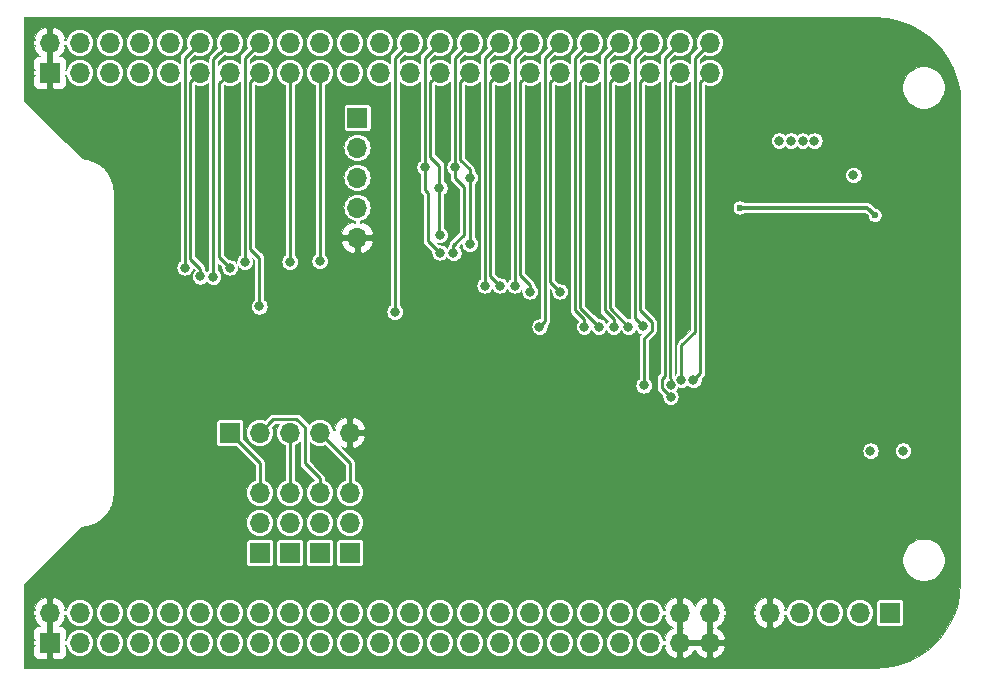
<source format=gbl>
G04 #@! TF.GenerationSoftware,KiCad,Pcbnew,(5.1.0)-1*
G04 #@! TF.CreationDate,2019-05-27T21:22:36+02:00*
G04 #@! TF.ProjectId,TFT-Interface,5446542d-496e-4746-9572-666163652e6b,rev?*
G04 #@! TF.SameCoordinates,Original*
G04 #@! TF.FileFunction,Copper,L4,Bot*
G04 #@! TF.FilePolarity,Positive*
%FSLAX46Y46*%
G04 Gerber Fmt 4.6, Leading zero omitted, Abs format (unit mm)*
G04 Created by KiCad (PCBNEW (5.1.0)-1) date 2019-05-27 21:22:36*
%MOMM*%
%LPD*%
G04 APERTURE LIST*
%ADD10R,1.700000X1.700000*%
%ADD11O,1.700000X1.700000*%
%ADD12C,0.600000*%
%ADD13C,0.800000*%
%ADD14C,0.300000*%
%ADD15C,0.250000*%
%ADD16C,0.100000*%
G04 APERTURE END LIST*
D10*
X191370000Y-114460000D03*
D11*
X188830000Y-114460000D03*
X186290000Y-114460000D03*
X183750000Y-114460000D03*
X181210000Y-114460000D03*
X146285000Y-82710000D03*
X146285000Y-80170000D03*
X146285000Y-77630000D03*
X146285000Y-75090000D03*
D10*
X146285000Y-72550000D03*
X135490000Y-99220000D03*
D11*
X138030000Y-99220000D03*
X140570000Y-99220000D03*
X143110000Y-99220000D03*
X145650000Y-99220000D03*
X138030000Y-104300000D03*
X138030000Y-106840000D03*
D10*
X138030000Y-109380000D03*
X140570000Y-109380000D03*
D11*
X140570000Y-106840000D03*
X140570000Y-104300000D03*
X145650000Y-104300000D03*
X145650000Y-106840000D03*
D10*
X145650000Y-109380000D03*
X143110000Y-109380000D03*
D11*
X143110000Y-106840000D03*
X143110000Y-104300000D03*
X176130000Y-66210000D03*
X176130000Y-68750000D03*
X173590000Y-66210000D03*
X173590000Y-68750000D03*
X171050000Y-66210000D03*
X171050000Y-68750000D03*
X168510000Y-66210000D03*
X168510000Y-68750000D03*
X165970000Y-66210000D03*
X165970000Y-68750000D03*
X163430000Y-66210000D03*
X163430000Y-68750000D03*
X160890000Y-66210000D03*
X160890000Y-68750000D03*
X158350000Y-66210000D03*
X158350000Y-68750000D03*
X155810000Y-66210000D03*
X155810000Y-68750000D03*
X153270000Y-66210000D03*
X153270000Y-68750000D03*
X150730000Y-66210000D03*
X150730000Y-68750000D03*
X148190000Y-66210000D03*
X148190000Y-68750000D03*
X145650000Y-66210000D03*
X145650000Y-68750000D03*
X143110000Y-66210000D03*
X143110000Y-68750000D03*
X140570000Y-66210000D03*
X140570000Y-68750000D03*
X138030000Y-66210000D03*
X138030000Y-68750000D03*
X135490000Y-66210000D03*
X135490000Y-68750000D03*
X132950000Y-66210000D03*
X132950000Y-68750000D03*
X130410000Y-66210000D03*
X130410000Y-68750000D03*
X127870000Y-66210000D03*
X127870000Y-68750000D03*
X125330000Y-66210000D03*
X125330000Y-68750000D03*
X122790000Y-66210000D03*
X122790000Y-68750000D03*
X120250000Y-66210000D03*
D10*
X120250000Y-68750000D03*
X120250000Y-117000000D03*
D11*
X120250000Y-114460000D03*
X122790000Y-117000000D03*
X122790000Y-114460000D03*
X125330000Y-117000000D03*
X125330000Y-114460000D03*
X127870000Y-117000000D03*
X127870000Y-114460000D03*
X130410000Y-117000000D03*
X130410000Y-114460000D03*
X132950000Y-117000000D03*
X132950000Y-114460000D03*
X135490000Y-117000000D03*
X135490000Y-114460000D03*
X138030000Y-117000000D03*
X138030000Y-114460000D03*
X140570000Y-117000000D03*
X140570000Y-114460000D03*
X143110000Y-117000000D03*
X143110000Y-114460000D03*
X145650000Y-117000000D03*
X145650000Y-114460000D03*
X148190000Y-117000000D03*
X148190000Y-114460000D03*
X150730000Y-117000000D03*
X150730000Y-114460000D03*
X153270000Y-117000000D03*
X153270000Y-114460000D03*
X155810000Y-117000000D03*
X155810000Y-114460000D03*
X158350000Y-117000000D03*
X158350000Y-114460000D03*
X160890000Y-117000000D03*
X160890000Y-114460000D03*
X163430000Y-117000000D03*
X163430000Y-114460000D03*
X165970000Y-117000000D03*
X165970000Y-114460000D03*
X168510000Y-117000000D03*
X168510000Y-114460000D03*
X171050000Y-117000000D03*
X171050000Y-114460000D03*
X173590000Y-117000000D03*
X173590000Y-114460000D03*
X176130000Y-117000000D03*
X176130000Y-114460000D03*
D12*
X185750000Y-82000000D03*
D13*
X153270000Y-71788000D03*
X155810000Y-71788000D03*
X158350000Y-71788000D03*
X160890000Y-71788000D03*
X163430000Y-71788000D03*
X165970000Y-71788000D03*
X168510000Y-71788000D03*
X171050000Y-71788000D03*
X173590000Y-71788000D03*
X150730000Y-71788000D03*
X176638000Y-71788000D03*
X142094000Y-73820000D03*
X138538000Y-73820000D03*
X135490000Y-71788000D03*
X132950000Y-71788000D03*
X188300000Y-77410000D03*
X189750000Y-100750000D03*
X192500000Y-100750000D03*
D12*
X178670000Y-80170000D03*
X190100000Y-80805000D03*
D13*
X173750000Y-94750000D03*
X174750000Y-94750000D03*
X138000000Y-88537038D03*
X133000000Y-86000000D03*
X134093839Y-86031162D03*
X166750000Y-90250000D03*
X168000000Y-90250000D03*
X169250000Y-90250000D03*
X170500000Y-90225000D03*
X131680000Y-85250000D03*
X135490000Y-85250000D03*
X163430000Y-87282000D03*
X159620000Y-86774000D03*
X136760000Y-84750000D03*
X140570000Y-84750000D03*
X143110000Y-84691013D03*
X182000000Y-74500000D03*
X183000000Y-74500000D03*
X184000000Y-74500000D03*
X185000000Y-74500000D03*
X172823347Y-96176653D03*
X172828000Y-95156000D03*
X170542000Y-95225000D03*
X165500000Y-90250000D03*
X161724847Y-90250153D03*
X160890000Y-87282000D03*
X157080000Y-86774000D03*
X158350000Y-86774000D03*
X154443346Y-84000000D03*
X154540000Y-76741000D03*
X155810000Y-83225000D03*
X155810000Y-77630000D03*
X153270000Y-83980000D03*
X152000000Y-76750000D03*
X153250000Y-78500000D03*
X153270000Y-82500000D03*
X149460000Y-88987048D03*
D14*
X178670000Y-80170000D02*
X189465000Y-80170000D01*
X189465000Y-80170000D02*
X190100000Y-80805000D01*
D15*
X174860000Y-67480000D02*
X176130000Y-66210000D01*
X173750000Y-91821000D02*
X174860000Y-90711000D01*
X173750000Y-94750000D02*
X173750000Y-91821000D01*
X174860000Y-90711000D02*
X174860000Y-67480000D01*
X175310010Y-69569990D02*
X176130000Y-68750000D01*
X174750000Y-94750000D02*
X175310010Y-94189990D01*
X175310010Y-94189990D02*
X175310010Y-69569990D01*
X138020000Y-68750000D02*
X137210010Y-69559990D01*
X138030000Y-68750000D02*
X138020000Y-68750000D01*
X137210010Y-69559990D02*
X137210010Y-83668010D01*
X138000000Y-84458000D02*
X138000000Y-88537038D01*
X137210010Y-83668010D02*
X138000000Y-84458000D01*
X132940000Y-68750000D02*
X132130010Y-69559990D01*
X132950000Y-68750000D02*
X132940000Y-68750000D01*
X132130010Y-69559990D02*
X132130010Y-84488000D01*
X133000000Y-85357990D02*
X133000000Y-86000000D01*
X132130010Y-84488000D02*
X133000000Y-85357990D01*
X134640001Y-67059999D02*
X134630001Y-67059999D01*
X135490000Y-66210000D02*
X134640001Y-67059999D01*
X134630001Y-67059999D02*
X134125001Y-67564999D01*
X134125001Y-67564999D02*
X134125001Y-86000000D01*
X134125001Y-86000000D02*
X134093839Y-86031162D01*
X165150010Y-69569990D02*
X165970000Y-68750000D01*
X166750000Y-90250000D02*
X165150010Y-88650010D01*
X165150010Y-88650010D02*
X165150010Y-69569990D01*
X168000000Y-89636410D02*
X168000000Y-90250000D01*
X167240000Y-88876410D02*
X168000000Y-89636410D01*
X167240000Y-67480000D02*
X167240000Y-88876410D01*
X168510000Y-66210000D02*
X167240000Y-67480000D01*
X168500000Y-68750000D02*
X168510000Y-68750000D01*
X167690010Y-69559990D02*
X168500000Y-68750000D01*
X169250000Y-90250000D02*
X167690010Y-88690010D01*
X167690010Y-88690010D02*
X167690010Y-69559990D01*
X171050000Y-66210000D02*
X169780000Y-67480000D01*
X169780000Y-89505000D02*
X170500000Y-90225000D01*
X169780000Y-67480000D02*
X169780000Y-89505000D01*
X131680000Y-85250000D02*
X131680000Y-67480000D01*
X131680000Y-67480000D02*
X132950000Y-66210000D01*
X135490000Y-68750000D02*
X134575011Y-69664989D01*
X134575011Y-84335011D02*
X135490000Y-85250000D01*
X134575011Y-69664989D02*
X134575011Y-84335011D01*
X162610010Y-69569990D02*
X163430000Y-68750000D01*
X163430000Y-87282000D02*
X162610010Y-86462010D01*
X162610010Y-86462010D02*
X162610010Y-69569990D01*
X160890000Y-66210000D02*
X159620000Y-67480000D01*
X159620000Y-67480000D02*
X159620000Y-86774000D01*
X138030000Y-66210000D02*
X136760000Y-67480000D01*
X136760000Y-67480000D02*
X136760000Y-84750000D01*
X140570000Y-68750000D02*
X140570000Y-84750000D01*
X143110000Y-68750000D02*
X143110000Y-84691013D01*
X172066000Y-95419306D02*
X172823347Y-96176653D01*
X172066000Y-94648000D02*
X172066000Y-95419306D01*
X172320000Y-94394000D02*
X172066000Y-94648000D01*
X172320000Y-67480000D02*
X172320000Y-94394000D01*
X173590000Y-66210000D02*
X172320000Y-67480000D01*
X172828000Y-94648000D02*
X172828000Y-95156000D01*
X172770010Y-94590010D02*
X172828000Y-94648000D01*
X172770010Y-69569990D02*
X172770010Y-94590010D01*
X173590000Y-68750000D02*
X172770010Y-69569990D01*
X171040000Y-68750000D02*
X171050000Y-68750000D01*
X170230010Y-69559990D02*
X171040000Y-68750000D01*
X170542000Y-91256002D02*
X171214002Y-90584000D01*
X170542000Y-95225000D02*
X170542000Y-91256002D01*
X171214002Y-90584000D02*
X171225001Y-90584000D01*
X171225001Y-90584000D02*
X171225001Y-89876999D01*
X171225001Y-89876999D02*
X170230010Y-88882008D01*
X170230010Y-88882008D02*
X170230010Y-69559990D01*
X165500000Y-89636410D02*
X165500000Y-90250000D01*
X164700000Y-88836410D02*
X165500000Y-89636410D01*
X164700000Y-67480000D02*
X164700000Y-88836410D01*
X165970000Y-66210000D02*
X164700000Y-67480000D01*
X162160000Y-67480000D02*
X163430000Y-66210000D01*
X162160000Y-89815000D02*
X161724847Y-90250153D01*
X162160000Y-67480000D02*
X162160000Y-89815000D01*
X160070010Y-69569990D02*
X160890000Y-68750000D01*
X160070010Y-85896325D02*
X160070010Y-69569990D01*
X160890000Y-87282000D02*
X160890000Y-86716315D01*
X160890000Y-86716315D02*
X160070010Y-85896325D01*
X157080000Y-67480000D02*
X158350000Y-66210000D01*
X157080000Y-86774000D02*
X157080000Y-67480000D01*
X158340000Y-68750000D02*
X158350000Y-68750000D01*
X157530010Y-69559990D02*
X158340000Y-68750000D01*
X158350000Y-86774000D02*
X157530010Y-85954010D01*
X157530010Y-85954010D02*
X157530010Y-69559990D01*
X154532661Y-83345000D02*
X154540000Y-83345000D01*
X154443346Y-84000000D02*
X154443346Y-83434315D01*
X154443346Y-83434315D02*
X154532661Y-83345000D01*
X154540000Y-76741000D02*
X154540000Y-77630000D01*
X154540000Y-77630000D02*
X155302000Y-78392000D01*
X155302000Y-78392000D02*
X155302000Y-82456000D01*
X154443346Y-83314654D02*
X154443346Y-84000000D01*
X155302000Y-82456000D02*
X154443346Y-83314654D01*
X154540000Y-67480000D02*
X154540000Y-76741000D01*
X155810000Y-66210000D02*
X154540000Y-67480000D01*
X155810000Y-77630000D02*
X155810000Y-83225000D01*
X155810000Y-76937998D02*
X155810000Y-77630000D01*
X154990010Y-76118008D02*
X155810000Y-76937998D01*
X154990010Y-69559990D02*
X154990010Y-76118008D01*
X155810000Y-68750000D02*
X155800000Y-68750000D01*
X155800000Y-68750000D02*
X154990010Y-69559990D01*
X152000000Y-67480000D02*
X153270000Y-66210000D01*
X152000000Y-76750000D02*
X152000000Y-78646000D01*
X152000000Y-78646000D02*
X152254000Y-78900000D01*
X152254000Y-82964000D02*
X153270000Y-83980000D01*
X152254000Y-78900000D02*
X152254000Y-82964000D01*
X152000000Y-67480000D02*
X152000000Y-76750000D01*
X153250000Y-82480000D02*
X153270000Y-82500000D01*
X153250000Y-78500000D02*
X153250000Y-82480000D01*
X152450010Y-69569990D02*
X153270000Y-68750000D01*
X152450010Y-75852000D02*
X152450010Y-69569990D01*
X153250000Y-78500000D02*
X153250000Y-76651990D01*
X153250000Y-76651990D02*
X152450010Y-75852000D01*
X150730000Y-66210000D02*
X149460000Y-67480000D01*
X149460000Y-67480000D02*
X149460000Y-88987048D01*
X138030000Y-101760000D02*
X135490000Y-99220000D01*
X138030000Y-104300000D02*
X138030000Y-101760000D01*
X140570000Y-104300000D02*
X140570000Y-99220000D01*
X143110000Y-103097919D02*
X141840000Y-101827919D01*
X143110000Y-104300000D02*
X143110000Y-103097919D01*
X138879999Y-98370001D02*
X138030000Y-99220000D01*
X139205001Y-98044999D02*
X138879999Y-98370001D01*
X141134001Y-98044999D02*
X139205001Y-98044999D01*
X141840000Y-98750998D02*
X141134001Y-98044999D01*
X141840000Y-101827919D02*
X141840000Y-98750998D01*
X145650000Y-101760000D02*
X143110000Y-99220000D01*
X145650000Y-104300000D02*
X145650000Y-101760000D01*
D16*
G36*
X191145717Y-64111861D02*
G01*
X192169531Y-64337898D01*
X193149988Y-64709360D01*
X194066559Y-65218470D01*
X194900029Y-65854554D01*
X195632950Y-66604295D01*
X196249963Y-67451986D01*
X196738144Y-68379863D01*
X197087268Y-69368499D01*
X197290432Y-70399274D01*
X197345000Y-71291464D01*
X197345001Y-111906396D01*
X197268139Y-112965718D01*
X197042102Y-113989529D01*
X196670640Y-114969988D01*
X196161530Y-115886559D01*
X195525446Y-116720029D01*
X194775705Y-117452950D01*
X193928012Y-118069965D01*
X193000137Y-118558144D01*
X192011500Y-118907268D01*
X190980726Y-119110432D01*
X190088536Y-119165000D01*
X118085000Y-119165000D01*
X118085000Y-116150000D01*
X118839300Y-116150000D01*
X118842000Y-116656500D01*
X118981498Y-116795998D01*
X118842000Y-116795998D01*
X118842000Y-117204002D01*
X118981498Y-117204002D01*
X118842000Y-117343500D01*
X118839300Y-117850000D01*
X118850074Y-117959387D01*
X118881981Y-118064571D01*
X118933795Y-118161508D01*
X119003525Y-118246475D01*
X119088492Y-118316205D01*
X119185429Y-118368019D01*
X119290613Y-118399926D01*
X119400000Y-118410700D01*
X119906500Y-118408000D01*
X120046000Y-118268500D01*
X120046000Y-117204000D01*
X120026000Y-117204000D01*
X120026000Y-116796000D01*
X120046000Y-116796000D01*
X120046000Y-115731500D01*
X120032332Y-115717832D01*
X120046000Y-115711989D01*
X120046000Y-114664000D01*
X120026000Y-114664000D01*
X120026000Y-114256000D01*
X120046000Y-114256000D01*
X120046000Y-113208011D01*
X120454000Y-113208011D01*
X120454000Y-114256000D01*
X120474000Y-114256000D01*
X120474000Y-114664000D01*
X120454000Y-114664000D01*
X120454000Y-115711989D01*
X120467668Y-115717832D01*
X120454000Y-115731500D01*
X120454000Y-116796000D01*
X120474000Y-116796000D01*
X120474000Y-117204000D01*
X120454000Y-117204000D01*
X120454000Y-118268500D01*
X120593500Y-118408000D01*
X121100000Y-118410700D01*
X121209387Y-118399926D01*
X121314571Y-118368019D01*
X121411508Y-118316205D01*
X121496475Y-118246475D01*
X121566205Y-118161508D01*
X121618019Y-118064571D01*
X121649926Y-117959387D01*
X121660700Y-117850000D01*
X121658000Y-117343500D01*
X121518502Y-117204002D01*
X121654529Y-117204002D01*
X121656640Y-117225439D01*
X121722398Y-117442215D01*
X121829184Y-117641997D01*
X121972893Y-117817107D01*
X122148003Y-117960816D01*
X122347785Y-118067602D01*
X122564561Y-118133360D01*
X122733508Y-118150000D01*
X122846492Y-118150000D01*
X123015439Y-118133360D01*
X123232215Y-118067602D01*
X123431997Y-117960816D01*
X123607107Y-117817107D01*
X123750816Y-117641997D01*
X123857602Y-117442215D01*
X123923360Y-117225439D01*
X123945564Y-117000000D01*
X124174436Y-117000000D01*
X124196640Y-117225439D01*
X124262398Y-117442215D01*
X124369184Y-117641997D01*
X124512893Y-117817107D01*
X124688003Y-117960816D01*
X124887785Y-118067602D01*
X125104561Y-118133360D01*
X125273508Y-118150000D01*
X125386492Y-118150000D01*
X125555439Y-118133360D01*
X125772215Y-118067602D01*
X125971997Y-117960816D01*
X126147107Y-117817107D01*
X126290816Y-117641997D01*
X126397602Y-117442215D01*
X126463360Y-117225439D01*
X126485564Y-117000000D01*
X126714436Y-117000000D01*
X126736640Y-117225439D01*
X126802398Y-117442215D01*
X126909184Y-117641997D01*
X127052893Y-117817107D01*
X127228003Y-117960816D01*
X127427785Y-118067602D01*
X127644561Y-118133360D01*
X127813508Y-118150000D01*
X127926492Y-118150000D01*
X128095439Y-118133360D01*
X128312215Y-118067602D01*
X128511997Y-117960816D01*
X128687107Y-117817107D01*
X128830816Y-117641997D01*
X128937602Y-117442215D01*
X129003360Y-117225439D01*
X129025564Y-117000000D01*
X129254436Y-117000000D01*
X129276640Y-117225439D01*
X129342398Y-117442215D01*
X129449184Y-117641997D01*
X129592893Y-117817107D01*
X129768003Y-117960816D01*
X129967785Y-118067602D01*
X130184561Y-118133360D01*
X130353508Y-118150000D01*
X130466492Y-118150000D01*
X130635439Y-118133360D01*
X130852215Y-118067602D01*
X131051997Y-117960816D01*
X131227107Y-117817107D01*
X131370816Y-117641997D01*
X131477602Y-117442215D01*
X131543360Y-117225439D01*
X131565564Y-117000000D01*
X131794436Y-117000000D01*
X131816640Y-117225439D01*
X131882398Y-117442215D01*
X131989184Y-117641997D01*
X132132893Y-117817107D01*
X132308003Y-117960816D01*
X132507785Y-118067602D01*
X132724561Y-118133360D01*
X132893508Y-118150000D01*
X133006492Y-118150000D01*
X133175439Y-118133360D01*
X133392215Y-118067602D01*
X133591997Y-117960816D01*
X133767107Y-117817107D01*
X133910816Y-117641997D01*
X134017602Y-117442215D01*
X134083360Y-117225439D01*
X134105564Y-117000000D01*
X134334436Y-117000000D01*
X134356640Y-117225439D01*
X134422398Y-117442215D01*
X134529184Y-117641997D01*
X134672893Y-117817107D01*
X134848003Y-117960816D01*
X135047785Y-118067602D01*
X135264561Y-118133360D01*
X135433508Y-118150000D01*
X135546492Y-118150000D01*
X135715439Y-118133360D01*
X135932215Y-118067602D01*
X136131997Y-117960816D01*
X136307107Y-117817107D01*
X136450816Y-117641997D01*
X136557602Y-117442215D01*
X136623360Y-117225439D01*
X136645564Y-117000000D01*
X136874436Y-117000000D01*
X136896640Y-117225439D01*
X136962398Y-117442215D01*
X137069184Y-117641997D01*
X137212893Y-117817107D01*
X137388003Y-117960816D01*
X137587785Y-118067602D01*
X137804561Y-118133360D01*
X137973508Y-118150000D01*
X138086492Y-118150000D01*
X138255439Y-118133360D01*
X138472215Y-118067602D01*
X138671997Y-117960816D01*
X138847107Y-117817107D01*
X138990816Y-117641997D01*
X139097602Y-117442215D01*
X139163360Y-117225439D01*
X139185564Y-117000000D01*
X139414436Y-117000000D01*
X139436640Y-117225439D01*
X139502398Y-117442215D01*
X139609184Y-117641997D01*
X139752893Y-117817107D01*
X139928003Y-117960816D01*
X140127785Y-118067602D01*
X140344561Y-118133360D01*
X140513508Y-118150000D01*
X140626492Y-118150000D01*
X140795439Y-118133360D01*
X141012215Y-118067602D01*
X141211997Y-117960816D01*
X141387107Y-117817107D01*
X141530816Y-117641997D01*
X141637602Y-117442215D01*
X141703360Y-117225439D01*
X141725564Y-117000000D01*
X141954436Y-117000000D01*
X141976640Y-117225439D01*
X142042398Y-117442215D01*
X142149184Y-117641997D01*
X142292893Y-117817107D01*
X142468003Y-117960816D01*
X142667785Y-118067602D01*
X142884561Y-118133360D01*
X143053508Y-118150000D01*
X143166492Y-118150000D01*
X143335439Y-118133360D01*
X143552215Y-118067602D01*
X143751997Y-117960816D01*
X143927107Y-117817107D01*
X144070816Y-117641997D01*
X144177602Y-117442215D01*
X144243360Y-117225439D01*
X144265564Y-117000000D01*
X144494436Y-117000000D01*
X144516640Y-117225439D01*
X144582398Y-117442215D01*
X144689184Y-117641997D01*
X144832893Y-117817107D01*
X145008003Y-117960816D01*
X145207785Y-118067602D01*
X145424561Y-118133360D01*
X145593508Y-118150000D01*
X145706492Y-118150000D01*
X145875439Y-118133360D01*
X146092215Y-118067602D01*
X146291997Y-117960816D01*
X146467107Y-117817107D01*
X146610816Y-117641997D01*
X146717602Y-117442215D01*
X146783360Y-117225439D01*
X146805564Y-117000000D01*
X147034436Y-117000000D01*
X147056640Y-117225439D01*
X147122398Y-117442215D01*
X147229184Y-117641997D01*
X147372893Y-117817107D01*
X147548003Y-117960816D01*
X147747785Y-118067602D01*
X147964561Y-118133360D01*
X148133508Y-118150000D01*
X148246492Y-118150000D01*
X148415439Y-118133360D01*
X148632215Y-118067602D01*
X148831997Y-117960816D01*
X149007107Y-117817107D01*
X149150816Y-117641997D01*
X149257602Y-117442215D01*
X149323360Y-117225439D01*
X149345564Y-117000000D01*
X149574436Y-117000000D01*
X149596640Y-117225439D01*
X149662398Y-117442215D01*
X149769184Y-117641997D01*
X149912893Y-117817107D01*
X150088003Y-117960816D01*
X150287785Y-118067602D01*
X150504561Y-118133360D01*
X150673508Y-118150000D01*
X150786492Y-118150000D01*
X150955439Y-118133360D01*
X151172215Y-118067602D01*
X151371997Y-117960816D01*
X151547107Y-117817107D01*
X151690816Y-117641997D01*
X151797602Y-117442215D01*
X151863360Y-117225439D01*
X151885564Y-117000000D01*
X152114436Y-117000000D01*
X152136640Y-117225439D01*
X152202398Y-117442215D01*
X152309184Y-117641997D01*
X152452893Y-117817107D01*
X152628003Y-117960816D01*
X152827785Y-118067602D01*
X153044561Y-118133360D01*
X153213508Y-118150000D01*
X153326492Y-118150000D01*
X153495439Y-118133360D01*
X153712215Y-118067602D01*
X153911997Y-117960816D01*
X154087107Y-117817107D01*
X154230816Y-117641997D01*
X154337602Y-117442215D01*
X154403360Y-117225439D01*
X154425564Y-117000000D01*
X154654436Y-117000000D01*
X154676640Y-117225439D01*
X154742398Y-117442215D01*
X154849184Y-117641997D01*
X154992893Y-117817107D01*
X155168003Y-117960816D01*
X155367785Y-118067602D01*
X155584561Y-118133360D01*
X155753508Y-118150000D01*
X155866492Y-118150000D01*
X156035439Y-118133360D01*
X156252215Y-118067602D01*
X156451997Y-117960816D01*
X156627107Y-117817107D01*
X156770816Y-117641997D01*
X156877602Y-117442215D01*
X156943360Y-117225439D01*
X156965564Y-117000000D01*
X157194436Y-117000000D01*
X157216640Y-117225439D01*
X157282398Y-117442215D01*
X157389184Y-117641997D01*
X157532893Y-117817107D01*
X157708003Y-117960816D01*
X157907785Y-118067602D01*
X158124561Y-118133360D01*
X158293508Y-118150000D01*
X158406492Y-118150000D01*
X158575439Y-118133360D01*
X158792215Y-118067602D01*
X158991997Y-117960816D01*
X159167107Y-117817107D01*
X159310816Y-117641997D01*
X159417602Y-117442215D01*
X159483360Y-117225439D01*
X159505564Y-117000000D01*
X159734436Y-117000000D01*
X159756640Y-117225439D01*
X159822398Y-117442215D01*
X159929184Y-117641997D01*
X160072893Y-117817107D01*
X160248003Y-117960816D01*
X160447785Y-118067602D01*
X160664561Y-118133360D01*
X160833508Y-118150000D01*
X160946492Y-118150000D01*
X161115439Y-118133360D01*
X161332215Y-118067602D01*
X161531997Y-117960816D01*
X161707107Y-117817107D01*
X161850816Y-117641997D01*
X161957602Y-117442215D01*
X162023360Y-117225439D01*
X162045564Y-117000000D01*
X162274436Y-117000000D01*
X162296640Y-117225439D01*
X162362398Y-117442215D01*
X162469184Y-117641997D01*
X162612893Y-117817107D01*
X162788003Y-117960816D01*
X162987785Y-118067602D01*
X163204561Y-118133360D01*
X163373508Y-118150000D01*
X163486492Y-118150000D01*
X163655439Y-118133360D01*
X163872215Y-118067602D01*
X164071997Y-117960816D01*
X164247107Y-117817107D01*
X164390816Y-117641997D01*
X164497602Y-117442215D01*
X164563360Y-117225439D01*
X164585564Y-117000000D01*
X164814436Y-117000000D01*
X164836640Y-117225439D01*
X164902398Y-117442215D01*
X165009184Y-117641997D01*
X165152893Y-117817107D01*
X165328003Y-117960816D01*
X165527785Y-118067602D01*
X165744561Y-118133360D01*
X165913508Y-118150000D01*
X166026492Y-118150000D01*
X166195439Y-118133360D01*
X166412215Y-118067602D01*
X166611997Y-117960816D01*
X166787107Y-117817107D01*
X166930816Y-117641997D01*
X167037602Y-117442215D01*
X167103360Y-117225439D01*
X167125564Y-117000000D01*
X167354436Y-117000000D01*
X167376640Y-117225439D01*
X167442398Y-117442215D01*
X167549184Y-117641997D01*
X167692893Y-117817107D01*
X167868003Y-117960816D01*
X168067785Y-118067602D01*
X168284561Y-118133360D01*
X168453508Y-118150000D01*
X168566492Y-118150000D01*
X168735439Y-118133360D01*
X168952215Y-118067602D01*
X169151997Y-117960816D01*
X169327107Y-117817107D01*
X169470816Y-117641997D01*
X169577602Y-117442215D01*
X169643360Y-117225439D01*
X169665564Y-117000000D01*
X169643360Y-116774561D01*
X169577602Y-116557785D01*
X169470816Y-116358003D01*
X169327107Y-116182893D01*
X169151997Y-116039184D01*
X168952215Y-115932398D01*
X168735439Y-115866640D01*
X168566492Y-115850000D01*
X168453508Y-115850000D01*
X168284561Y-115866640D01*
X168067785Y-115932398D01*
X167868003Y-116039184D01*
X167692893Y-116182893D01*
X167549184Y-116358003D01*
X167442398Y-116557785D01*
X167376640Y-116774561D01*
X167354436Y-117000000D01*
X167125564Y-117000000D01*
X167103360Y-116774561D01*
X167037602Y-116557785D01*
X166930816Y-116358003D01*
X166787107Y-116182893D01*
X166611997Y-116039184D01*
X166412215Y-115932398D01*
X166195439Y-115866640D01*
X166026492Y-115850000D01*
X165913508Y-115850000D01*
X165744561Y-115866640D01*
X165527785Y-115932398D01*
X165328003Y-116039184D01*
X165152893Y-116182893D01*
X165009184Y-116358003D01*
X164902398Y-116557785D01*
X164836640Y-116774561D01*
X164814436Y-117000000D01*
X164585564Y-117000000D01*
X164563360Y-116774561D01*
X164497602Y-116557785D01*
X164390816Y-116358003D01*
X164247107Y-116182893D01*
X164071997Y-116039184D01*
X163872215Y-115932398D01*
X163655439Y-115866640D01*
X163486492Y-115850000D01*
X163373508Y-115850000D01*
X163204561Y-115866640D01*
X162987785Y-115932398D01*
X162788003Y-116039184D01*
X162612893Y-116182893D01*
X162469184Y-116358003D01*
X162362398Y-116557785D01*
X162296640Y-116774561D01*
X162274436Y-117000000D01*
X162045564Y-117000000D01*
X162023360Y-116774561D01*
X161957602Y-116557785D01*
X161850816Y-116358003D01*
X161707107Y-116182893D01*
X161531997Y-116039184D01*
X161332215Y-115932398D01*
X161115439Y-115866640D01*
X160946492Y-115850000D01*
X160833508Y-115850000D01*
X160664561Y-115866640D01*
X160447785Y-115932398D01*
X160248003Y-116039184D01*
X160072893Y-116182893D01*
X159929184Y-116358003D01*
X159822398Y-116557785D01*
X159756640Y-116774561D01*
X159734436Y-117000000D01*
X159505564Y-117000000D01*
X159483360Y-116774561D01*
X159417602Y-116557785D01*
X159310816Y-116358003D01*
X159167107Y-116182893D01*
X158991997Y-116039184D01*
X158792215Y-115932398D01*
X158575439Y-115866640D01*
X158406492Y-115850000D01*
X158293508Y-115850000D01*
X158124561Y-115866640D01*
X157907785Y-115932398D01*
X157708003Y-116039184D01*
X157532893Y-116182893D01*
X157389184Y-116358003D01*
X157282398Y-116557785D01*
X157216640Y-116774561D01*
X157194436Y-117000000D01*
X156965564Y-117000000D01*
X156943360Y-116774561D01*
X156877602Y-116557785D01*
X156770816Y-116358003D01*
X156627107Y-116182893D01*
X156451997Y-116039184D01*
X156252215Y-115932398D01*
X156035439Y-115866640D01*
X155866492Y-115850000D01*
X155753508Y-115850000D01*
X155584561Y-115866640D01*
X155367785Y-115932398D01*
X155168003Y-116039184D01*
X154992893Y-116182893D01*
X154849184Y-116358003D01*
X154742398Y-116557785D01*
X154676640Y-116774561D01*
X154654436Y-117000000D01*
X154425564Y-117000000D01*
X154403360Y-116774561D01*
X154337602Y-116557785D01*
X154230816Y-116358003D01*
X154087107Y-116182893D01*
X153911997Y-116039184D01*
X153712215Y-115932398D01*
X153495439Y-115866640D01*
X153326492Y-115850000D01*
X153213508Y-115850000D01*
X153044561Y-115866640D01*
X152827785Y-115932398D01*
X152628003Y-116039184D01*
X152452893Y-116182893D01*
X152309184Y-116358003D01*
X152202398Y-116557785D01*
X152136640Y-116774561D01*
X152114436Y-117000000D01*
X151885564Y-117000000D01*
X151863360Y-116774561D01*
X151797602Y-116557785D01*
X151690816Y-116358003D01*
X151547107Y-116182893D01*
X151371997Y-116039184D01*
X151172215Y-115932398D01*
X150955439Y-115866640D01*
X150786492Y-115850000D01*
X150673508Y-115850000D01*
X150504561Y-115866640D01*
X150287785Y-115932398D01*
X150088003Y-116039184D01*
X149912893Y-116182893D01*
X149769184Y-116358003D01*
X149662398Y-116557785D01*
X149596640Y-116774561D01*
X149574436Y-117000000D01*
X149345564Y-117000000D01*
X149323360Y-116774561D01*
X149257602Y-116557785D01*
X149150816Y-116358003D01*
X149007107Y-116182893D01*
X148831997Y-116039184D01*
X148632215Y-115932398D01*
X148415439Y-115866640D01*
X148246492Y-115850000D01*
X148133508Y-115850000D01*
X147964561Y-115866640D01*
X147747785Y-115932398D01*
X147548003Y-116039184D01*
X147372893Y-116182893D01*
X147229184Y-116358003D01*
X147122398Y-116557785D01*
X147056640Y-116774561D01*
X147034436Y-117000000D01*
X146805564Y-117000000D01*
X146783360Y-116774561D01*
X146717602Y-116557785D01*
X146610816Y-116358003D01*
X146467107Y-116182893D01*
X146291997Y-116039184D01*
X146092215Y-115932398D01*
X145875439Y-115866640D01*
X145706492Y-115850000D01*
X145593508Y-115850000D01*
X145424561Y-115866640D01*
X145207785Y-115932398D01*
X145008003Y-116039184D01*
X144832893Y-116182893D01*
X144689184Y-116358003D01*
X144582398Y-116557785D01*
X144516640Y-116774561D01*
X144494436Y-117000000D01*
X144265564Y-117000000D01*
X144243360Y-116774561D01*
X144177602Y-116557785D01*
X144070816Y-116358003D01*
X143927107Y-116182893D01*
X143751997Y-116039184D01*
X143552215Y-115932398D01*
X143335439Y-115866640D01*
X143166492Y-115850000D01*
X143053508Y-115850000D01*
X142884561Y-115866640D01*
X142667785Y-115932398D01*
X142468003Y-116039184D01*
X142292893Y-116182893D01*
X142149184Y-116358003D01*
X142042398Y-116557785D01*
X141976640Y-116774561D01*
X141954436Y-117000000D01*
X141725564Y-117000000D01*
X141703360Y-116774561D01*
X141637602Y-116557785D01*
X141530816Y-116358003D01*
X141387107Y-116182893D01*
X141211997Y-116039184D01*
X141012215Y-115932398D01*
X140795439Y-115866640D01*
X140626492Y-115850000D01*
X140513508Y-115850000D01*
X140344561Y-115866640D01*
X140127785Y-115932398D01*
X139928003Y-116039184D01*
X139752893Y-116182893D01*
X139609184Y-116358003D01*
X139502398Y-116557785D01*
X139436640Y-116774561D01*
X139414436Y-117000000D01*
X139185564Y-117000000D01*
X139163360Y-116774561D01*
X139097602Y-116557785D01*
X138990816Y-116358003D01*
X138847107Y-116182893D01*
X138671997Y-116039184D01*
X138472215Y-115932398D01*
X138255439Y-115866640D01*
X138086492Y-115850000D01*
X137973508Y-115850000D01*
X137804561Y-115866640D01*
X137587785Y-115932398D01*
X137388003Y-116039184D01*
X137212893Y-116182893D01*
X137069184Y-116358003D01*
X136962398Y-116557785D01*
X136896640Y-116774561D01*
X136874436Y-117000000D01*
X136645564Y-117000000D01*
X136623360Y-116774561D01*
X136557602Y-116557785D01*
X136450816Y-116358003D01*
X136307107Y-116182893D01*
X136131997Y-116039184D01*
X135932215Y-115932398D01*
X135715439Y-115866640D01*
X135546492Y-115850000D01*
X135433508Y-115850000D01*
X135264561Y-115866640D01*
X135047785Y-115932398D01*
X134848003Y-116039184D01*
X134672893Y-116182893D01*
X134529184Y-116358003D01*
X134422398Y-116557785D01*
X134356640Y-116774561D01*
X134334436Y-117000000D01*
X134105564Y-117000000D01*
X134083360Y-116774561D01*
X134017602Y-116557785D01*
X133910816Y-116358003D01*
X133767107Y-116182893D01*
X133591997Y-116039184D01*
X133392215Y-115932398D01*
X133175439Y-115866640D01*
X133006492Y-115850000D01*
X132893508Y-115850000D01*
X132724561Y-115866640D01*
X132507785Y-115932398D01*
X132308003Y-116039184D01*
X132132893Y-116182893D01*
X131989184Y-116358003D01*
X131882398Y-116557785D01*
X131816640Y-116774561D01*
X131794436Y-117000000D01*
X131565564Y-117000000D01*
X131543360Y-116774561D01*
X131477602Y-116557785D01*
X131370816Y-116358003D01*
X131227107Y-116182893D01*
X131051997Y-116039184D01*
X130852215Y-115932398D01*
X130635439Y-115866640D01*
X130466492Y-115850000D01*
X130353508Y-115850000D01*
X130184561Y-115866640D01*
X129967785Y-115932398D01*
X129768003Y-116039184D01*
X129592893Y-116182893D01*
X129449184Y-116358003D01*
X129342398Y-116557785D01*
X129276640Y-116774561D01*
X129254436Y-117000000D01*
X129025564Y-117000000D01*
X129003360Y-116774561D01*
X128937602Y-116557785D01*
X128830816Y-116358003D01*
X128687107Y-116182893D01*
X128511997Y-116039184D01*
X128312215Y-115932398D01*
X128095439Y-115866640D01*
X127926492Y-115850000D01*
X127813508Y-115850000D01*
X127644561Y-115866640D01*
X127427785Y-115932398D01*
X127228003Y-116039184D01*
X127052893Y-116182893D01*
X126909184Y-116358003D01*
X126802398Y-116557785D01*
X126736640Y-116774561D01*
X126714436Y-117000000D01*
X126485564Y-117000000D01*
X126463360Y-116774561D01*
X126397602Y-116557785D01*
X126290816Y-116358003D01*
X126147107Y-116182893D01*
X125971997Y-116039184D01*
X125772215Y-115932398D01*
X125555439Y-115866640D01*
X125386492Y-115850000D01*
X125273508Y-115850000D01*
X125104561Y-115866640D01*
X124887785Y-115932398D01*
X124688003Y-116039184D01*
X124512893Y-116182893D01*
X124369184Y-116358003D01*
X124262398Y-116557785D01*
X124196640Y-116774561D01*
X124174436Y-117000000D01*
X123945564Y-117000000D01*
X123923360Y-116774561D01*
X123857602Y-116557785D01*
X123750816Y-116358003D01*
X123607107Y-116182893D01*
X123431997Y-116039184D01*
X123232215Y-115932398D01*
X123015439Y-115866640D01*
X122846492Y-115850000D01*
X122733508Y-115850000D01*
X122564561Y-115866640D01*
X122347785Y-115932398D01*
X122148003Y-116039184D01*
X121972893Y-116182893D01*
X121829184Y-116358003D01*
X121722398Y-116557785D01*
X121656640Y-116774561D01*
X121654529Y-116795998D01*
X121518502Y-116795998D01*
X121658000Y-116656500D01*
X121660700Y-116150000D01*
X121649926Y-116040613D01*
X121618019Y-115935429D01*
X121566205Y-115838492D01*
X121496475Y-115753525D01*
X121411508Y-115683795D01*
X121314571Y-115631981D01*
X121209387Y-115600074D01*
X121100000Y-115589300D01*
X121082902Y-115589391D01*
X121134547Y-115555474D01*
X121331267Y-115361858D01*
X121486434Y-115133584D01*
X121594086Y-114879425D01*
X121503652Y-114664002D01*
X121654529Y-114664002D01*
X121656640Y-114685439D01*
X121722398Y-114902215D01*
X121829184Y-115101997D01*
X121972893Y-115277107D01*
X122148003Y-115420816D01*
X122347785Y-115527602D01*
X122564561Y-115593360D01*
X122733508Y-115610000D01*
X122846492Y-115610000D01*
X123015439Y-115593360D01*
X123232215Y-115527602D01*
X123431997Y-115420816D01*
X123607107Y-115277107D01*
X123750816Y-115101997D01*
X123857602Y-114902215D01*
X123923360Y-114685439D01*
X123945564Y-114460000D01*
X124174436Y-114460000D01*
X124196640Y-114685439D01*
X124262398Y-114902215D01*
X124369184Y-115101997D01*
X124512893Y-115277107D01*
X124688003Y-115420816D01*
X124887785Y-115527602D01*
X125104561Y-115593360D01*
X125273508Y-115610000D01*
X125386492Y-115610000D01*
X125555439Y-115593360D01*
X125772215Y-115527602D01*
X125971997Y-115420816D01*
X126147107Y-115277107D01*
X126290816Y-115101997D01*
X126397602Y-114902215D01*
X126463360Y-114685439D01*
X126485564Y-114460000D01*
X126714436Y-114460000D01*
X126736640Y-114685439D01*
X126802398Y-114902215D01*
X126909184Y-115101997D01*
X127052893Y-115277107D01*
X127228003Y-115420816D01*
X127427785Y-115527602D01*
X127644561Y-115593360D01*
X127813508Y-115610000D01*
X127926492Y-115610000D01*
X128095439Y-115593360D01*
X128312215Y-115527602D01*
X128511997Y-115420816D01*
X128687107Y-115277107D01*
X128830816Y-115101997D01*
X128937602Y-114902215D01*
X129003360Y-114685439D01*
X129025564Y-114460000D01*
X129254436Y-114460000D01*
X129276640Y-114685439D01*
X129342398Y-114902215D01*
X129449184Y-115101997D01*
X129592893Y-115277107D01*
X129768003Y-115420816D01*
X129967785Y-115527602D01*
X130184561Y-115593360D01*
X130353508Y-115610000D01*
X130466492Y-115610000D01*
X130635439Y-115593360D01*
X130852215Y-115527602D01*
X131051997Y-115420816D01*
X131227107Y-115277107D01*
X131370816Y-115101997D01*
X131477602Y-114902215D01*
X131543360Y-114685439D01*
X131565564Y-114460000D01*
X131794436Y-114460000D01*
X131816640Y-114685439D01*
X131882398Y-114902215D01*
X131989184Y-115101997D01*
X132132893Y-115277107D01*
X132308003Y-115420816D01*
X132507785Y-115527602D01*
X132724561Y-115593360D01*
X132893508Y-115610000D01*
X133006492Y-115610000D01*
X133175439Y-115593360D01*
X133392215Y-115527602D01*
X133591997Y-115420816D01*
X133767107Y-115277107D01*
X133910816Y-115101997D01*
X134017602Y-114902215D01*
X134083360Y-114685439D01*
X134105564Y-114460000D01*
X134334436Y-114460000D01*
X134356640Y-114685439D01*
X134422398Y-114902215D01*
X134529184Y-115101997D01*
X134672893Y-115277107D01*
X134848003Y-115420816D01*
X135047785Y-115527602D01*
X135264561Y-115593360D01*
X135433508Y-115610000D01*
X135546492Y-115610000D01*
X135715439Y-115593360D01*
X135932215Y-115527602D01*
X136131997Y-115420816D01*
X136307107Y-115277107D01*
X136450816Y-115101997D01*
X136557602Y-114902215D01*
X136623360Y-114685439D01*
X136645564Y-114460000D01*
X136874436Y-114460000D01*
X136896640Y-114685439D01*
X136962398Y-114902215D01*
X137069184Y-115101997D01*
X137212893Y-115277107D01*
X137388003Y-115420816D01*
X137587785Y-115527602D01*
X137804561Y-115593360D01*
X137973508Y-115610000D01*
X138086492Y-115610000D01*
X138255439Y-115593360D01*
X138472215Y-115527602D01*
X138671997Y-115420816D01*
X138847107Y-115277107D01*
X138990816Y-115101997D01*
X139097602Y-114902215D01*
X139163360Y-114685439D01*
X139185564Y-114460000D01*
X139414436Y-114460000D01*
X139436640Y-114685439D01*
X139502398Y-114902215D01*
X139609184Y-115101997D01*
X139752893Y-115277107D01*
X139928003Y-115420816D01*
X140127785Y-115527602D01*
X140344561Y-115593360D01*
X140513508Y-115610000D01*
X140626492Y-115610000D01*
X140795439Y-115593360D01*
X141012215Y-115527602D01*
X141211997Y-115420816D01*
X141387107Y-115277107D01*
X141530816Y-115101997D01*
X141637602Y-114902215D01*
X141703360Y-114685439D01*
X141725564Y-114460000D01*
X141954436Y-114460000D01*
X141976640Y-114685439D01*
X142042398Y-114902215D01*
X142149184Y-115101997D01*
X142292893Y-115277107D01*
X142468003Y-115420816D01*
X142667785Y-115527602D01*
X142884561Y-115593360D01*
X143053508Y-115610000D01*
X143166492Y-115610000D01*
X143335439Y-115593360D01*
X143552215Y-115527602D01*
X143751997Y-115420816D01*
X143927107Y-115277107D01*
X144070816Y-115101997D01*
X144177602Y-114902215D01*
X144243360Y-114685439D01*
X144265564Y-114460000D01*
X144494436Y-114460000D01*
X144516640Y-114685439D01*
X144582398Y-114902215D01*
X144689184Y-115101997D01*
X144832893Y-115277107D01*
X145008003Y-115420816D01*
X145207785Y-115527602D01*
X145424561Y-115593360D01*
X145593508Y-115610000D01*
X145706492Y-115610000D01*
X145875439Y-115593360D01*
X146092215Y-115527602D01*
X146291997Y-115420816D01*
X146467107Y-115277107D01*
X146610816Y-115101997D01*
X146717602Y-114902215D01*
X146783360Y-114685439D01*
X146805564Y-114460000D01*
X147034436Y-114460000D01*
X147056640Y-114685439D01*
X147122398Y-114902215D01*
X147229184Y-115101997D01*
X147372893Y-115277107D01*
X147548003Y-115420816D01*
X147747785Y-115527602D01*
X147964561Y-115593360D01*
X148133508Y-115610000D01*
X148246492Y-115610000D01*
X148415439Y-115593360D01*
X148632215Y-115527602D01*
X148831997Y-115420816D01*
X149007107Y-115277107D01*
X149150816Y-115101997D01*
X149257602Y-114902215D01*
X149323360Y-114685439D01*
X149345564Y-114460000D01*
X149574436Y-114460000D01*
X149596640Y-114685439D01*
X149662398Y-114902215D01*
X149769184Y-115101997D01*
X149912893Y-115277107D01*
X150088003Y-115420816D01*
X150287785Y-115527602D01*
X150504561Y-115593360D01*
X150673508Y-115610000D01*
X150786492Y-115610000D01*
X150955439Y-115593360D01*
X151172215Y-115527602D01*
X151371997Y-115420816D01*
X151547107Y-115277107D01*
X151690816Y-115101997D01*
X151797602Y-114902215D01*
X151863360Y-114685439D01*
X151885564Y-114460000D01*
X152114436Y-114460000D01*
X152136640Y-114685439D01*
X152202398Y-114902215D01*
X152309184Y-115101997D01*
X152452893Y-115277107D01*
X152628003Y-115420816D01*
X152827785Y-115527602D01*
X153044561Y-115593360D01*
X153213508Y-115610000D01*
X153326492Y-115610000D01*
X153495439Y-115593360D01*
X153712215Y-115527602D01*
X153911997Y-115420816D01*
X154087107Y-115277107D01*
X154230816Y-115101997D01*
X154337602Y-114902215D01*
X154403360Y-114685439D01*
X154425564Y-114460000D01*
X154654436Y-114460000D01*
X154676640Y-114685439D01*
X154742398Y-114902215D01*
X154849184Y-115101997D01*
X154992893Y-115277107D01*
X155168003Y-115420816D01*
X155367785Y-115527602D01*
X155584561Y-115593360D01*
X155753508Y-115610000D01*
X155866492Y-115610000D01*
X156035439Y-115593360D01*
X156252215Y-115527602D01*
X156451997Y-115420816D01*
X156627107Y-115277107D01*
X156770816Y-115101997D01*
X156877602Y-114902215D01*
X156943360Y-114685439D01*
X156965564Y-114460000D01*
X157194436Y-114460000D01*
X157216640Y-114685439D01*
X157282398Y-114902215D01*
X157389184Y-115101997D01*
X157532893Y-115277107D01*
X157708003Y-115420816D01*
X157907785Y-115527602D01*
X158124561Y-115593360D01*
X158293508Y-115610000D01*
X158406492Y-115610000D01*
X158575439Y-115593360D01*
X158792215Y-115527602D01*
X158991997Y-115420816D01*
X159167107Y-115277107D01*
X159310816Y-115101997D01*
X159417602Y-114902215D01*
X159483360Y-114685439D01*
X159505564Y-114460000D01*
X159734436Y-114460000D01*
X159756640Y-114685439D01*
X159822398Y-114902215D01*
X159929184Y-115101997D01*
X160072893Y-115277107D01*
X160248003Y-115420816D01*
X160447785Y-115527602D01*
X160664561Y-115593360D01*
X160833508Y-115610000D01*
X160946492Y-115610000D01*
X161115439Y-115593360D01*
X161332215Y-115527602D01*
X161531997Y-115420816D01*
X161707107Y-115277107D01*
X161850816Y-115101997D01*
X161957602Y-114902215D01*
X162023360Y-114685439D01*
X162045564Y-114460000D01*
X162274436Y-114460000D01*
X162296640Y-114685439D01*
X162362398Y-114902215D01*
X162469184Y-115101997D01*
X162612893Y-115277107D01*
X162788003Y-115420816D01*
X162987785Y-115527602D01*
X163204561Y-115593360D01*
X163373508Y-115610000D01*
X163486492Y-115610000D01*
X163655439Y-115593360D01*
X163872215Y-115527602D01*
X164071997Y-115420816D01*
X164247107Y-115277107D01*
X164390816Y-115101997D01*
X164497602Y-114902215D01*
X164563360Y-114685439D01*
X164585564Y-114460000D01*
X164814436Y-114460000D01*
X164836640Y-114685439D01*
X164902398Y-114902215D01*
X165009184Y-115101997D01*
X165152893Y-115277107D01*
X165328003Y-115420816D01*
X165527785Y-115527602D01*
X165744561Y-115593360D01*
X165913508Y-115610000D01*
X166026492Y-115610000D01*
X166195439Y-115593360D01*
X166412215Y-115527602D01*
X166611997Y-115420816D01*
X166787107Y-115277107D01*
X166930816Y-115101997D01*
X167037602Y-114902215D01*
X167103360Y-114685439D01*
X167125564Y-114460000D01*
X167354436Y-114460000D01*
X167376640Y-114685439D01*
X167442398Y-114902215D01*
X167549184Y-115101997D01*
X167692893Y-115277107D01*
X167868003Y-115420816D01*
X168067785Y-115527602D01*
X168284561Y-115593360D01*
X168453508Y-115610000D01*
X168566492Y-115610000D01*
X168735439Y-115593360D01*
X168952215Y-115527602D01*
X169151997Y-115420816D01*
X169327107Y-115277107D01*
X169470816Y-115101997D01*
X169577602Y-114902215D01*
X169643360Y-114685439D01*
X169665564Y-114460000D01*
X169894436Y-114460000D01*
X169916640Y-114685439D01*
X169982398Y-114902215D01*
X170089184Y-115101997D01*
X170232893Y-115277107D01*
X170408003Y-115420816D01*
X170607785Y-115527602D01*
X170824561Y-115593360D01*
X170993508Y-115610000D01*
X171106492Y-115610000D01*
X171275439Y-115593360D01*
X171492215Y-115527602D01*
X171691997Y-115420816D01*
X171867107Y-115277107D01*
X172010816Y-115101997D01*
X172117602Y-114902215D01*
X172183360Y-114685439D01*
X172185471Y-114664002D01*
X172336348Y-114664002D01*
X172245914Y-114879425D01*
X172353566Y-115133584D01*
X172508733Y-115361858D01*
X172705453Y-115555474D01*
X172936166Y-115706991D01*
X172991720Y-115730000D01*
X172936166Y-115753009D01*
X172705453Y-115904526D01*
X172508733Y-116098142D01*
X172353566Y-116326416D01*
X172245914Y-116580575D01*
X172336348Y-116795998D01*
X172185471Y-116795998D01*
X172183360Y-116774561D01*
X172117602Y-116557785D01*
X172010816Y-116358003D01*
X171867107Y-116182893D01*
X171691997Y-116039184D01*
X171492215Y-115932398D01*
X171275439Y-115866640D01*
X171106492Y-115850000D01*
X170993508Y-115850000D01*
X170824561Y-115866640D01*
X170607785Y-115932398D01*
X170408003Y-116039184D01*
X170232893Y-116182893D01*
X170089184Y-116358003D01*
X169982398Y-116557785D01*
X169916640Y-116774561D01*
X169894436Y-117000000D01*
X169916640Y-117225439D01*
X169982398Y-117442215D01*
X170089184Y-117641997D01*
X170232893Y-117817107D01*
X170408003Y-117960816D01*
X170607785Y-118067602D01*
X170824561Y-118133360D01*
X170993508Y-118150000D01*
X171106492Y-118150000D01*
X171275439Y-118133360D01*
X171492215Y-118067602D01*
X171691997Y-117960816D01*
X171867107Y-117817107D01*
X172010816Y-117641997D01*
X172117602Y-117442215D01*
X172183360Y-117225439D01*
X172185471Y-117204002D01*
X172336348Y-117204002D01*
X172245914Y-117419425D01*
X172353566Y-117673584D01*
X172508733Y-117901858D01*
X172705453Y-118095474D01*
X172936166Y-118246991D01*
X173170576Y-118344078D01*
X173386000Y-118251989D01*
X173386000Y-117204000D01*
X173794000Y-117204000D01*
X173794000Y-118251989D01*
X174009424Y-118344078D01*
X174243834Y-118246991D01*
X174474547Y-118095474D01*
X174671267Y-117901858D01*
X174826434Y-117673584D01*
X174860000Y-117594337D01*
X174893566Y-117673584D01*
X175048733Y-117901858D01*
X175245453Y-118095474D01*
X175476166Y-118246991D01*
X175710576Y-118344078D01*
X175926000Y-118251989D01*
X175926000Y-117204000D01*
X176334000Y-117204000D01*
X176334000Y-118251989D01*
X176549424Y-118344078D01*
X176783834Y-118246991D01*
X177014547Y-118095474D01*
X177211267Y-117901858D01*
X177366434Y-117673584D01*
X177474086Y-117419425D01*
X177383651Y-117204000D01*
X176334000Y-117204000D01*
X175926000Y-117204000D01*
X174876349Y-117204000D01*
X174860000Y-117242945D01*
X174843651Y-117204000D01*
X173794000Y-117204000D01*
X173386000Y-117204000D01*
X173366000Y-117204000D01*
X173366000Y-116796000D01*
X173386000Y-116796000D01*
X173386000Y-115748011D01*
X173343867Y-115730000D01*
X173386000Y-115711989D01*
X173386000Y-114664000D01*
X173366000Y-114664000D01*
X173366000Y-114256000D01*
X173386000Y-114256000D01*
X173386000Y-113208011D01*
X173794000Y-113208011D01*
X173794000Y-114256000D01*
X173814000Y-114256000D01*
X173814000Y-114664000D01*
X173794000Y-114664000D01*
X173794000Y-115711989D01*
X173836133Y-115730000D01*
X173794000Y-115748011D01*
X173794000Y-116796000D01*
X174843651Y-116796000D01*
X174860000Y-116757055D01*
X174876349Y-116796000D01*
X175926000Y-116796000D01*
X175926000Y-115748011D01*
X175883867Y-115730000D01*
X175926000Y-115711989D01*
X175926000Y-114664000D01*
X175906000Y-114664000D01*
X175906000Y-114256000D01*
X175926000Y-114256000D01*
X175926000Y-113208011D01*
X176334000Y-113208011D01*
X176334000Y-114256000D01*
X176354000Y-114256000D01*
X176354000Y-114664000D01*
X176334000Y-114664000D01*
X176334000Y-115711989D01*
X176376133Y-115730000D01*
X176334000Y-115748011D01*
X176334000Y-116796000D01*
X177383651Y-116796000D01*
X177474086Y-116580575D01*
X177366434Y-116326416D01*
X177211267Y-116098142D01*
X177014547Y-115904526D01*
X176783834Y-115753009D01*
X176728280Y-115730000D01*
X176783834Y-115706991D01*
X177014547Y-115555474D01*
X177211267Y-115361858D01*
X177366434Y-115133584D01*
X177474086Y-114879425D01*
X177383652Y-114664002D01*
X177538000Y-114664002D01*
X177538000Y-114255998D01*
X179802000Y-114255998D01*
X179802000Y-114664002D01*
X179956348Y-114664002D01*
X179865914Y-114879425D01*
X179973566Y-115133584D01*
X180128733Y-115361858D01*
X180325453Y-115555474D01*
X180556166Y-115706991D01*
X180790576Y-115804078D01*
X181006000Y-115711989D01*
X181006000Y-114664000D01*
X180986000Y-114664000D01*
X180986000Y-114256000D01*
X181006000Y-114256000D01*
X181006000Y-113208011D01*
X181414000Y-113208011D01*
X181414000Y-114256000D01*
X181434000Y-114256000D01*
X181434000Y-114664000D01*
X181414000Y-114664000D01*
X181414000Y-115711989D01*
X181629424Y-115804078D01*
X181863834Y-115706991D01*
X182094547Y-115555474D01*
X182291267Y-115361858D01*
X182446434Y-115133584D01*
X182554086Y-114879425D01*
X182463652Y-114664002D01*
X182614529Y-114664002D01*
X182616640Y-114685439D01*
X182682398Y-114902215D01*
X182789184Y-115101997D01*
X182932893Y-115277107D01*
X183108003Y-115420816D01*
X183307785Y-115527602D01*
X183524561Y-115593360D01*
X183693508Y-115610000D01*
X183806492Y-115610000D01*
X183975439Y-115593360D01*
X184192215Y-115527602D01*
X184391997Y-115420816D01*
X184567107Y-115277107D01*
X184710816Y-115101997D01*
X184817602Y-114902215D01*
X184883360Y-114685439D01*
X184905564Y-114460000D01*
X185134436Y-114460000D01*
X185156640Y-114685439D01*
X185222398Y-114902215D01*
X185329184Y-115101997D01*
X185472893Y-115277107D01*
X185648003Y-115420816D01*
X185847785Y-115527602D01*
X186064561Y-115593360D01*
X186233508Y-115610000D01*
X186346492Y-115610000D01*
X186515439Y-115593360D01*
X186732215Y-115527602D01*
X186931997Y-115420816D01*
X187107107Y-115277107D01*
X187250816Y-115101997D01*
X187357602Y-114902215D01*
X187423360Y-114685439D01*
X187445564Y-114460000D01*
X187674436Y-114460000D01*
X187696640Y-114685439D01*
X187762398Y-114902215D01*
X187869184Y-115101997D01*
X188012893Y-115277107D01*
X188188003Y-115420816D01*
X188387785Y-115527602D01*
X188604561Y-115593360D01*
X188773508Y-115610000D01*
X188886492Y-115610000D01*
X189055439Y-115593360D01*
X189272215Y-115527602D01*
X189471997Y-115420816D01*
X189647107Y-115277107D01*
X189790816Y-115101997D01*
X189897602Y-114902215D01*
X189963360Y-114685439D01*
X189985564Y-114460000D01*
X189963360Y-114234561D01*
X189897602Y-114017785D01*
X189790816Y-113818003D01*
X189647107Y-113642893D01*
X189607027Y-113610000D01*
X190218549Y-113610000D01*
X190218549Y-115310000D01*
X190224341Y-115368810D01*
X190241496Y-115425360D01*
X190269353Y-115477477D01*
X190306842Y-115523158D01*
X190352523Y-115560647D01*
X190404640Y-115588504D01*
X190461190Y-115605659D01*
X190520000Y-115611451D01*
X192220000Y-115611451D01*
X192278810Y-115605659D01*
X192335360Y-115588504D01*
X192387477Y-115560647D01*
X192433158Y-115523158D01*
X192470647Y-115477477D01*
X192498504Y-115425360D01*
X192515659Y-115368810D01*
X192521451Y-115310000D01*
X192521451Y-113610000D01*
X192515659Y-113551190D01*
X192498504Y-113494640D01*
X192470647Y-113442523D01*
X192433158Y-113396842D01*
X192387477Y-113359353D01*
X192335360Y-113331496D01*
X192278810Y-113314341D01*
X192220000Y-113308549D01*
X190520000Y-113308549D01*
X190461190Y-113314341D01*
X190404640Y-113331496D01*
X190352523Y-113359353D01*
X190306842Y-113396842D01*
X190269353Y-113442523D01*
X190241496Y-113494640D01*
X190224341Y-113551190D01*
X190218549Y-113610000D01*
X189607027Y-113610000D01*
X189471997Y-113499184D01*
X189272215Y-113392398D01*
X189055439Y-113326640D01*
X188886492Y-113310000D01*
X188773508Y-113310000D01*
X188604561Y-113326640D01*
X188387785Y-113392398D01*
X188188003Y-113499184D01*
X188012893Y-113642893D01*
X187869184Y-113818003D01*
X187762398Y-114017785D01*
X187696640Y-114234561D01*
X187674436Y-114460000D01*
X187445564Y-114460000D01*
X187423360Y-114234561D01*
X187357602Y-114017785D01*
X187250816Y-113818003D01*
X187107107Y-113642893D01*
X186931997Y-113499184D01*
X186732215Y-113392398D01*
X186515439Y-113326640D01*
X186346492Y-113310000D01*
X186233508Y-113310000D01*
X186064561Y-113326640D01*
X185847785Y-113392398D01*
X185648003Y-113499184D01*
X185472893Y-113642893D01*
X185329184Y-113818003D01*
X185222398Y-114017785D01*
X185156640Y-114234561D01*
X185134436Y-114460000D01*
X184905564Y-114460000D01*
X184883360Y-114234561D01*
X184817602Y-114017785D01*
X184710816Y-113818003D01*
X184567107Y-113642893D01*
X184391997Y-113499184D01*
X184192215Y-113392398D01*
X183975439Y-113326640D01*
X183806492Y-113310000D01*
X183693508Y-113310000D01*
X183524561Y-113326640D01*
X183307785Y-113392398D01*
X183108003Y-113499184D01*
X182932893Y-113642893D01*
X182789184Y-113818003D01*
X182682398Y-114017785D01*
X182616640Y-114234561D01*
X182614529Y-114255998D01*
X182463652Y-114255998D01*
X182554086Y-114040575D01*
X182446434Y-113786416D01*
X182291267Y-113558142D01*
X182094547Y-113364526D01*
X181863834Y-113213009D01*
X181629424Y-113115922D01*
X181414000Y-113208011D01*
X181006000Y-113208011D01*
X180790576Y-113115922D01*
X180556166Y-113213009D01*
X180325453Y-113364526D01*
X180128733Y-113558142D01*
X179973566Y-113786416D01*
X179865914Y-114040575D01*
X179956348Y-114255998D01*
X179802000Y-114255998D01*
X177538000Y-114255998D01*
X177383652Y-114255998D01*
X177474086Y-114040575D01*
X177366434Y-113786416D01*
X177211267Y-113558142D01*
X177014547Y-113364526D01*
X176783834Y-113213009D01*
X176549424Y-113115922D01*
X176334000Y-113208011D01*
X175926000Y-113208011D01*
X175710576Y-113115922D01*
X175476166Y-113213009D01*
X175245453Y-113364526D01*
X175048733Y-113558142D01*
X174893566Y-113786416D01*
X174860000Y-113865663D01*
X174826434Y-113786416D01*
X174671267Y-113558142D01*
X174474547Y-113364526D01*
X174243834Y-113213009D01*
X174009424Y-113115922D01*
X173794000Y-113208011D01*
X173386000Y-113208011D01*
X173170576Y-113115922D01*
X172936166Y-113213009D01*
X172705453Y-113364526D01*
X172508733Y-113558142D01*
X172353566Y-113786416D01*
X172245914Y-114040575D01*
X172336348Y-114255998D01*
X172185471Y-114255998D01*
X172183360Y-114234561D01*
X172117602Y-114017785D01*
X172010816Y-113818003D01*
X171867107Y-113642893D01*
X171691997Y-113499184D01*
X171492215Y-113392398D01*
X171275439Y-113326640D01*
X171106492Y-113310000D01*
X170993508Y-113310000D01*
X170824561Y-113326640D01*
X170607785Y-113392398D01*
X170408003Y-113499184D01*
X170232893Y-113642893D01*
X170089184Y-113818003D01*
X169982398Y-114017785D01*
X169916640Y-114234561D01*
X169894436Y-114460000D01*
X169665564Y-114460000D01*
X169643360Y-114234561D01*
X169577602Y-114017785D01*
X169470816Y-113818003D01*
X169327107Y-113642893D01*
X169151997Y-113499184D01*
X168952215Y-113392398D01*
X168735439Y-113326640D01*
X168566492Y-113310000D01*
X168453508Y-113310000D01*
X168284561Y-113326640D01*
X168067785Y-113392398D01*
X167868003Y-113499184D01*
X167692893Y-113642893D01*
X167549184Y-113818003D01*
X167442398Y-114017785D01*
X167376640Y-114234561D01*
X167354436Y-114460000D01*
X167125564Y-114460000D01*
X167103360Y-114234561D01*
X167037602Y-114017785D01*
X166930816Y-113818003D01*
X166787107Y-113642893D01*
X166611997Y-113499184D01*
X166412215Y-113392398D01*
X166195439Y-113326640D01*
X166026492Y-113310000D01*
X165913508Y-113310000D01*
X165744561Y-113326640D01*
X165527785Y-113392398D01*
X165328003Y-113499184D01*
X165152893Y-113642893D01*
X165009184Y-113818003D01*
X164902398Y-114017785D01*
X164836640Y-114234561D01*
X164814436Y-114460000D01*
X164585564Y-114460000D01*
X164563360Y-114234561D01*
X164497602Y-114017785D01*
X164390816Y-113818003D01*
X164247107Y-113642893D01*
X164071997Y-113499184D01*
X163872215Y-113392398D01*
X163655439Y-113326640D01*
X163486492Y-113310000D01*
X163373508Y-113310000D01*
X163204561Y-113326640D01*
X162987785Y-113392398D01*
X162788003Y-113499184D01*
X162612893Y-113642893D01*
X162469184Y-113818003D01*
X162362398Y-114017785D01*
X162296640Y-114234561D01*
X162274436Y-114460000D01*
X162045564Y-114460000D01*
X162023360Y-114234561D01*
X161957602Y-114017785D01*
X161850816Y-113818003D01*
X161707107Y-113642893D01*
X161531997Y-113499184D01*
X161332215Y-113392398D01*
X161115439Y-113326640D01*
X160946492Y-113310000D01*
X160833508Y-113310000D01*
X160664561Y-113326640D01*
X160447785Y-113392398D01*
X160248003Y-113499184D01*
X160072893Y-113642893D01*
X159929184Y-113818003D01*
X159822398Y-114017785D01*
X159756640Y-114234561D01*
X159734436Y-114460000D01*
X159505564Y-114460000D01*
X159483360Y-114234561D01*
X159417602Y-114017785D01*
X159310816Y-113818003D01*
X159167107Y-113642893D01*
X158991997Y-113499184D01*
X158792215Y-113392398D01*
X158575439Y-113326640D01*
X158406492Y-113310000D01*
X158293508Y-113310000D01*
X158124561Y-113326640D01*
X157907785Y-113392398D01*
X157708003Y-113499184D01*
X157532893Y-113642893D01*
X157389184Y-113818003D01*
X157282398Y-114017785D01*
X157216640Y-114234561D01*
X157194436Y-114460000D01*
X156965564Y-114460000D01*
X156943360Y-114234561D01*
X156877602Y-114017785D01*
X156770816Y-113818003D01*
X156627107Y-113642893D01*
X156451997Y-113499184D01*
X156252215Y-113392398D01*
X156035439Y-113326640D01*
X155866492Y-113310000D01*
X155753508Y-113310000D01*
X155584561Y-113326640D01*
X155367785Y-113392398D01*
X155168003Y-113499184D01*
X154992893Y-113642893D01*
X154849184Y-113818003D01*
X154742398Y-114017785D01*
X154676640Y-114234561D01*
X154654436Y-114460000D01*
X154425564Y-114460000D01*
X154403360Y-114234561D01*
X154337602Y-114017785D01*
X154230816Y-113818003D01*
X154087107Y-113642893D01*
X153911997Y-113499184D01*
X153712215Y-113392398D01*
X153495439Y-113326640D01*
X153326492Y-113310000D01*
X153213508Y-113310000D01*
X153044561Y-113326640D01*
X152827785Y-113392398D01*
X152628003Y-113499184D01*
X152452893Y-113642893D01*
X152309184Y-113818003D01*
X152202398Y-114017785D01*
X152136640Y-114234561D01*
X152114436Y-114460000D01*
X151885564Y-114460000D01*
X151863360Y-114234561D01*
X151797602Y-114017785D01*
X151690816Y-113818003D01*
X151547107Y-113642893D01*
X151371997Y-113499184D01*
X151172215Y-113392398D01*
X150955439Y-113326640D01*
X150786492Y-113310000D01*
X150673508Y-113310000D01*
X150504561Y-113326640D01*
X150287785Y-113392398D01*
X150088003Y-113499184D01*
X149912893Y-113642893D01*
X149769184Y-113818003D01*
X149662398Y-114017785D01*
X149596640Y-114234561D01*
X149574436Y-114460000D01*
X149345564Y-114460000D01*
X149323360Y-114234561D01*
X149257602Y-114017785D01*
X149150816Y-113818003D01*
X149007107Y-113642893D01*
X148831997Y-113499184D01*
X148632215Y-113392398D01*
X148415439Y-113326640D01*
X148246492Y-113310000D01*
X148133508Y-113310000D01*
X147964561Y-113326640D01*
X147747785Y-113392398D01*
X147548003Y-113499184D01*
X147372893Y-113642893D01*
X147229184Y-113818003D01*
X147122398Y-114017785D01*
X147056640Y-114234561D01*
X147034436Y-114460000D01*
X146805564Y-114460000D01*
X146783360Y-114234561D01*
X146717602Y-114017785D01*
X146610816Y-113818003D01*
X146467107Y-113642893D01*
X146291997Y-113499184D01*
X146092215Y-113392398D01*
X145875439Y-113326640D01*
X145706492Y-113310000D01*
X145593508Y-113310000D01*
X145424561Y-113326640D01*
X145207785Y-113392398D01*
X145008003Y-113499184D01*
X144832893Y-113642893D01*
X144689184Y-113818003D01*
X144582398Y-114017785D01*
X144516640Y-114234561D01*
X144494436Y-114460000D01*
X144265564Y-114460000D01*
X144243360Y-114234561D01*
X144177602Y-114017785D01*
X144070816Y-113818003D01*
X143927107Y-113642893D01*
X143751997Y-113499184D01*
X143552215Y-113392398D01*
X143335439Y-113326640D01*
X143166492Y-113310000D01*
X143053508Y-113310000D01*
X142884561Y-113326640D01*
X142667785Y-113392398D01*
X142468003Y-113499184D01*
X142292893Y-113642893D01*
X142149184Y-113818003D01*
X142042398Y-114017785D01*
X141976640Y-114234561D01*
X141954436Y-114460000D01*
X141725564Y-114460000D01*
X141703360Y-114234561D01*
X141637602Y-114017785D01*
X141530816Y-113818003D01*
X141387107Y-113642893D01*
X141211997Y-113499184D01*
X141012215Y-113392398D01*
X140795439Y-113326640D01*
X140626492Y-113310000D01*
X140513508Y-113310000D01*
X140344561Y-113326640D01*
X140127785Y-113392398D01*
X139928003Y-113499184D01*
X139752893Y-113642893D01*
X139609184Y-113818003D01*
X139502398Y-114017785D01*
X139436640Y-114234561D01*
X139414436Y-114460000D01*
X139185564Y-114460000D01*
X139163360Y-114234561D01*
X139097602Y-114017785D01*
X138990816Y-113818003D01*
X138847107Y-113642893D01*
X138671997Y-113499184D01*
X138472215Y-113392398D01*
X138255439Y-113326640D01*
X138086492Y-113310000D01*
X137973508Y-113310000D01*
X137804561Y-113326640D01*
X137587785Y-113392398D01*
X137388003Y-113499184D01*
X137212893Y-113642893D01*
X137069184Y-113818003D01*
X136962398Y-114017785D01*
X136896640Y-114234561D01*
X136874436Y-114460000D01*
X136645564Y-114460000D01*
X136623360Y-114234561D01*
X136557602Y-114017785D01*
X136450816Y-113818003D01*
X136307107Y-113642893D01*
X136131997Y-113499184D01*
X135932215Y-113392398D01*
X135715439Y-113326640D01*
X135546492Y-113310000D01*
X135433508Y-113310000D01*
X135264561Y-113326640D01*
X135047785Y-113392398D01*
X134848003Y-113499184D01*
X134672893Y-113642893D01*
X134529184Y-113818003D01*
X134422398Y-114017785D01*
X134356640Y-114234561D01*
X134334436Y-114460000D01*
X134105564Y-114460000D01*
X134083360Y-114234561D01*
X134017602Y-114017785D01*
X133910816Y-113818003D01*
X133767107Y-113642893D01*
X133591997Y-113499184D01*
X133392215Y-113392398D01*
X133175439Y-113326640D01*
X133006492Y-113310000D01*
X132893508Y-113310000D01*
X132724561Y-113326640D01*
X132507785Y-113392398D01*
X132308003Y-113499184D01*
X132132893Y-113642893D01*
X131989184Y-113818003D01*
X131882398Y-114017785D01*
X131816640Y-114234561D01*
X131794436Y-114460000D01*
X131565564Y-114460000D01*
X131543360Y-114234561D01*
X131477602Y-114017785D01*
X131370816Y-113818003D01*
X131227107Y-113642893D01*
X131051997Y-113499184D01*
X130852215Y-113392398D01*
X130635439Y-113326640D01*
X130466492Y-113310000D01*
X130353508Y-113310000D01*
X130184561Y-113326640D01*
X129967785Y-113392398D01*
X129768003Y-113499184D01*
X129592893Y-113642893D01*
X129449184Y-113818003D01*
X129342398Y-114017785D01*
X129276640Y-114234561D01*
X129254436Y-114460000D01*
X129025564Y-114460000D01*
X129003360Y-114234561D01*
X128937602Y-114017785D01*
X128830816Y-113818003D01*
X128687107Y-113642893D01*
X128511997Y-113499184D01*
X128312215Y-113392398D01*
X128095439Y-113326640D01*
X127926492Y-113310000D01*
X127813508Y-113310000D01*
X127644561Y-113326640D01*
X127427785Y-113392398D01*
X127228003Y-113499184D01*
X127052893Y-113642893D01*
X126909184Y-113818003D01*
X126802398Y-114017785D01*
X126736640Y-114234561D01*
X126714436Y-114460000D01*
X126485564Y-114460000D01*
X126463360Y-114234561D01*
X126397602Y-114017785D01*
X126290816Y-113818003D01*
X126147107Y-113642893D01*
X125971997Y-113499184D01*
X125772215Y-113392398D01*
X125555439Y-113326640D01*
X125386492Y-113310000D01*
X125273508Y-113310000D01*
X125104561Y-113326640D01*
X124887785Y-113392398D01*
X124688003Y-113499184D01*
X124512893Y-113642893D01*
X124369184Y-113818003D01*
X124262398Y-114017785D01*
X124196640Y-114234561D01*
X124174436Y-114460000D01*
X123945564Y-114460000D01*
X123923360Y-114234561D01*
X123857602Y-114017785D01*
X123750816Y-113818003D01*
X123607107Y-113642893D01*
X123431997Y-113499184D01*
X123232215Y-113392398D01*
X123015439Y-113326640D01*
X122846492Y-113310000D01*
X122733508Y-113310000D01*
X122564561Y-113326640D01*
X122347785Y-113392398D01*
X122148003Y-113499184D01*
X121972893Y-113642893D01*
X121829184Y-113818003D01*
X121722398Y-114017785D01*
X121656640Y-114234561D01*
X121654529Y-114255998D01*
X121503652Y-114255998D01*
X121594086Y-114040575D01*
X121486434Y-113786416D01*
X121331267Y-113558142D01*
X121134547Y-113364526D01*
X120903834Y-113213009D01*
X120669424Y-113115922D01*
X120454000Y-113208011D01*
X120046000Y-113208011D01*
X119830576Y-113115922D01*
X119596166Y-113213009D01*
X119365453Y-113364526D01*
X119168733Y-113558142D01*
X119013566Y-113786416D01*
X118905914Y-114040575D01*
X118996348Y-114255998D01*
X118842000Y-114255998D01*
X118842000Y-114664002D01*
X118996348Y-114664002D01*
X118905914Y-114879425D01*
X119013566Y-115133584D01*
X119168733Y-115361858D01*
X119365453Y-115555474D01*
X119417098Y-115589391D01*
X119400000Y-115589300D01*
X119290613Y-115600074D01*
X119185429Y-115631981D01*
X119088492Y-115683795D01*
X119003525Y-115753525D01*
X118933795Y-115838492D01*
X118881981Y-115935429D01*
X118850074Y-116040613D01*
X118839300Y-116150000D01*
X118085000Y-116150000D01*
X118085000Y-112075329D01*
X121630329Y-108530000D01*
X136878549Y-108530000D01*
X136878549Y-110230000D01*
X136884341Y-110288810D01*
X136901496Y-110345360D01*
X136929353Y-110397477D01*
X136966842Y-110443158D01*
X137012523Y-110480647D01*
X137064640Y-110508504D01*
X137121190Y-110525659D01*
X137180000Y-110531451D01*
X138880000Y-110531451D01*
X138938810Y-110525659D01*
X138995360Y-110508504D01*
X139047477Y-110480647D01*
X139093158Y-110443158D01*
X139130647Y-110397477D01*
X139158504Y-110345360D01*
X139175659Y-110288810D01*
X139181451Y-110230000D01*
X139181451Y-108530000D01*
X139418549Y-108530000D01*
X139418549Y-110230000D01*
X139424341Y-110288810D01*
X139441496Y-110345360D01*
X139469353Y-110397477D01*
X139506842Y-110443158D01*
X139552523Y-110480647D01*
X139604640Y-110508504D01*
X139661190Y-110525659D01*
X139720000Y-110531451D01*
X141420000Y-110531451D01*
X141478810Y-110525659D01*
X141535360Y-110508504D01*
X141587477Y-110480647D01*
X141633158Y-110443158D01*
X141670647Y-110397477D01*
X141698504Y-110345360D01*
X141715659Y-110288810D01*
X141721451Y-110230000D01*
X141721451Y-108530000D01*
X141958549Y-108530000D01*
X141958549Y-110230000D01*
X141964341Y-110288810D01*
X141981496Y-110345360D01*
X142009353Y-110397477D01*
X142046842Y-110443158D01*
X142092523Y-110480647D01*
X142144640Y-110508504D01*
X142201190Y-110525659D01*
X142260000Y-110531451D01*
X143960000Y-110531451D01*
X144018810Y-110525659D01*
X144075360Y-110508504D01*
X144127477Y-110480647D01*
X144173158Y-110443158D01*
X144210647Y-110397477D01*
X144238504Y-110345360D01*
X144255659Y-110288810D01*
X144261451Y-110230000D01*
X144261451Y-108530000D01*
X144498549Y-108530000D01*
X144498549Y-110230000D01*
X144504341Y-110288810D01*
X144521496Y-110345360D01*
X144549353Y-110397477D01*
X144586842Y-110443158D01*
X144632523Y-110480647D01*
X144684640Y-110508504D01*
X144741190Y-110525659D01*
X144800000Y-110531451D01*
X146500000Y-110531451D01*
X146558810Y-110525659D01*
X146615360Y-110508504D01*
X146667477Y-110480647D01*
X146713158Y-110443158D01*
X146750647Y-110397477D01*
X146778504Y-110345360D01*
X146795659Y-110288810D01*
X146801451Y-110230000D01*
X146801451Y-109822716D01*
X192450000Y-109822716D01*
X192450000Y-110177284D01*
X192519173Y-110525041D01*
X192654861Y-110852620D01*
X192851849Y-111147433D01*
X193102567Y-111398151D01*
X193397380Y-111595139D01*
X193724959Y-111730827D01*
X194072716Y-111800000D01*
X194427284Y-111800000D01*
X194775041Y-111730827D01*
X195102620Y-111595139D01*
X195397433Y-111398151D01*
X195648151Y-111147433D01*
X195845139Y-110852620D01*
X195980827Y-110525041D01*
X196050000Y-110177284D01*
X196050000Y-109822716D01*
X195980827Y-109474959D01*
X195845139Y-109147380D01*
X195648151Y-108852567D01*
X195397433Y-108601849D01*
X195102620Y-108404861D01*
X194775041Y-108269173D01*
X194427284Y-108200000D01*
X194072716Y-108200000D01*
X193724959Y-108269173D01*
X193397380Y-108404861D01*
X193102567Y-108601849D01*
X192851849Y-108852567D01*
X192654861Y-109147380D01*
X192519173Y-109474959D01*
X192450000Y-109822716D01*
X146801451Y-109822716D01*
X146801451Y-108530000D01*
X146795659Y-108471190D01*
X146778504Y-108414640D01*
X146750647Y-108362523D01*
X146713158Y-108316842D01*
X146667477Y-108279353D01*
X146615360Y-108251496D01*
X146558810Y-108234341D01*
X146500000Y-108228549D01*
X144800000Y-108228549D01*
X144741190Y-108234341D01*
X144684640Y-108251496D01*
X144632523Y-108279353D01*
X144586842Y-108316842D01*
X144549353Y-108362523D01*
X144521496Y-108414640D01*
X144504341Y-108471190D01*
X144498549Y-108530000D01*
X144261451Y-108530000D01*
X144255659Y-108471190D01*
X144238504Y-108414640D01*
X144210647Y-108362523D01*
X144173158Y-108316842D01*
X144127477Y-108279353D01*
X144075360Y-108251496D01*
X144018810Y-108234341D01*
X143960000Y-108228549D01*
X142260000Y-108228549D01*
X142201190Y-108234341D01*
X142144640Y-108251496D01*
X142092523Y-108279353D01*
X142046842Y-108316842D01*
X142009353Y-108362523D01*
X141981496Y-108414640D01*
X141964341Y-108471190D01*
X141958549Y-108530000D01*
X141721451Y-108530000D01*
X141715659Y-108471190D01*
X141698504Y-108414640D01*
X141670647Y-108362523D01*
X141633158Y-108316842D01*
X141587477Y-108279353D01*
X141535360Y-108251496D01*
X141478810Y-108234341D01*
X141420000Y-108228549D01*
X139720000Y-108228549D01*
X139661190Y-108234341D01*
X139604640Y-108251496D01*
X139552523Y-108279353D01*
X139506842Y-108316842D01*
X139469353Y-108362523D01*
X139441496Y-108414640D01*
X139424341Y-108471190D01*
X139418549Y-108530000D01*
X139181451Y-108530000D01*
X139175659Y-108471190D01*
X139158504Y-108414640D01*
X139130647Y-108362523D01*
X139093158Y-108316842D01*
X139047477Y-108279353D01*
X138995360Y-108251496D01*
X138938810Y-108234341D01*
X138880000Y-108228549D01*
X137180000Y-108228549D01*
X137121190Y-108234341D01*
X137064640Y-108251496D01*
X137012523Y-108279353D01*
X136966842Y-108316842D01*
X136929353Y-108362523D01*
X136901496Y-108414640D01*
X136884341Y-108471190D01*
X136878549Y-108530000D01*
X121630329Y-108530000D01*
X122959251Y-107201079D01*
X123339937Y-107161067D01*
X123373288Y-107154221D01*
X123406616Y-107147863D01*
X123411629Y-107146350D01*
X123885181Y-106999761D01*
X123916545Y-106986577D01*
X123948026Y-106973858D01*
X123952645Y-106971402D01*
X123952650Y-106971400D01*
X123952654Y-106971397D01*
X124195667Y-106840000D01*
X136874436Y-106840000D01*
X136896640Y-107065439D01*
X136962398Y-107282215D01*
X137069184Y-107481997D01*
X137212893Y-107657107D01*
X137388003Y-107800816D01*
X137587785Y-107907602D01*
X137804561Y-107973360D01*
X137973508Y-107990000D01*
X138086492Y-107990000D01*
X138255439Y-107973360D01*
X138472215Y-107907602D01*
X138671997Y-107800816D01*
X138847107Y-107657107D01*
X138990816Y-107481997D01*
X139097602Y-107282215D01*
X139163360Y-107065439D01*
X139185564Y-106840000D01*
X139414436Y-106840000D01*
X139436640Y-107065439D01*
X139502398Y-107282215D01*
X139609184Y-107481997D01*
X139752893Y-107657107D01*
X139928003Y-107800816D01*
X140127785Y-107907602D01*
X140344561Y-107973360D01*
X140513508Y-107990000D01*
X140626492Y-107990000D01*
X140795439Y-107973360D01*
X141012215Y-107907602D01*
X141211997Y-107800816D01*
X141387107Y-107657107D01*
X141530816Y-107481997D01*
X141637602Y-107282215D01*
X141703360Y-107065439D01*
X141725564Y-106840000D01*
X141954436Y-106840000D01*
X141976640Y-107065439D01*
X142042398Y-107282215D01*
X142149184Y-107481997D01*
X142292893Y-107657107D01*
X142468003Y-107800816D01*
X142667785Y-107907602D01*
X142884561Y-107973360D01*
X143053508Y-107990000D01*
X143166492Y-107990000D01*
X143335439Y-107973360D01*
X143552215Y-107907602D01*
X143751997Y-107800816D01*
X143927107Y-107657107D01*
X144070816Y-107481997D01*
X144177602Y-107282215D01*
X144243360Y-107065439D01*
X144265564Y-106840000D01*
X144494436Y-106840000D01*
X144516640Y-107065439D01*
X144582398Y-107282215D01*
X144689184Y-107481997D01*
X144832893Y-107657107D01*
X145008003Y-107800816D01*
X145207785Y-107907602D01*
X145424561Y-107973360D01*
X145593508Y-107990000D01*
X145706492Y-107990000D01*
X145875439Y-107973360D01*
X146092215Y-107907602D01*
X146291997Y-107800816D01*
X146467107Y-107657107D01*
X146610816Y-107481997D01*
X146717602Y-107282215D01*
X146783360Y-107065439D01*
X146805564Y-106840000D01*
X146783360Y-106614561D01*
X146717602Y-106397785D01*
X146610816Y-106198003D01*
X146467107Y-106022893D01*
X146291997Y-105879184D01*
X146092215Y-105772398D01*
X145875439Y-105706640D01*
X145706492Y-105690000D01*
X145593508Y-105690000D01*
X145424561Y-105706640D01*
X145207785Y-105772398D01*
X145008003Y-105879184D01*
X144832893Y-106022893D01*
X144689184Y-106198003D01*
X144582398Y-106397785D01*
X144516640Y-106614561D01*
X144494436Y-106840000D01*
X144265564Y-106840000D01*
X144243360Y-106614561D01*
X144177602Y-106397785D01*
X144070816Y-106198003D01*
X143927107Y-106022893D01*
X143751997Y-105879184D01*
X143552215Y-105772398D01*
X143335439Y-105706640D01*
X143166492Y-105690000D01*
X143053508Y-105690000D01*
X142884561Y-105706640D01*
X142667785Y-105772398D01*
X142468003Y-105879184D01*
X142292893Y-106022893D01*
X142149184Y-106198003D01*
X142042398Y-106397785D01*
X141976640Y-106614561D01*
X141954436Y-106840000D01*
X141725564Y-106840000D01*
X141703360Y-106614561D01*
X141637602Y-106397785D01*
X141530816Y-106198003D01*
X141387107Y-106022893D01*
X141211997Y-105879184D01*
X141012215Y-105772398D01*
X140795439Y-105706640D01*
X140626492Y-105690000D01*
X140513508Y-105690000D01*
X140344561Y-105706640D01*
X140127785Y-105772398D01*
X139928003Y-105879184D01*
X139752893Y-106022893D01*
X139609184Y-106198003D01*
X139502398Y-106397785D01*
X139436640Y-106614561D01*
X139414436Y-106840000D01*
X139185564Y-106840000D01*
X139163360Y-106614561D01*
X139097602Y-106397785D01*
X138990816Y-106198003D01*
X138847107Y-106022893D01*
X138671997Y-105879184D01*
X138472215Y-105772398D01*
X138255439Y-105706640D01*
X138086492Y-105690000D01*
X137973508Y-105690000D01*
X137804561Y-105706640D01*
X137587785Y-105772398D01*
X137388003Y-105879184D01*
X137212893Y-106022893D01*
X137069184Y-106198003D01*
X136962398Y-106397785D01*
X136896640Y-106614561D01*
X136874436Y-106840000D01*
X124195667Y-106840000D01*
X124388709Y-106735623D01*
X124416892Y-106716613D01*
X124445326Y-106698007D01*
X124449384Y-106694698D01*
X124831344Y-106378714D01*
X124855323Y-106354567D01*
X124879576Y-106330816D01*
X124882914Y-106326782D01*
X125196224Y-105942626D01*
X125215025Y-105914328D01*
X125234235Y-105886273D01*
X125236725Y-105881667D01*
X125469452Y-105443971D01*
X125482411Y-105412530D01*
X125495793Y-105381308D01*
X125497342Y-105376306D01*
X125640621Y-104901741D01*
X125647229Y-104868365D01*
X125654288Y-104835156D01*
X125654836Y-104829949D01*
X125703210Y-104336594D01*
X125705000Y-104318419D01*
X125705000Y-98370000D01*
X134338549Y-98370000D01*
X134338549Y-100070000D01*
X134344341Y-100128810D01*
X134361496Y-100185360D01*
X134389353Y-100237477D01*
X134426842Y-100283158D01*
X134472523Y-100320647D01*
X134524640Y-100348504D01*
X134581190Y-100365659D01*
X134640000Y-100371451D01*
X136040411Y-100371451D01*
X137605001Y-101936042D01*
X137605000Y-103227176D01*
X137587785Y-103232398D01*
X137388003Y-103339184D01*
X137212893Y-103482893D01*
X137069184Y-103658003D01*
X136962398Y-103857785D01*
X136896640Y-104074561D01*
X136874436Y-104300000D01*
X136896640Y-104525439D01*
X136962398Y-104742215D01*
X137069184Y-104941997D01*
X137212893Y-105117107D01*
X137388003Y-105260816D01*
X137587785Y-105367602D01*
X137804561Y-105433360D01*
X137973508Y-105450000D01*
X138086492Y-105450000D01*
X138255439Y-105433360D01*
X138472215Y-105367602D01*
X138671997Y-105260816D01*
X138847107Y-105117107D01*
X138990816Y-104941997D01*
X139097602Y-104742215D01*
X139163360Y-104525439D01*
X139185564Y-104300000D01*
X139163360Y-104074561D01*
X139097602Y-103857785D01*
X138990816Y-103658003D01*
X138847107Y-103482893D01*
X138671997Y-103339184D01*
X138472215Y-103232398D01*
X138455000Y-103227176D01*
X138455000Y-101780866D01*
X138457055Y-101759999D01*
X138455000Y-101739132D01*
X138455000Y-101739126D01*
X138448850Y-101676686D01*
X138424548Y-101596573D01*
X138385084Y-101522740D01*
X138331974Y-101458026D01*
X138315762Y-101444721D01*
X136641451Y-99770411D01*
X136641451Y-99220000D01*
X136874436Y-99220000D01*
X136896640Y-99445439D01*
X136962398Y-99662215D01*
X137069184Y-99861997D01*
X137212893Y-100037107D01*
X137388003Y-100180816D01*
X137587785Y-100287602D01*
X137804561Y-100353360D01*
X137973508Y-100370000D01*
X138086492Y-100370000D01*
X138255439Y-100353360D01*
X138472215Y-100287602D01*
X138671997Y-100180816D01*
X138847107Y-100037107D01*
X138990816Y-99861997D01*
X139097602Y-99662215D01*
X139163360Y-99445439D01*
X139185564Y-99220000D01*
X139163360Y-98994561D01*
X139097602Y-98777785D01*
X139089122Y-98761919D01*
X139195279Y-98655762D01*
X139195283Y-98655757D01*
X139381042Y-98469999D01*
X139697821Y-98469999D01*
X139609184Y-98578003D01*
X139502398Y-98777785D01*
X139436640Y-98994561D01*
X139414436Y-99220000D01*
X139436640Y-99445439D01*
X139502398Y-99662215D01*
X139609184Y-99861997D01*
X139752893Y-100037107D01*
X139928003Y-100180816D01*
X140127785Y-100287602D01*
X140145001Y-100292824D01*
X140145000Y-103227176D01*
X140127785Y-103232398D01*
X139928003Y-103339184D01*
X139752893Y-103482893D01*
X139609184Y-103658003D01*
X139502398Y-103857785D01*
X139436640Y-104074561D01*
X139414436Y-104300000D01*
X139436640Y-104525439D01*
X139502398Y-104742215D01*
X139609184Y-104941997D01*
X139752893Y-105117107D01*
X139928003Y-105260816D01*
X140127785Y-105367602D01*
X140344561Y-105433360D01*
X140513508Y-105450000D01*
X140626492Y-105450000D01*
X140795439Y-105433360D01*
X141012215Y-105367602D01*
X141211997Y-105260816D01*
X141387107Y-105117107D01*
X141530816Y-104941997D01*
X141637602Y-104742215D01*
X141703360Y-104525439D01*
X141725564Y-104300000D01*
X141703360Y-104074561D01*
X141637602Y-103857785D01*
X141530816Y-103658003D01*
X141387107Y-103482893D01*
X141211997Y-103339184D01*
X141012215Y-103232398D01*
X140995000Y-103227176D01*
X140995000Y-100292824D01*
X141012215Y-100287602D01*
X141211997Y-100180816D01*
X141387107Y-100037107D01*
X141415001Y-100003119D01*
X141415000Y-101807052D01*
X141412945Y-101827919D01*
X141415000Y-101848786D01*
X141415000Y-101848792D01*
X141421150Y-101911232D01*
X141445452Y-101991345D01*
X141484916Y-102065178D01*
X141538026Y-102129893D01*
X141554243Y-102143202D01*
X142651919Y-103240879D01*
X142468003Y-103339184D01*
X142292893Y-103482893D01*
X142149184Y-103658003D01*
X142042398Y-103857785D01*
X141976640Y-104074561D01*
X141954436Y-104300000D01*
X141976640Y-104525439D01*
X142042398Y-104742215D01*
X142149184Y-104941997D01*
X142292893Y-105117107D01*
X142468003Y-105260816D01*
X142667785Y-105367602D01*
X142884561Y-105433360D01*
X143053508Y-105450000D01*
X143166492Y-105450000D01*
X143335439Y-105433360D01*
X143552215Y-105367602D01*
X143751997Y-105260816D01*
X143927107Y-105117107D01*
X144070816Y-104941997D01*
X144177602Y-104742215D01*
X144243360Y-104525439D01*
X144265564Y-104300000D01*
X144243360Y-104074561D01*
X144177602Y-103857785D01*
X144070816Y-103658003D01*
X143927107Y-103482893D01*
X143751997Y-103339184D01*
X143552215Y-103232398D01*
X143535000Y-103227176D01*
X143535000Y-103118785D01*
X143537055Y-103097918D01*
X143535000Y-103077051D01*
X143535000Y-103077045D01*
X143528850Y-103014605D01*
X143504548Y-102934492D01*
X143465084Y-102860659D01*
X143411974Y-102795945D01*
X143395762Y-102782640D01*
X142265000Y-101651879D01*
X142265000Y-100003119D01*
X142292893Y-100037107D01*
X142468003Y-100180816D01*
X142667785Y-100287602D01*
X142884561Y-100353360D01*
X143053508Y-100370000D01*
X143166492Y-100370000D01*
X143335439Y-100353360D01*
X143552215Y-100287602D01*
X143568081Y-100279121D01*
X145225001Y-101936042D01*
X145225000Y-103227176D01*
X145207785Y-103232398D01*
X145008003Y-103339184D01*
X144832893Y-103482893D01*
X144689184Y-103658003D01*
X144582398Y-103857785D01*
X144516640Y-104074561D01*
X144494436Y-104300000D01*
X144516640Y-104525439D01*
X144582398Y-104742215D01*
X144689184Y-104941997D01*
X144832893Y-105117107D01*
X145008003Y-105260816D01*
X145207785Y-105367602D01*
X145424561Y-105433360D01*
X145593508Y-105450000D01*
X145706492Y-105450000D01*
X145875439Y-105433360D01*
X146092215Y-105367602D01*
X146291997Y-105260816D01*
X146467107Y-105117107D01*
X146610816Y-104941997D01*
X146717602Y-104742215D01*
X146783360Y-104525439D01*
X146805564Y-104300000D01*
X146783360Y-104074561D01*
X146717602Y-103857785D01*
X146610816Y-103658003D01*
X146467107Y-103482893D01*
X146291997Y-103339184D01*
X146092215Y-103232398D01*
X146075000Y-103227176D01*
X146075000Y-101780866D01*
X146077055Y-101759999D01*
X146075000Y-101739132D01*
X146075000Y-101739126D01*
X146068850Y-101676686D01*
X146044548Y-101596573D01*
X146005084Y-101522740D01*
X145951974Y-101458026D01*
X145935762Y-101444721D01*
X145172097Y-100681056D01*
X189050000Y-100681056D01*
X189050000Y-100818944D01*
X189076901Y-100954182D01*
X189129668Y-101081574D01*
X189206274Y-101196224D01*
X189303776Y-101293726D01*
X189418426Y-101370332D01*
X189545818Y-101423099D01*
X189681056Y-101450000D01*
X189818944Y-101450000D01*
X189954182Y-101423099D01*
X190081574Y-101370332D01*
X190196224Y-101293726D01*
X190293726Y-101196224D01*
X190370332Y-101081574D01*
X190423099Y-100954182D01*
X190450000Y-100818944D01*
X190450000Y-100681056D01*
X191800000Y-100681056D01*
X191800000Y-100818944D01*
X191826901Y-100954182D01*
X191879668Y-101081574D01*
X191956274Y-101196224D01*
X192053776Y-101293726D01*
X192168426Y-101370332D01*
X192295818Y-101423099D01*
X192431056Y-101450000D01*
X192568944Y-101450000D01*
X192704182Y-101423099D01*
X192831574Y-101370332D01*
X192946224Y-101293726D01*
X193043726Y-101196224D01*
X193120332Y-101081574D01*
X193173099Y-100954182D01*
X193200000Y-100818944D01*
X193200000Y-100681056D01*
X193173099Y-100545818D01*
X193120332Y-100418426D01*
X193043726Y-100303776D01*
X192946224Y-100206274D01*
X192831574Y-100129668D01*
X192704182Y-100076901D01*
X192568944Y-100050000D01*
X192431056Y-100050000D01*
X192295818Y-100076901D01*
X192168426Y-100129668D01*
X192053776Y-100206274D01*
X191956274Y-100303776D01*
X191879668Y-100418426D01*
X191826901Y-100545818D01*
X191800000Y-100681056D01*
X190450000Y-100681056D01*
X190423099Y-100545818D01*
X190370332Y-100418426D01*
X190293726Y-100303776D01*
X190196224Y-100206274D01*
X190081574Y-100129668D01*
X189954182Y-100076901D01*
X189818944Y-100050000D01*
X189681056Y-100050000D01*
X189545818Y-100076901D01*
X189418426Y-100129668D01*
X189303776Y-100206274D01*
X189206274Y-100303776D01*
X189129668Y-100418426D01*
X189076901Y-100545818D01*
X189050000Y-100681056D01*
X145172097Y-100681056D01*
X144885073Y-100394033D01*
X144996166Y-100466991D01*
X145230576Y-100564078D01*
X145446000Y-100471989D01*
X145446000Y-99424000D01*
X145854000Y-99424000D01*
X145854000Y-100471989D01*
X146069424Y-100564078D01*
X146303834Y-100466991D01*
X146534547Y-100315474D01*
X146731267Y-100121858D01*
X146886434Y-99893584D01*
X146994086Y-99639425D01*
X146903651Y-99424000D01*
X145854000Y-99424000D01*
X145446000Y-99424000D01*
X145426000Y-99424000D01*
X145426000Y-99016000D01*
X145446000Y-99016000D01*
X145446000Y-97968011D01*
X145854000Y-97968011D01*
X145854000Y-99016000D01*
X146903651Y-99016000D01*
X146994086Y-98800575D01*
X146886434Y-98546416D01*
X146731267Y-98318142D01*
X146534547Y-98124526D01*
X146303834Y-97973009D01*
X146069424Y-97875922D01*
X145854000Y-97968011D01*
X145446000Y-97968011D01*
X145230576Y-97875922D01*
X144996166Y-97973009D01*
X144765453Y-98124526D01*
X144568733Y-98318142D01*
X144413566Y-98546416D01*
X144305914Y-98800575D01*
X144396348Y-99015998D01*
X144245471Y-99015998D01*
X144243360Y-98994561D01*
X144177602Y-98777785D01*
X144070816Y-98578003D01*
X143927107Y-98402893D01*
X143751997Y-98259184D01*
X143552215Y-98152398D01*
X143335439Y-98086640D01*
X143166492Y-98070000D01*
X143053508Y-98070000D01*
X142884561Y-98086640D01*
X142667785Y-98152398D01*
X142468003Y-98259184D01*
X142292893Y-98402893D01*
X142197782Y-98518786D01*
X142195084Y-98513738D01*
X142141974Y-98449024D01*
X142125762Y-98435719D01*
X141449284Y-97759242D01*
X141435975Y-97743025D01*
X141371261Y-97689915D01*
X141297428Y-97650451D01*
X141217315Y-97626149D01*
X141154875Y-97619999D01*
X141154868Y-97619999D01*
X141134001Y-97617944D01*
X141113134Y-97619999D01*
X139225867Y-97619999D01*
X139205000Y-97617944D01*
X139184133Y-97619999D01*
X139184127Y-97619999D01*
X139130099Y-97625320D01*
X139121686Y-97626149D01*
X139097384Y-97633521D01*
X139041574Y-97650451D01*
X138967741Y-97689915D01*
X138903027Y-97743025D01*
X138889722Y-97759237D01*
X138594243Y-98054717D01*
X138594238Y-98054721D01*
X138488081Y-98160878D01*
X138472215Y-98152398D01*
X138255439Y-98086640D01*
X138086492Y-98070000D01*
X137973508Y-98070000D01*
X137804561Y-98086640D01*
X137587785Y-98152398D01*
X137388003Y-98259184D01*
X137212893Y-98402893D01*
X137069184Y-98578003D01*
X136962398Y-98777785D01*
X136896640Y-98994561D01*
X136874436Y-99220000D01*
X136641451Y-99220000D01*
X136641451Y-98370000D01*
X136635659Y-98311190D01*
X136618504Y-98254640D01*
X136590647Y-98202523D01*
X136553158Y-98156842D01*
X136507477Y-98119353D01*
X136455360Y-98091496D01*
X136398810Y-98074341D01*
X136340000Y-98068549D01*
X134640000Y-98068549D01*
X134581190Y-98074341D01*
X134524640Y-98091496D01*
X134472523Y-98119353D01*
X134426842Y-98156842D01*
X134389353Y-98202523D01*
X134361496Y-98254640D01*
X134344341Y-98311190D01*
X134338549Y-98370000D01*
X125705000Y-98370000D01*
X125705000Y-78881581D01*
X125703283Y-78864149D01*
X125703394Y-78848281D01*
X125702884Y-78843070D01*
X125651067Y-78350064D01*
X125644221Y-78316713D01*
X125637863Y-78283385D01*
X125636350Y-78278372D01*
X125489761Y-77804819D01*
X125476594Y-77773496D01*
X125463858Y-77741974D01*
X125461400Y-77737351D01*
X125225623Y-77301291D01*
X125206613Y-77273108D01*
X125188007Y-77244674D01*
X125184698Y-77240616D01*
X124868714Y-76858656D01*
X124844567Y-76834677D01*
X124820816Y-76810424D01*
X124816782Y-76807086D01*
X124432626Y-76493776D01*
X124404317Y-76474968D01*
X124376272Y-76455765D01*
X124371666Y-76453274D01*
X123933971Y-76220548D01*
X123902542Y-76207594D01*
X123871308Y-76194207D01*
X123866306Y-76192658D01*
X123391742Y-76049379D01*
X123358358Y-76042769D01*
X123325156Y-76035712D01*
X123319949Y-76035164D01*
X122960222Y-75999892D01*
X118085000Y-71124671D01*
X118085000Y-67900000D01*
X118839300Y-67900000D01*
X118842000Y-68406500D01*
X118981498Y-68545998D01*
X118842000Y-68545998D01*
X118842000Y-68954002D01*
X118981498Y-68954002D01*
X118842000Y-69093500D01*
X118839300Y-69600000D01*
X118850074Y-69709387D01*
X118881981Y-69814571D01*
X118933795Y-69911508D01*
X119003525Y-69996475D01*
X119088492Y-70066205D01*
X119185429Y-70118019D01*
X119290613Y-70149926D01*
X119400000Y-70160700D01*
X119906500Y-70158000D01*
X120046000Y-70018500D01*
X120046000Y-68954000D01*
X120026000Y-68954000D01*
X120026000Y-68546000D01*
X120046000Y-68546000D01*
X120046000Y-67481500D01*
X120032332Y-67467832D01*
X120046000Y-67461989D01*
X120046000Y-66414000D01*
X120026000Y-66414000D01*
X120026000Y-66006000D01*
X120046000Y-66006000D01*
X120046000Y-64958011D01*
X120454000Y-64958011D01*
X120454000Y-66006000D01*
X120474000Y-66006000D01*
X120474000Y-66414000D01*
X120454000Y-66414000D01*
X120454000Y-67461989D01*
X120467668Y-67467832D01*
X120454000Y-67481500D01*
X120454000Y-68546000D01*
X120474000Y-68546000D01*
X120474000Y-68954000D01*
X120454000Y-68954000D01*
X120454000Y-70018500D01*
X120593500Y-70158000D01*
X121100000Y-70160700D01*
X121209387Y-70149926D01*
X121314571Y-70118019D01*
X121411508Y-70066205D01*
X121496475Y-69996475D01*
X121566205Y-69911508D01*
X121618019Y-69814571D01*
X121649926Y-69709387D01*
X121660700Y-69600000D01*
X121658000Y-69093500D01*
X121518502Y-68954002D01*
X121654529Y-68954002D01*
X121656640Y-68975439D01*
X121722398Y-69192215D01*
X121829184Y-69391997D01*
X121972893Y-69567107D01*
X122148003Y-69710816D01*
X122347785Y-69817602D01*
X122564561Y-69883360D01*
X122733508Y-69900000D01*
X122846492Y-69900000D01*
X123015439Y-69883360D01*
X123232215Y-69817602D01*
X123431997Y-69710816D01*
X123607107Y-69567107D01*
X123750816Y-69391997D01*
X123857602Y-69192215D01*
X123923360Y-68975439D01*
X123945564Y-68750000D01*
X124174436Y-68750000D01*
X124196640Y-68975439D01*
X124262398Y-69192215D01*
X124369184Y-69391997D01*
X124512893Y-69567107D01*
X124688003Y-69710816D01*
X124887785Y-69817602D01*
X125104561Y-69883360D01*
X125273508Y-69900000D01*
X125386492Y-69900000D01*
X125555439Y-69883360D01*
X125772215Y-69817602D01*
X125971997Y-69710816D01*
X126147107Y-69567107D01*
X126290816Y-69391997D01*
X126397602Y-69192215D01*
X126463360Y-68975439D01*
X126485564Y-68750000D01*
X126714436Y-68750000D01*
X126736640Y-68975439D01*
X126802398Y-69192215D01*
X126909184Y-69391997D01*
X127052893Y-69567107D01*
X127228003Y-69710816D01*
X127427785Y-69817602D01*
X127644561Y-69883360D01*
X127813508Y-69900000D01*
X127926492Y-69900000D01*
X128095439Y-69883360D01*
X128312215Y-69817602D01*
X128511997Y-69710816D01*
X128687107Y-69567107D01*
X128830816Y-69391997D01*
X128937602Y-69192215D01*
X129003360Y-68975439D01*
X129025564Y-68750000D01*
X129254436Y-68750000D01*
X129276640Y-68975439D01*
X129342398Y-69192215D01*
X129449184Y-69391997D01*
X129592893Y-69567107D01*
X129768003Y-69710816D01*
X129967785Y-69817602D01*
X130184561Y-69883360D01*
X130353508Y-69900000D01*
X130466492Y-69900000D01*
X130635439Y-69883360D01*
X130852215Y-69817602D01*
X131051997Y-69710816D01*
X131227107Y-69567107D01*
X131255001Y-69533118D01*
X131255000Y-84692093D01*
X131233776Y-84706274D01*
X131136274Y-84803776D01*
X131059668Y-84918426D01*
X131006901Y-85045818D01*
X130980000Y-85181056D01*
X130980000Y-85318944D01*
X131006901Y-85454182D01*
X131059668Y-85581574D01*
X131136274Y-85696224D01*
X131233776Y-85793726D01*
X131348426Y-85870332D01*
X131475818Y-85923099D01*
X131611056Y-85950000D01*
X131748944Y-85950000D01*
X131884182Y-85923099D01*
X132011574Y-85870332D01*
X132126224Y-85793726D01*
X132223726Y-85696224D01*
X132300332Y-85581574D01*
X132353099Y-85454182D01*
X132376667Y-85335697D01*
X132525510Y-85484540D01*
X132456274Y-85553776D01*
X132379668Y-85668426D01*
X132326901Y-85795818D01*
X132300000Y-85931056D01*
X132300000Y-86068944D01*
X132326901Y-86204182D01*
X132379668Y-86331574D01*
X132456274Y-86446224D01*
X132553776Y-86543726D01*
X132668426Y-86620332D01*
X132795818Y-86673099D01*
X132931056Y-86700000D01*
X133068944Y-86700000D01*
X133204182Y-86673099D01*
X133331574Y-86620332D01*
X133446224Y-86543726D01*
X133535073Y-86454877D01*
X133550113Y-86477386D01*
X133647615Y-86574888D01*
X133762265Y-86651494D01*
X133889657Y-86704261D01*
X134024895Y-86731162D01*
X134162783Y-86731162D01*
X134298021Y-86704261D01*
X134425413Y-86651494D01*
X134540063Y-86574888D01*
X134637565Y-86477386D01*
X134714171Y-86362736D01*
X134766938Y-86235344D01*
X134793839Y-86100106D01*
X134793839Y-85962218D01*
X134766938Y-85826980D01*
X134714171Y-85699588D01*
X134637565Y-85584938D01*
X134550001Y-85497374D01*
X134550001Y-84911041D01*
X134794980Y-85156021D01*
X134790000Y-85181056D01*
X134790000Y-85318944D01*
X134816901Y-85454182D01*
X134869668Y-85581574D01*
X134946274Y-85696224D01*
X135043776Y-85793726D01*
X135158426Y-85870332D01*
X135285818Y-85923099D01*
X135421056Y-85950000D01*
X135558944Y-85950000D01*
X135694182Y-85923099D01*
X135821574Y-85870332D01*
X135936224Y-85793726D01*
X136033726Y-85696224D01*
X136110332Y-85581574D01*
X136163099Y-85454182D01*
X136190000Y-85318944D01*
X136190000Y-85181056D01*
X136183159Y-85146663D01*
X136216274Y-85196224D01*
X136313776Y-85293726D01*
X136428426Y-85370332D01*
X136555818Y-85423099D01*
X136691056Y-85450000D01*
X136828944Y-85450000D01*
X136964182Y-85423099D01*
X137091574Y-85370332D01*
X137206224Y-85293726D01*
X137303726Y-85196224D01*
X137380332Y-85081574D01*
X137433099Y-84954182D01*
X137460000Y-84818944D01*
X137460000Y-84681056D01*
X137433099Y-84545818D01*
X137395143Y-84454183D01*
X137575000Y-84634040D01*
X137575001Y-87979130D01*
X137553776Y-87993312D01*
X137456274Y-88090814D01*
X137379668Y-88205464D01*
X137326901Y-88332856D01*
X137300000Y-88468094D01*
X137300000Y-88605982D01*
X137326901Y-88741220D01*
X137379668Y-88868612D01*
X137456274Y-88983262D01*
X137553776Y-89080764D01*
X137668426Y-89157370D01*
X137795818Y-89210137D01*
X137931056Y-89237038D01*
X138068944Y-89237038D01*
X138204182Y-89210137D01*
X138331574Y-89157370D01*
X138446224Y-89080764D01*
X138543726Y-88983262D01*
X138620332Y-88868612D01*
X138673099Y-88741220D01*
X138700000Y-88605982D01*
X138700000Y-88468094D01*
X138673099Y-88332856D01*
X138620332Y-88205464D01*
X138543726Y-88090814D01*
X138446224Y-87993312D01*
X138425000Y-87979131D01*
X138425000Y-84478874D01*
X138427056Y-84458000D01*
X138418850Y-84374686D01*
X138394548Y-84294573D01*
X138387814Y-84281974D01*
X138355084Y-84220740D01*
X138301974Y-84156026D01*
X138285758Y-84142718D01*
X137635010Y-83491970D01*
X137635010Y-69831927D01*
X137804561Y-69883360D01*
X137973508Y-69900000D01*
X138086492Y-69900000D01*
X138255439Y-69883360D01*
X138472215Y-69817602D01*
X138671997Y-69710816D01*
X138847107Y-69567107D01*
X138990816Y-69391997D01*
X139097602Y-69192215D01*
X139163360Y-68975439D01*
X139185564Y-68750000D01*
X139414436Y-68750000D01*
X139436640Y-68975439D01*
X139502398Y-69192215D01*
X139609184Y-69391997D01*
X139752893Y-69567107D01*
X139928003Y-69710816D01*
X140127785Y-69817602D01*
X140145000Y-69822824D01*
X140145001Y-84192092D01*
X140123776Y-84206274D01*
X140026274Y-84303776D01*
X139949668Y-84418426D01*
X139896901Y-84545818D01*
X139870000Y-84681056D01*
X139870000Y-84818944D01*
X139896901Y-84954182D01*
X139949668Y-85081574D01*
X140026274Y-85196224D01*
X140123776Y-85293726D01*
X140238426Y-85370332D01*
X140365818Y-85423099D01*
X140501056Y-85450000D01*
X140638944Y-85450000D01*
X140774182Y-85423099D01*
X140901574Y-85370332D01*
X141016224Y-85293726D01*
X141113726Y-85196224D01*
X141190332Y-85081574D01*
X141243099Y-84954182D01*
X141270000Y-84818944D01*
X141270000Y-84681056D01*
X141243099Y-84545818D01*
X141190332Y-84418426D01*
X141113726Y-84303776D01*
X141016224Y-84206274D01*
X140995000Y-84192093D01*
X140995000Y-69822824D01*
X141012215Y-69817602D01*
X141211997Y-69710816D01*
X141387107Y-69567107D01*
X141530816Y-69391997D01*
X141637602Y-69192215D01*
X141703360Y-68975439D01*
X141725564Y-68750000D01*
X141954436Y-68750000D01*
X141976640Y-68975439D01*
X142042398Y-69192215D01*
X142149184Y-69391997D01*
X142292893Y-69567107D01*
X142468003Y-69710816D01*
X142667785Y-69817602D01*
X142685000Y-69822824D01*
X142685001Y-84133105D01*
X142663776Y-84147287D01*
X142566274Y-84244789D01*
X142489668Y-84359439D01*
X142436901Y-84486831D01*
X142410000Y-84622069D01*
X142410000Y-84759957D01*
X142436901Y-84895195D01*
X142489668Y-85022587D01*
X142566274Y-85137237D01*
X142663776Y-85234739D01*
X142778426Y-85311345D01*
X142905818Y-85364112D01*
X143041056Y-85391013D01*
X143178944Y-85391013D01*
X143314182Y-85364112D01*
X143441574Y-85311345D01*
X143556224Y-85234739D01*
X143653726Y-85137237D01*
X143730332Y-85022587D01*
X143783099Y-84895195D01*
X143810000Y-84759957D01*
X143810000Y-84622069D01*
X143783099Y-84486831D01*
X143730332Y-84359439D01*
X143653726Y-84244789D01*
X143556224Y-84147287D01*
X143535000Y-84133106D01*
X143535000Y-83129424D01*
X144940922Y-83129424D01*
X145038009Y-83363834D01*
X145189526Y-83594547D01*
X145383142Y-83791267D01*
X145611416Y-83946434D01*
X145865575Y-84054086D01*
X146081000Y-83963651D01*
X146081000Y-82914000D01*
X146489000Y-82914000D01*
X146489000Y-83963651D01*
X146704425Y-84054086D01*
X146958584Y-83946434D01*
X147186858Y-83791267D01*
X147380474Y-83594547D01*
X147531991Y-83363834D01*
X147629078Y-83129424D01*
X147536989Y-82914000D01*
X146489000Y-82914000D01*
X146081000Y-82914000D01*
X145033011Y-82914000D01*
X144940922Y-83129424D01*
X143535000Y-83129424D01*
X143535000Y-82290576D01*
X144940922Y-82290576D01*
X145033011Y-82506000D01*
X146081000Y-82506000D01*
X146081000Y-82486000D01*
X146489000Y-82486000D01*
X146489000Y-82506000D01*
X147536989Y-82506000D01*
X147629078Y-82290576D01*
X147531991Y-82056166D01*
X147380474Y-81825453D01*
X147186858Y-81628733D01*
X146958584Y-81473566D01*
X146704425Y-81365914D01*
X146489002Y-81456348D01*
X146489002Y-81305471D01*
X146510439Y-81303360D01*
X146727215Y-81237602D01*
X146926997Y-81130816D01*
X147102107Y-80987107D01*
X147245816Y-80811997D01*
X147352602Y-80612215D01*
X147418360Y-80395439D01*
X147440564Y-80170000D01*
X147418360Y-79944561D01*
X147352602Y-79727785D01*
X147245816Y-79528003D01*
X147102107Y-79352893D01*
X146926997Y-79209184D01*
X146727215Y-79102398D01*
X146510439Y-79036640D01*
X146341492Y-79020000D01*
X146228508Y-79020000D01*
X146059561Y-79036640D01*
X145842785Y-79102398D01*
X145643003Y-79209184D01*
X145467893Y-79352893D01*
X145324184Y-79528003D01*
X145217398Y-79727785D01*
X145151640Y-79944561D01*
X145129436Y-80170000D01*
X145151640Y-80395439D01*
X145217398Y-80612215D01*
X145324184Y-80811997D01*
X145467893Y-80987107D01*
X145643003Y-81130816D01*
X145842785Y-81237602D01*
X146059561Y-81303360D01*
X146080998Y-81305471D01*
X146080998Y-81456348D01*
X145865575Y-81365914D01*
X145611416Y-81473566D01*
X145383142Y-81628733D01*
X145189526Y-81825453D01*
X145038009Y-82056166D01*
X144940922Y-82290576D01*
X143535000Y-82290576D01*
X143535000Y-77630000D01*
X145129436Y-77630000D01*
X145151640Y-77855439D01*
X145217398Y-78072215D01*
X145324184Y-78271997D01*
X145467893Y-78447107D01*
X145643003Y-78590816D01*
X145842785Y-78697602D01*
X146059561Y-78763360D01*
X146228508Y-78780000D01*
X146341492Y-78780000D01*
X146510439Y-78763360D01*
X146727215Y-78697602D01*
X146926997Y-78590816D01*
X147102107Y-78447107D01*
X147245816Y-78271997D01*
X147352602Y-78072215D01*
X147418360Y-77855439D01*
X147440564Y-77630000D01*
X147418360Y-77404561D01*
X147352602Y-77187785D01*
X147245816Y-76988003D01*
X147102107Y-76812893D01*
X146926997Y-76669184D01*
X146727215Y-76562398D01*
X146510439Y-76496640D01*
X146341492Y-76480000D01*
X146228508Y-76480000D01*
X146059561Y-76496640D01*
X145842785Y-76562398D01*
X145643003Y-76669184D01*
X145467893Y-76812893D01*
X145324184Y-76988003D01*
X145217398Y-77187785D01*
X145151640Y-77404561D01*
X145129436Y-77630000D01*
X143535000Y-77630000D01*
X143535000Y-75090000D01*
X145129436Y-75090000D01*
X145151640Y-75315439D01*
X145217398Y-75532215D01*
X145324184Y-75731997D01*
X145467893Y-75907107D01*
X145643003Y-76050816D01*
X145842785Y-76157602D01*
X146059561Y-76223360D01*
X146228508Y-76240000D01*
X146341492Y-76240000D01*
X146510439Y-76223360D01*
X146727215Y-76157602D01*
X146926997Y-76050816D01*
X147102107Y-75907107D01*
X147245816Y-75731997D01*
X147352602Y-75532215D01*
X147418360Y-75315439D01*
X147440564Y-75090000D01*
X147418360Y-74864561D01*
X147352602Y-74647785D01*
X147245816Y-74448003D01*
X147102107Y-74272893D01*
X146926997Y-74129184D01*
X146727215Y-74022398D01*
X146510439Y-73956640D01*
X146341492Y-73940000D01*
X146228508Y-73940000D01*
X146059561Y-73956640D01*
X145842785Y-74022398D01*
X145643003Y-74129184D01*
X145467893Y-74272893D01*
X145324184Y-74448003D01*
X145217398Y-74647785D01*
X145151640Y-74864561D01*
X145129436Y-75090000D01*
X143535000Y-75090000D01*
X143535000Y-71700000D01*
X145133549Y-71700000D01*
X145133549Y-73400000D01*
X145139341Y-73458810D01*
X145156496Y-73515360D01*
X145184353Y-73567477D01*
X145221842Y-73613158D01*
X145267523Y-73650647D01*
X145319640Y-73678504D01*
X145376190Y-73695659D01*
X145435000Y-73701451D01*
X147135000Y-73701451D01*
X147193810Y-73695659D01*
X147250360Y-73678504D01*
X147302477Y-73650647D01*
X147348158Y-73613158D01*
X147385647Y-73567477D01*
X147413504Y-73515360D01*
X147430659Y-73458810D01*
X147436451Y-73400000D01*
X147436451Y-71700000D01*
X147430659Y-71641190D01*
X147413504Y-71584640D01*
X147385647Y-71532523D01*
X147348158Y-71486842D01*
X147302477Y-71449353D01*
X147250360Y-71421496D01*
X147193810Y-71404341D01*
X147135000Y-71398549D01*
X145435000Y-71398549D01*
X145376190Y-71404341D01*
X145319640Y-71421496D01*
X145267523Y-71449353D01*
X145221842Y-71486842D01*
X145184353Y-71532523D01*
X145156496Y-71584640D01*
X145139341Y-71641190D01*
X145133549Y-71700000D01*
X143535000Y-71700000D01*
X143535000Y-69822824D01*
X143552215Y-69817602D01*
X143751997Y-69710816D01*
X143927107Y-69567107D01*
X144070816Y-69391997D01*
X144177602Y-69192215D01*
X144243360Y-68975439D01*
X144265564Y-68750000D01*
X144494436Y-68750000D01*
X144516640Y-68975439D01*
X144582398Y-69192215D01*
X144689184Y-69391997D01*
X144832893Y-69567107D01*
X145008003Y-69710816D01*
X145207785Y-69817602D01*
X145424561Y-69883360D01*
X145593508Y-69900000D01*
X145706492Y-69900000D01*
X145875439Y-69883360D01*
X146092215Y-69817602D01*
X146291997Y-69710816D01*
X146467107Y-69567107D01*
X146610816Y-69391997D01*
X146717602Y-69192215D01*
X146783360Y-68975439D01*
X146805564Y-68750000D01*
X147034436Y-68750000D01*
X147056640Y-68975439D01*
X147122398Y-69192215D01*
X147229184Y-69391997D01*
X147372893Y-69567107D01*
X147548003Y-69710816D01*
X147747785Y-69817602D01*
X147964561Y-69883360D01*
X148133508Y-69900000D01*
X148246492Y-69900000D01*
X148415439Y-69883360D01*
X148632215Y-69817602D01*
X148831997Y-69710816D01*
X149007107Y-69567107D01*
X149035000Y-69533119D01*
X149035001Y-88429140D01*
X149013776Y-88443322D01*
X148916274Y-88540824D01*
X148839668Y-88655474D01*
X148786901Y-88782866D01*
X148760000Y-88918104D01*
X148760000Y-89055992D01*
X148786901Y-89191230D01*
X148839668Y-89318622D01*
X148916274Y-89433272D01*
X149013776Y-89530774D01*
X149128426Y-89607380D01*
X149255818Y-89660147D01*
X149391056Y-89687048D01*
X149528944Y-89687048D01*
X149664182Y-89660147D01*
X149791574Y-89607380D01*
X149906224Y-89530774D01*
X150003726Y-89433272D01*
X150080332Y-89318622D01*
X150133099Y-89191230D01*
X150160000Y-89055992D01*
X150160000Y-88918104D01*
X150133099Y-88782866D01*
X150080332Y-88655474D01*
X150003726Y-88540824D01*
X149906224Y-88443322D01*
X149885000Y-88429141D01*
X149885000Y-69533119D01*
X149912893Y-69567107D01*
X150088003Y-69710816D01*
X150287785Y-69817602D01*
X150504561Y-69883360D01*
X150673508Y-69900000D01*
X150786492Y-69900000D01*
X150955439Y-69883360D01*
X151172215Y-69817602D01*
X151371997Y-69710816D01*
X151547107Y-69567107D01*
X151575000Y-69533119D01*
X151575001Y-76192092D01*
X151553776Y-76206274D01*
X151456274Y-76303776D01*
X151379668Y-76418426D01*
X151326901Y-76545818D01*
X151300000Y-76681056D01*
X151300000Y-76818944D01*
X151326901Y-76954182D01*
X151379668Y-77081574D01*
X151456274Y-77196224D01*
X151553776Y-77293726D01*
X151575000Y-77307907D01*
X151575001Y-78625123D01*
X151572945Y-78646000D01*
X151581150Y-78729314D01*
X151603192Y-78801974D01*
X151605453Y-78809427D01*
X151644917Y-78883260D01*
X151698027Y-78947974D01*
X151714239Y-78961279D01*
X151829000Y-79076040D01*
X151829001Y-82943123D01*
X151826945Y-82964000D01*
X151835150Y-83047314D01*
X151853481Y-83107740D01*
X151859453Y-83127427D01*
X151898917Y-83201260D01*
X151952027Y-83265974D01*
X151968239Y-83279279D01*
X152574980Y-83886021D01*
X152570000Y-83911056D01*
X152570000Y-84048944D01*
X152596901Y-84184182D01*
X152649668Y-84311574D01*
X152726274Y-84426224D01*
X152823776Y-84523726D01*
X152938426Y-84600332D01*
X153065818Y-84653099D01*
X153201056Y-84680000D01*
X153338944Y-84680000D01*
X153474182Y-84653099D01*
X153601574Y-84600332D01*
X153716224Y-84523726D01*
X153813726Y-84426224D01*
X153849991Y-84371949D01*
X153899620Y-84446224D01*
X153997122Y-84543726D01*
X154111772Y-84620332D01*
X154239164Y-84673099D01*
X154374402Y-84700000D01*
X154512290Y-84700000D01*
X154647528Y-84673099D01*
X154774920Y-84620332D01*
X154889570Y-84543726D01*
X154987072Y-84446224D01*
X155063678Y-84331574D01*
X155116445Y-84204182D01*
X155143346Y-84068944D01*
X155143346Y-83931056D01*
X155116445Y-83795818D01*
X155063678Y-83668426D01*
X154987072Y-83553776D01*
X154936218Y-83502922D01*
X154958850Y-83428314D01*
X154961923Y-83397118D01*
X155110000Y-83249040D01*
X155110000Y-83293944D01*
X155136901Y-83429182D01*
X155189668Y-83556574D01*
X155266274Y-83671224D01*
X155363776Y-83768726D01*
X155478426Y-83845332D01*
X155605818Y-83898099D01*
X155741056Y-83925000D01*
X155878944Y-83925000D01*
X156014182Y-83898099D01*
X156141574Y-83845332D01*
X156256224Y-83768726D01*
X156353726Y-83671224D01*
X156430332Y-83556574D01*
X156483099Y-83429182D01*
X156510000Y-83293944D01*
X156510000Y-83156056D01*
X156483099Y-83020818D01*
X156430332Y-82893426D01*
X156353726Y-82778776D01*
X156256224Y-82681274D01*
X156235000Y-82667093D01*
X156235000Y-78187907D01*
X156256224Y-78173726D01*
X156353726Y-78076224D01*
X156430332Y-77961574D01*
X156483099Y-77834182D01*
X156510000Y-77698944D01*
X156510000Y-77561056D01*
X156483099Y-77425818D01*
X156430332Y-77298426D01*
X156353726Y-77183776D01*
X156256224Y-77086274D01*
X156235000Y-77072093D01*
X156235000Y-76958865D01*
X156237055Y-76937998D01*
X156235000Y-76917131D01*
X156235000Y-76917124D01*
X156228850Y-76854684D01*
X156222368Y-76833314D01*
X156214411Y-76807085D01*
X156204548Y-76774571D01*
X156165084Y-76700738D01*
X156111974Y-76636024D01*
X156095763Y-76622720D01*
X155415010Y-75941968D01*
X155415010Y-69831927D01*
X155584561Y-69883360D01*
X155753508Y-69900000D01*
X155866492Y-69900000D01*
X156035439Y-69883360D01*
X156252215Y-69817602D01*
X156451997Y-69710816D01*
X156627107Y-69567107D01*
X156655001Y-69533118D01*
X156655000Y-86216093D01*
X156633776Y-86230274D01*
X156536274Y-86327776D01*
X156459668Y-86442426D01*
X156406901Y-86569818D01*
X156380000Y-86705056D01*
X156380000Y-86842944D01*
X156406901Y-86978182D01*
X156459668Y-87105574D01*
X156536274Y-87220224D01*
X156633776Y-87317726D01*
X156748426Y-87394332D01*
X156875818Y-87447099D01*
X157011056Y-87474000D01*
X157148944Y-87474000D01*
X157284182Y-87447099D01*
X157411574Y-87394332D01*
X157526224Y-87317726D01*
X157623726Y-87220224D01*
X157700332Y-87105574D01*
X157715000Y-87070162D01*
X157729668Y-87105574D01*
X157806274Y-87220224D01*
X157903776Y-87317726D01*
X158018426Y-87394332D01*
X158145818Y-87447099D01*
X158281056Y-87474000D01*
X158418944Y-87474000D01*
X158554182Y-87447099D01*
X158681574Y-87394332D01*
X158796224Y-87317726D01*
X158893726Y-87220224D01*
X158970332Y-87105574D01*
X158985000Y-87070162D01*
X158999668Y-87105574D01*
X159076274Y-87220224D01*
X159173776Y-87317726D01*
X159288426Y-87394332D01*
X159415818Y-87447099D01*
X159551056Y-87474000D01*
X159688944Y-87474000D01*
X159824182Y-87447099D01*
X159951574Y-87394332D01*
X160066224Y-87317726D01*
X160163726Y-87220224D01*
X160199107Y-87167272D01*
X160190000Y-87213056D01*
X160190000Y-87350944D01*
X160216901Y-87486182D01*
X160269668Y-87613574D01*
X160346274Y-87728224D01*
X160443776Y-87825726D01*
X160558426Y-87902332D01*
X160685818Y-87955099D01*
X160821056Y-87982000D01*
X160958944Y-87982000D01*
X161094182Y-87955099D01*
X161221574Y-87902332D01*
X161336224Y-87825726D01*
X161433726Y-87728224D01*
X161510332Y-87613574D01*
X161563099Y-87486182D01*
X161590000Y-87350944D01*
X161590000Y-87213056D01*
X161563099Y-87077818D01*
X161510332Y-86950426D01*
X161433726Y-86835776D01*
X161336224Y-86738274D01*
X161316209Y-86724901D01*
X161317055Y-86716315D01*
X161315000Y-86695448D01*
X161315000Y-86695441D01*
X161308850Y-86633001D01*
X161306556Y-86625437D01*
X161293379Y-86582000D01*
X161284548Y-86552888D01*
X161245084Y-86479055D01*
X161191974Y-86414341D01*
X161175762Y-86401036D01*
X160495010Y-85720285D01*
X160495010Y-69831927D01*
X160664561Y-69883360D01*
X160833508Y-69900000D01*
X160946492Y-69900000D01*
X161115439Y-69883360D01*
X161332215Y-69817602D01*
X161531997Y-69710816D01*
X161707107Y-69567107D01*
X161735000Y-69533119D01*
X161735001Y-89550153D01*
X161655903Y-89550153D01*
X161520665Y-89577054D01*
X161393273Y-89629821D01*
X161278623Y-89706427D01*
X161181121Y-89803929D01*
X161104515Y-89918579D01*
X161051748Y-90045971D01*
X161024847Y-90181209D01*
X161024847Y-90319097D01*
X161051748Y-90454335D01*
X161104515Y-90581727D01*
X161181121Y-90696377D01*
X161278623Y-90793879D01*
X161393273Y-90870485D01*
X161520665Y-90923252D01*
X161655903Y-90950153D01*
X161793791Y-90950153D01*
X161929029Y-90923252D01*
X162056421Y-90870485D01*
X162171071Y-90793879D01*
X162268573Y-90696377D01*
X162345179Y-90581727D01*
X162397946Y-90454335D01*
X162424847Y-90319097D01*
X162424847Y-90181209D01*
X162419867Y-90156174D01*
X162445762Y-90130279D01*
X162461974Y-90116974D01*
X162515084Y-90052260D01*
X162554548Y-89978427D01*
X162578850Y-89898314D01*
X162585000Y-89835874D01*
X162585000Y-89835868D01*
X162587055Y-89815001D01*
X162585000Y-89794134D01*
X162585000Y-87038040D01*
X162734980Y-87188020D01*
X162730000Y-87213056D01*
X162730000Y-87350944D01*
X162756901Y-87486182D01*
X162809668Y-87613574D01*
X162886274Y-87728224D01*
X162983776Y-87825726D01*
X163098426Y-87902332D01*
X163225818Y-87955099D01*
X163361056Y-87982000D01*
X163498944Y-87982000D01*
X163634182Y-87955099D01*
X163761574Y-87902332D01*
X163876224Y-87825726D01*
X163973726Y-87728224D01*
X164050332Y-87613574D01*
X164103099Y-87486182D01*
X164130000Y-87350944D01*
X164130000Y-87213056D01*
X164103099Y-87077818D01*
X164050332Y-86950426D01*
X163973726Y-86835776D01*
X163876224Y-86738274D01*
X163761574Y-86661668D01*
X163634182Y-86608901D01*
X163498944Y-86582000D01*
X163361056Y-86582000D01*
X163336020Y-86586980D01*
X163035010Y-86285970D01*
X163035010Y-69831927D01*
X163204561Y-69883360D01*
X163373508Y-69900000D01*
X163486492Y-69900000D01*
X163655439Y-69883360D01*
X163872215Y-69817602D01*
X164071997Y-69710816D01*
X164247107Y-69567107D01*
X164275000Y-69533119D01*
X164275001Y-88815533D01*
X164272945Y-88836410D01*
X164281150Y-88919724D01*
X164294983Y-88965322D01*
X164305453Y-88999837D01*
X164344917Y-89073670D01*
X164372454Y-89107223D01*
X164382339Y-89119268D01*
X164398027Y-89138384D01*
X164414239Y-89151689D01*
X165011300Y-89748750D01*
X164956274Y-89803776D01*
X164879668Y-89918426D01*
X164826901Y-90045818D01*
X164800000Y-90181056D01*
X164800000Y-90318944D01*
X164826901Y-90454182D01*
X164879668Y-90581574D01*
X164956274Y-90696224D01*
X165053776Y-90793726D01*
X165168426Y-90870332D01*
X165295818Y-90923099D01*
X165431056Y-90950000D01*
X165568944Y-90950000D01*
X165704182Y-90923099D01*
X165831574Y-90870332D01*
X165946224Y-90793726D01*
X166043726Y-90696224D01*
X166120332Y-90581574D01*
X166125000Y-90570304D01*
X166129668Y-90581574D01*
X166206274Y-90696224D01*
X166303776Y-90793726D01*
X166418426Y-90870332D01*
X166545818Y-90923099D01*
X166681056Y-90950000D01*
X166818944Y-90950000D01*
X166954182Y-90923099D01*
X167081574Y-90870332D01*
X167196224Y-90793726D01*
X167293726Y-90696224D01*
X167370332Y-90581574D01*
X167375000Y-90570304D01*
X167379668Y-90581574D01*
X167456274Y-90696224D01*
X167553776Y-90793726D01*
X167668426Y-90870332D01*
X167795818Y-90923099D01*
X167931056Y-90950000D01*
X168068944Y-90950000D01*
X168204182Y-90923099D01*
X168331574Y-90870332D01*
X168446224Y-90793726D01*
X168543726Y-90696224D01*
X168620332Y-90581574D01*
X168625000Y-90570304D01*
X168629668Y-90581574D01*
X168706274Y-90696224D01*
X168803776Y-90793726D01*
X168918426Y-90870332D01*
X169045818Y-90923099D01*
X169181056Y-90950000D01*
X169318944Y-90950000D01*
X169454182Y-90923099D01*
X169581574Y-90870332D01*
X169696224Y-90793726D01*
X169793726Y-90696224D01*
X169870332Y-90581574D01*
X169880297Y-90557516D01*
X169956274Y-90671224D01*
X170053776Y-90768726D01*
X170168426Y-90845332D01*
X170295818Y-90898099D01*
X170298358Y-90898604D01*
X170256239Y-90940723D01*
X170240027Y-90954028D01*
X170186917Y-91018742D01*
X170161613Y-91066084D01*
X170147453Y-91092575D01*
X170123150Y-91172688D01*
X170114945Y-91256002D01*
X170117001Y-91276879D01*
X170117000Y-94667093D01*
X170095776Y-94681274D01*
X169998274Y-94778776D01*
X169921668Y-94893426D01*
X169868901Y-95020818D01*
X169842000Y-95156056D01*
X169842000Y-95293944D01*
X169868901Y-95429182D01*
X169921668Y-95556574D01*
X169998274Y-95671224D01*
X170095776Y-95768726D01*
X170210426Y-95845332D01*
X170337818Y-95898099D01*
X170473056Y-95925000D01*
X170610944Y-95925000D01*
X170746182Y-95898099D01*
X170873574Y-95845332D01*
X170988224Y-95768726D01*
X171085726Y-95671224D01*
X171162332Y-95556574D01*
X171215099Y-95429182D01*
X171242000Y-95293944D01*
X171242000Y-95156056D01*
X171215099Y-95020818D01*
X171162332Y-94893426D01*
X171085726Y-94778776D01*
X170988224Y-94681274D01*
X170967000Y-94667093D01*
X170967000Y-91432042D01*
X171457316Y-90941727D01*
X171462261Y-90939084D01*
X171526975Y-90885974D01*
X171580085Y-90821260D01*
X171619549Y-90747427D01*
X171643851Y-90667314D01*
X171652057Y-90584000D01*
X171650001Y-90563126D01*
X171650001Y-89897866D01*
X171652056Y-89876999D01*
X171650001Y-89856132D01*
X171650001Y-89856125D01*
X171643851Y-89793685D01*
X171639328Y-89778776D01*
X171619549Y-89713571D01*
X171605372Y-89687048D01*
X171580085Y-89639739D01*
X171526975Y-89575025D01*
X171510763Y-89561720D01*
X170655010Y-88705968D01*
X170655010Y-69831927D01*
X170824561Y-69883360D01*
X170993508Y-69900000D01*
X171106492Y-69900000D01*
X171275439Y-69883360D01*
X171492215Y-69817602D01*
X171691997Y-69710816D01*
X171867107Y-69567107D01*
X171895000Y-69533119D01*
X171895001Y-94217959D01*
X171780244Y-94332716D01*
X171764026Y-94346026D01*
X171710916Y-94410741D01*
X171671452Y-94484574D01*
X171662908Y-94512741D01*
X171651029Y-94551901D01*
X171647150Y-94564687D01*
X171641000Y-94627127D01*
X171641000Y-94627133D01*
X171638945Y-94648000D01*
X171641000Y-94668867D01*
X171641001Y-95398430D01*
X171638945Y-95419306D01*
X171647150Y-95502620D01*
X171669062Y-95574850D01*
X171671453Y-95582733D01*
X171710917Y-95656566D01*
X171764027Y-95721280D01*
X171780239Y-95734585D01*
X172128327Y-96082673D01*
X172123347Y-96107709D01*
X172123347Y-96245597D01*
X172150248Y-96380835D01*
X172203015Y-96508227D01*
X172279621Y-96622877D01*
X172377123Y-96720379D01*
X172491773Y-96796985D01*
X172619165Y-96849752D01*
X172754403Y-96876653D01*
X172892291Y-96876653D01*
X173027529Y-96849752D01*
X173154921Y-96796985D01*
X173269571Y-96720379D01*
X173367073Y-96622877D01*
X173443679Y-96508227D01*
X173496446Y-96380835D01*
X173523347Y-96245597D01*
X173523347Y-96107709D01*
X173496446Y-95972471D01*
X173443679Y-95845079D01*
X173367073Y-95730429D01*
X173305297Y-95668653D01*
X173371726Y-95602224D01*
X173448332Y-95487574D01*
X173485403Y-95398075D01*
X173545818Y-95423099D01*
X173681056Y-95450000D01*
X173818944Y-95450000D01*
X173954182Y-95423099D01*
X174081574Y-95370332D01*
X174196224Y-95293726D01*
X174250000Y-95239950D01*
X174303776Y-95293726D01*
X174418426Y-95370332D01*
X174545818Y-95423099D01*
X174681056Y-95450000D01*
X174818944Y-95450000D01*
X174954182Y-95423099D01*
X175081574Y-95370332D01*
X175196224Y-95293726D01*
X175293726Y-95196224D01*
X175370332Y-95081574D01*
X175423099Y-94954182D01*
X175450000Y-94818944D01*
X175450000Y-94681056D01*
X175445020Y-94656021D01*
X175595773Y-94505268D01*
X175611984Y-94491964D01*
X175665094Y-94427250D01*
X175699842Y-94362240D01*
X175704558Y-94353418D01*
X175728860Y-94273304D01*
X175730815Y-94253452D01*
X175735010Y-94210864D01*
X175735010Y-94210857D01*
X175737065Y-94189990D01*
X175735010Y-94169123D01*
X175735010Y-80110905D01*
X178070000Y-80110905D01*
X178070000Y-80229095D01*
X178093058Y-80345014D01*
X178138287Y-80454207D01*
X178203950Y-80552478D01*
X178287522Y-80636050D01*
X178385793Y-80701713D01*
X178494986Y-80746942D01*
X178610905Y-80770000D01*
X178729095Y-80770000D01*
X178845014Y-80746942D01*
X178954207Y-80701713D01*
X179052478Y-80636050D01*
X179068528Y-80620000D01*
X189278605Y-80620000D01*
X189500000Y-80841396D01*
X189500000Y-80864095D01*
X189523058Y-80980014D01*
X189568287Y-81089207D01*
X189633950Y-81187478D01*
X189717522Y-81271050D01*
X189815793Y-81336713D01*
X189924986Y-81381942D01*
X190040905Y-81405000D01*
X190159095Y-81405000D01*
X190275014Y-81381942D01*
X190384207Y-81336713D01*
X190482478Y-81271050D01*
X190566050Y-81187478D01*
X190631713Y-81089207D01*
X190676942Y-80980014D01*
X190700000Y-80864095D01*
X190700000Y-80745905D01*
X190676942Y-80629986D01*
X190631713Y-80520793D01*
X190566050Y-80422522D01*
X190482478Y-80338950D01*
X190384207Y-80273287D01*
X190275014Y-80228058D01*
X190159095Y-80205000D01*
X190136396Y-80205000D01*
X189798828Y-79867433D01*
X189784737Y-79850263D01*
X189716216Y-79794029D01*
X189638041Y-79752243D01*
X189553215Y-79726511D01*
X189487105Y-79720000D01*
X189487094Y-79720000D01*
X189465000Y-79717824D01*
X189442906Y-79720000D01*
X179068528Y-79720000D01*
X179052478Y-79703950D01*
X178954207Y-79638287D01*
X178845014Y-79593058D01*
X178729095Y-79570000D01*
X178610905Y-79570000D01*
X178494986Y-79593058D01*
X178385793Y-79638287D01*
X178287522Y-79703950D01*
X178203950Y-79787522D01*
X178138287Y-79885793D01*
X178093058Y-79994986D01*
X178070000Y-80110905D01*
X175735010Y-80110905D01*
X175735010Y-77341056D01*
X187600000Y-77341056D01*
X187600000Y-77478944D01*
X187626901Y-77614182D01*
X187679668Y-77741574D01*
X187756274Y-77856224D01*
X187853776Y-77953726D01*
X187968426Y-78030332D01*
X188095818Y-78083099D01*
X188231056Y-78110000D01*
X188368944Y-78110000D01*
X188504182Y-78083099D01*
X188631574Y-78030332D01*
X188746224Y-77953726D01*
X188843726Y-77856224D01*
X188920332Y-77741574D01*
X188973099Y-77614182D01*
X189000000Y-77478944D01*
X189000000Y-77341056D01*
X188973099Y-77205818D01*
X188920332Y-77078426D01*
X188843726Y-76963776D01*
X188746224Y-76866274D01*
X188631574Y-76789668D01*
X188504182Y-76736901D01*
X188368944Y-76710000D01*
X188231056Y-76710000D01*
X188095818Y-76736901D01*
X187968426Y-76789668D01*
X187853776Y-76866274D01*
X187756274Y-76963776D01*
X187679668Y-77078426D01*
X187626901Y-77205818D01*
X187600000Y-77341056D01*
X175735010Y-77341056D01*
X175735010Y-74431056D01*
X181300000Y-74431056D01*
X181300000Y-74568944D01*
X181326901Y-74704182D01*
X181379668Y-74831574D01*
X181456274Y-74946224D01*
X181553776Y-75043726D01*
X181668426Y-75120332D01*
X181795818Y-75173099D01*
X181931056Y-75200000D01*
X182068944Y-75200000D01*
X182204182Y-75173099D01*
X182331574Y-75120332D01*
X182446224Y-75043726D01*
X182500000Y-74989950D01*
X182553776Y-75043726D01*
X182668426Y-75120332D01*
X182795818Y-75173099D01*
X182931056Y-75200000D01*
X183068944Y-75200000D01*
X183204182Y-75173099D01*
X183331574Y-75120332D01*
X183446224Y-75043726D01*
X183500000Y-74989950D01*
X183553776Y-75043726D01*
X183668426Y-75120332D01*
X183795818Y-75173099D01*
X183931056Y-75200000D01*
X184068944Y-75200000D01*
X184204182Y-75173099D01*
X184331574Y-75120332D01*
X184446224Y-75043726D01*
X184500000Y-74989950D01*
X184553776Y-75043726D01*
X184668426Y-75120332D01*
X184795818Y-75173099D01*
X184931056Y-75200000D01*
X185068944Y-75200000D01*
X185204182Y-75173099D01*
X185331574Y-75120332D01*
X185446224Y-75043726D01*
X185543726Y-74946224D01*
X185620332Y-74831574D01*
X185673099Y-74704182D01*
X185700000Y-74568944D01*
X185700000Y-74431056D01*
X185673099Y-74295818D01*
X185620332Y-74168426D01*
X185543726Y-74053776D01*
X185446224Y-73956274D01*
X185331574Y-73879668D01*
X185204182Y-73826901D01*
X185068944Y-73800000D01*
X184931056Y-73800000D01*
X184795818Y-73826901D01*
X184668426Y-73879668D01*
X184553776Y-73956274D01*
X184500000Y-74010050D01*
X184446224Y-73956274D01*
X184331574Y-73879668D01*
X184204182Y-73826901D01*
X184068944Y-73800000D01*
X183931056Y-73800000D01*
X183795818Y-73826901D01*
X183668426Y-73879668D01*
X183553776Y-73956274D01*
X183500000Y-74010050D01*
X183446224Y-73956274D01*
X183331574Y-73879668D01*
X183204182Y-73826901D01*
X183068944Y-73800000D01*
X182931056Y-73800000D01*
X182795818Y-73826901D01*
X182668426Y-73879668D01*
X182553776Y-73956274D01*
X182500000Y-74010050D01*
X182446224Y-73956274D01*
X182331574Y-73879668D01*
X182204182Y-73826901D01*
X182068944Y-73800000D01*
X181931056Y-73800000D01*
X181795818Y-73826901D01*
X181668426Y-73879668D01*
X181553776Y-73956274D01*
X181456274Y-74053776D01*
X181379668Y-74168426D01*
X181326901Y-74295818D01*
X181300000Y-74431056D01*
X175735010Y-74431056D01*
X175735010Y-69831927D01*
X175904561Y-69883360D01*
X176073508Y-69900000D01*
X176186492Y-69900000D01*
X176355439Y-69883360D01*
X176555356Y-69822716D01*
X192450000Y-69822716D01*
X192450000Y-70177284D01*
X192519173Y-70525041D01*
X192654861Y-70852620D01*
X192851849Y-71147433D01*
X193102567Y-71398151D01*
X193397380Y-71595139D01*
X193724959Y-71730827D01*
X194072716Y-71800000D01*
X194427284Y-71800000D01*
X194775041Y-71730827D01*
X195102620Y-71595139D01*
X195397433Y-71398151D01*
X195648151Y-71147433D01*
X195845139Y-70852620D01*
X195980827Y-70525041D01*
X196050000Y-70177284D01*
X196050000Y-69822716D01*
X195980827Y-69474959D01*
X195845139Y-69147380D01*
X195648151Y-68852567D01*
X195397433Y-68601849D01*
X195102620Y-68404861D01*
X194775041Y-68269173D01*
X194427284Y-68200000D01*
X194072716Y-68200000D01*
X193724959Y-68269173D01*
X193397380Y-68404861D01*
X193102567Y-68601849D01*
X192851849Y-68852567D01*
X192654861Y-69147380D01*
X192519173Y-69474959D01*
X192450000Y-69822716D01*
X176555356Y-69822716D01*
X176572215Y-69817602D01*
X176771997Y-69710816D01*
X176947107Y-69567107D01*
X177090816Y-69391997D01*
X177197602Y-69192215D01*
X177263360Y-68975439D01*
X177285564Y-68750000D01*
X177263360Y-68524561D01*
X177197602Y-68307785D01*
X177090816Y-68108003D01*
X176947107Y-67932893D01*
X176771997Y-67789184D01*
X176572215Y-67682398D01*
X176355439Y-67616640D01*
X176186492Y-67600000D01*
X176073508Y-67600000D01*
X175904561Y-67616640D01*
X175687785Y-67682398D01*
X175488003Y-67789184D01*
X175312893Y-67932893D01*
X175285000Y-67966881D01*
X175285000Y-67656040D01*
X175671919Y-67269121D01*
X175687785Y-67277602D01*
X175904561Y-67343360D01*
X176073508Y-67360000D01*
X176186492Y-67360000D01*
X176355439Y-67343360D01*
X176572215Y-67277602D01*
X176771997Y-67170816D01*
X176947107Y-67027107D01*
X177090816Y-66851997D01*
X177197602Y-66652215D01*
X177263360Y-66435439D01*
X177285564Y-66210000D01*
X177263360Y-65984561D01*
X177197602Y-65767785D01*
X177090816Y-65568003D01*
X176947107Y-65392893D01*
X176771997Y-65249184D01*
X176572215Y-65142398D01*
X176355439Y-65076640D01*
X176186492Y-65060000D01*
X176073508Y-65060000D01*
X175904561Y-65076640D01*
X175687785Y-65142398D01*
X175488003Y-65249184D01*
X175312893Y-65392893D01*
X175169184Y-65568003D01*
X175062398Y-65767785D01*
X174996640Y-65984561D01*
X174974436Y-66210000D01*
X174996640Y-66435439D01*
X175062398Y-66652215D01*
X175070879Y-66668081D01*
X174574239Y-67164721D01*
X174558027Y-67178026D01*
X174504917Y-67242740D01*
X174465453Y-67316573D01*
X174441150Y-67396686D01*
X174432945Y-67480000D01*
X174435001Y-67500877D01*
X174435001Y-67966882D01*
X174407107Y-67932893D01*
X174231997Y-67789184D01*
X174032215Y-67682398D01*
X173815439Y-67616640D01*
X173646492Y-67600000D01*
X173533508Y-67600000D01*
X173364561Y-67616640D01*
X173147785Y-67682398D01*
X172948003Y-67789184D01*
X172772893Y-67932893D01*
X172745000Y-67966881D01*
X172745000Y-67656040D01*
X173131919Y-67269121D01*
X173147785Y-67277602D01*
X173364561Y-67343360D01*
X173533508Y-67360000D01*
X173646492Y-67360000D01*
X173815439Y-67343360D01*
X174032215Y-67277602D01*
X174231997Y-67170816D01*
X174407107Y-67027107D01*
X174550816Y-66851997D01*
X174657602Y-66652215D01*
X174723360Y-66435439D01*
X174745564Y-66210000D01*
X174723360Y-65984561D01*
X174657602Y-65767785D01*
X174550816Y-65568003D01*
X174407107Y-65392893D01*
X174231997Y-65249184D01*
X174032215Y-65142398D01*
X173815439Y-65076640D01*
X173646492Y-65060000D01*
X173533508Y-65060000D01*
X173364561Y-65076640D01*
X173147785Y-65142398D01*
X172948003Y-65249184D01*
X172772893Y-65392893D01*
X172629184Y-65568003D01*
X172522398Y-65767785D01*
X172456640Y-65984561D01*
X172434436Y-66210000D01*
X172456640Y-66435439D01*
X172522398Y-66652215D01*
X172530879Y-66668081D01*
X172034243Y-67164717D01*
X172018026Y-67178026D01*
X171964916Y-67242741D01*
X171925452Y-67316574D01*
X171908522Y-67372384D01*
X171901941Y-67394081D01*
X171901150Y-67396687D01*
X171895000Y-67459127D01*
X171895000Y-67459133D01*
X171892945Y-67480000D01*
X171895000Y-67500867D01*
X171895000Y-67966881D01*
X171867107Y-67932893D01*
X171691997Y-67789184D01*
X171492215Y-67682398D01*
X171275439Y-67616640D01*
X171106492Y-67600000D01*
X170993508Y-67600000D01*
X170824561Y-67616640D01*
X170607785Y-67682398D01*
X170408003Y-67789184D01*
X170232893Y-67932893D01*
X170205000Y-67966881D01*
X170205000Y-67656040D01*
X170591919Y-67269121D01*
X170607785Y-67277602D01*
X170824561Y-67343360D01*
X170993508Y-67360000D01*
X171106492Y-67360000D01*
X171275439Y-67343360D01*
X171492215Y-67277602D01*
X171691997Y-67170816D01*
X171867107Y-67027107D01*
X172010816Y-66851997D01*
X172117602Y-66652215D01*
X172183360Y-66435439D01*
X172205564Y-66210000D01*
X172183360Y-65984561D01*
X172117602Y-65767785D01*
X172010816Y-65568003D01*
X171867107Y-65392893D01*
X171691997Y-65249184D01*
X171492215Y-65142398D01*
X171275439Y-65076640D01*
X171106492Y-65060000D01*
X170993508Y-65060000D01*
X170824561Y-65076640D01*
X170607785Y-65142398D01*
X170408003Y-65249184D01*
X170232893Y-65392893D01*
X170089184Y-65568003D01*
X169982398Y-65767785D01*
X169916640Y-65984561D01*
X169894436Y-66210000D01*
X169916640Y-66435439D01*
X169982398Y-66652215D01*
X169990879Y-66668081D01*
X169494243Y-67164717D01*
X169478026Y-67178026D01*
X169424916Y-67242741D01*
X169385452Y-67316574D01*
X169368522Y-67372384D01*
X169361941Y-67394081D01*
X169361150Y-67396687D01*
X169355000Y-67459127D01*
X169355000Y-67459133D01*
X169352945Y-67480000D01*
X169355000Y-67500867D01*
X169355000Y-67966881D01*
X169327107Y-67932893D01*
X169151997Y-67789184D01*
X168952215Y-67682398D01*
X168735439Y-67616640D01*
X168566492Y-67600000D01*
X168453508Y-67600000D01*
X168284561Y-67616640D01*
X168067785Y-67682398D01*
X167868003Y-67789184D01*
X167692893Y-67932893D01*
X167665000Y-67966881D01*
X167665000Y-67656040D01*
X168051919Y-67269121D01*
X168067785Y-67277602D01*
X168284561Y-67343360D01*
X168453508Y-67360000D01*
X168566492Y-67360000D01*
X168735439Y-67343360D01*
X168952215Y-67277602D01*
X169151997Y-67170816D01*
X169327107Y-67027107D01*
X169470816Y-66851997D01*
X169577602Y-66652215D01*
X169643360Y-66435439D01*
X169665564Y-66210000D01*
X169643360Y-65984561D01*
X169577602Y-65767785D01*
X169470816Y-65568003D01*
X169327107Y-65392893D01*
X169151997Y-65249184D01*
X168952215Y-65142398D01*
X168735439Y-65076640D01*
X168566492Y-65060000D01*
X168453508Y-65060000D01*
X168284561Y-65076640D01*
X168067785Y-65142398D01*
X167868003Y-65249184D01*
X167692893Y-65392893D01*
X167549184Y-65568003D01*
X167442398Y-65767785D01*
X167376640Y-65984561D01*
X167354436Y-66210000D01*
X167376640Y-66435439D01*
X167442398Y-66652215D01*
X167450879Y-66668081D01*
X166954243Y-67164717D01*
X166938026Y-67178026D01*
X166884916Y-67242741D01*
X166845452Y-67316574D01*
X166828522Y-67372384D01*
X166821941Y-67394081D01*
X166821150Y-67396687D01*
X166815000Y-67459127D01*
X166815000Y-67459133D01*
X166812945Y-67480000D01*
X166815000Y-67500867D01*
X166815000Y-67966881D01*
X166787107Y-67932893D01*
X166611997Y-67789184D01*
X166412215Y-67682398D01*
X166195439Y-67616640D01*
X166026492Y-67600000D01*
X165913508Y-67600000D01*
X165744561Y-67616640D01*
X165527785Y-67682398D01*
X165328003Y-67789184D01*
X165152893Y-67932893D01*
X165125000Y-67966881D01*
X165125000Y-67656040D01*
X165511919Y-67269121D01*
X165527785Y-67277602D01*
X165744561Y-67343360D01*
X165913508Y-67360000D01*
X166026492Y-67360000D01*
X166195439Y-67343360D01*
X166412215Y-67277602D01*
X166611997Y-67170816D01*
X166787107Y-67027107D01*
X166930816Y-66851997D01*
X167037602Y-66652215D01*
X167103360Y-66435439D01*
X167125564Y-66210000D01*
X167103360Y-65984561D01*
X167037602Y-65767785D01*
X166930816Y-65568003D01*
X166787107Y-65392893D01*
X166611997Y-65249184D01*
X166412215Y-65142398D01*
X166195439Y-65076640D01*
X166026492Y-65060000D01*
X165913508Y-65060000D01*
X165744561Y-65076640D01*
X165527785Y-65142398D01*
X165328003Y-65249184D01*
X165152893Y-65392893D01*
X165009184Y-65568003D01*
X164902398Y-65767785D01*
X164836640Y-65984561D01*
X164814436Y-66210000D01*
X164836640Y-66435439D01*
X164902398Y-66652215D01*
X164910879Y-66668081D01*
X164414243Y-67164717D01*
X164398026Y-67178026D01*
X164344916Y-67242741D01*
X164305452Y-67316574D01*
X164288522Y-67372384D01*
X164281941Y-67394081D01*
X164281150Y-67396687D01*
X164275000Y-67459127D01*
X164275000Y-67459133D01*
X164272945Y-67480000D01*
X164275000Y-67500867D01*
X164275000Y-67966881D01*
X164247107Y-67932893D01*
X164071997Y-67789184D01*
X163872215Y-67682398D01*
X163655439Y-67616640D01*
X163486492Y-67600000D01*
X163373508Y-67600000D01*
X163204561Y-67616640D01*
X162987785Y-67682398D01*
X162788003Y-67789184D01*
X162612893Y-67932893D01*
X162585000Y-67966881D01*
X162585000Y-67656040D01*
X162971919Y-67269121D01*
X162987785Y-67277602D01*
X163204561Y-67343360D01*
X163373508Y-67360000D01*
X163486492Y-67360000D01*
X163655439Y-67343360D01*
X163872215Y-67277602D01*
X164071997Y-67170816D01*
X164247107Y-67027107D01*
X164390816Y-66851997D01*
X164497602Y-66652215D01*
X164563360Y-66435439D01*
X164585564Y-66210000D01*
X164563360Y-65984561D01*
X164497602Y-65767785D01*
X164390816Y-65568003D01*
X164247107Y-65392893D01*
X164071997Y-65249184D01*
X163872215Y-65142398D01*
X163655439Y-65076640D01*
X163486492Y-65060000D01*
X163373508Y-65060000D01*
X163204561Y-65076640D01*
X162987785Y-65142398D01*
X162788003Y-65249184D01*
X162612893Y-65392893D01*
X162469184Y-65568003D01*
X162362398Y-65767785D01*
X162296640Y-65984561D01*
X162274436Y-66210000D01*
X162296640Y-66435439D01*
X162362398Y-66652215D01*
X162370879Y-66668081D01*
X161874243Y-67164717D01*
X161858026Y-67178026D01*
X161804916Y-67242741D01*
X161765452Y-67316574D01*
X161748522Y-67372384D01*
X161741941Y-67394081D01*
X161741150Y-67396687D01*
X161735000Y-67459127D01*
X161735000Y-67459133D01*
X161732945Y-67480000D01*
X161735000Y-67500867D01*
X161735000Y-67966881D01*
X161707107Y-67932893D01*
X161531997Y-67789184D01*
X161332215Y-67682398D01*
X161115439Y-67616640D01*
X160946492Y-67600000D01*
X160833508Y-67600000D01*
X160664561Y-67616640D01*
X160447785Y-67682398D01*
X160248003Y-67789184D01*
X160072893Y-67932893D01*
X160045000Y-67966881D01*
X160045000Y-67656040D01*
X160431919Y-67269121D01*
X160447785Y-67277602D01*
X160664561Y-67343360D01*
X160833508Y-67360000D01*
X160946492Y-67360000D01*
X161115439Y-67343360D01*
X161332215Y-67277602D01*
X161531997Y-67170816D01*
X161707107Y-67027107D01*
X161850816Y-66851997D01*
X161957602Y-66652215D01*
X162023360Y-66435439D01*
X162045564Y-66210000D01*
X162023360Y-65984561D01*
X161957602Y-65767785D01*
X161850816Y-65568003D01*
X161707107Y-65392893D01*
X161531997Y-65249184D01*
X161332215Y-65142398D01*
X161115439Y-65076640D01*
X160946492Y-65060000D01*
X160833508Y-65060000D01*
X160664561Y-65076640D01*
X160447785Y-65142398D01*
X160248003Y-65249184D01*
X160072893Y-65392893D01*
X159929184Y-65568003D01*
X159822398Y-65767785D01*
X159756640Y-65984561D01*
X159734436Y-66210000D01*
X159756640Y-66435439D01*
X159822398Y-66652215D01*
X159830879Y-66668081D01*
X159334243Y-67164717D01*
X159318026Y-67178026D01*
X159264916Y-67242741D01*
X159225452Y-67316574D01*
X159208522Y-67372384D01*
X159201941Y-67394081D01*
X159201150Y-67396687D01*
X159195000Y-67459127D01*
X159195000Y-67459133D01*
X159192945Y-67480000D01*
X159195000Y-67500867D01*
X159195000Y-67966881D01*
X159167107Y-67932893D01*
X158991997Y-67789184D01*
X158792215Y-67682398D01*
X158575439Y-67616640D01*
X158406492Y-67600000D01*
X158293508Y-67600000D01*
X158124561Y-67616640D01*
X157907785Y-67682398D01*
X157708003Y-67789184D01*
X157532893Y-67932893D01*
X157505000Y-67966881D01*
X157505000Y-67656040D01*
X157891919Y-67269121D01*
X157907785Y-67277602D01*
X158124561Y-67343360D01*
X158293508Y-67360000D01*
X158406492Y-67360000D01*
X158575439Y-67343360D01*
X158792215Y-67277602D01*
X158991997Y-67170816D01*
X159167107Y-67027107D01*
X159310816Y-66851997D01*
X159417602Y-66652215D01*
X159483360Y-66435439D01*
X159505564Y-66210000D01*
X159483360Y-65984561D01*
X159417602Y-65767785D01*
X159310816Y-65568003D01*
X159167107Y-65392893D01*
X158991997Y-65249184D01*
X158792215Y-65142398D01*
X158575439Y-65076640D01*
X158406492Y-65060000D01*
X158293508Y-65060000D01*
X158124561Y-65076640D01*
X157907785Y-65142398D01*
X157708003Y-65249184D01*
X157532893Y-65392893D01*
X157389184Y-65568003D01*
X157282398Y-65767785D01*
X157216640Y-65984561D01*
X157194436Y-66210000D01*
X157216640Y-66435439D01*
X157282398Y-66652215D01*
X157290879Y-66668081D01*
X156794239Y-67164721D01*
X156778027Y-67178026D01*
X156724917Y-67242740D01*
X156685453Y-67316573D01*
X156661150Y-67396686D01*
X156652945Y-67480000D01*
X156655001Y-67500877D01*
X156655001Y-67966882D01*
X156627107Y-67932893D01*
X156451997Y-67789184D01*
X156252215Y-67682398D01*
X156035439Y-67616640D01*
X155866492Y-67600000D01*
X155753508Y-67600000D01*
X155584561Y-67616640D01*
X155367785Y-67682398D01*
X155168003Y-67789184D01*
X154992893Y-67932893D01*
X154965000Y-67966881D01*
X154965000Y-67656040D01*
X155351919Y-67269121D01*
X155367785Y-67277602D01*
X155584561Y-67343360D01*
X155753508Y-67360000D01*
X155866492Y-67360000D01*
X156035439Y-67343360D01*
X156252215Y-67277602D01*
X156451997Y-67170816D01*
X156627107Y-67027107D01*
X156770816Y-66851997D01*
X156877602Y-66652215D01*
X156943360Y-66435439D01*
X156965564Y-66210000D01*
X156943360Y-65984561D01*
X156877602Y-65767785D01*
X156770816Y-65568003D01*
X156627107Y-65392893D01*
X156451997Y-65249184D01*
X156252215Y-65142398D01*
X156035439Y-65076640D01*
X155866492Y-65060000D01*
X155753508Y-65060000D01*
X155584561Y-65076640D01*
X155367785Y-65142398D01*
X155168003Y-65249184D01*
X154992893Y-65392893D01*
X154849184Y-65568003D01*
X154742398Y-65767785D01*
X154676640Y-65984561D01*
X154654436Y-66210000D01*
X154676640Y-66435439D01*
X154742398Y-66652215D01*
X154750879Y-66668081D01*
X154254243Y-67164717D01*
X154238026Y-67178026D01*
X154184916Y-67242741D01*
X154145452Y-67316574D01*
X154128522Y-67372384D01*
X154121941Y-67394081D01*
X154121150Y-67396687D01*
X154115000Y-67459127D01*
X154115000Y-67459133D01*
X154112945Y-67480000D01*
X154115000Y-67500867D01*
X154115000Y-67966881D01*
X154087107Y-67932893D01*
X153911997Y-67789184D01*
X153712215Y-67682398D01*
X153495439Y-67616640D01*
X153326492Y-67600000D01*
X153213508Y-67600000D01*
X153044561Y-67616640D01*
X152827785Y-67682398D01*
X152628003Y-67789184D01*
X152452893Y-67932893D01*
X152425000Y-67966881D01*
X152425000Y-67656040D01*
X152811919Y-67269121D01*
X152827785Y-67277602D01*
X153044561Y-67343360D01*
X153213508Y-67360000D01*
X153326492Y-67360000D01*
X153495439Y-67343360D01*
X153712215Y-67277602D01*
X153911997Y-67170816D01*
X154087107Y-67027107D01*
X154230816Y-66851997D01*
X154337602Y-66652215D01*
X154403360Y-66435439D01*
X154425564Y-66210000D01*
X154403360Y-65984561D01*
X154337602Y-65767785D01*
X154230816Y-65568003D01*
X154087107Y-65392893D01*
X153911997Y-65249184D01*
X153712215Y-65142398D01*
X153495439Y-65076640D01*
X153326492Y-65060000D01*
X153213508Y-65060000D01*
X153044561Y-65076640D01*
X152827785Y-65142398D01*
X152628003Y-65249184D01*
X152452893Y-65392893D01*
X152309184Y-65568003D01*
X152202398Y-65767785D01*
X152136640Y-65984561D01*
X152114436Y-66210000D01*
X152136640Y-66435439D01*
X152202398Y-66652215D01*
X152210879Y-66668081D01*
X151714243Y-67164717D01*
X151698026Y-67178026D01*
X151644916Y-67242741D01*
X151605452Y-67316574D01*
X151588522Y-67372384D01*
X151581941Y-67394081D01*
X151581150Y-67396687D01*
X151575000Y-67459127D01*
X151575000Y-67459133D01*
X151572945Y-67480000D01*
X151575000Y-67500867D01*
X151575000Y-67966881D01*
X151547107Y-67932893D01*
X151371997Y-67789184D01*
X151172215Y-67682398D01*
X150955439Y-67616640D01*
X150786492Y-67600000D01*
X150673508Y-67600000D01*
X150504561Y-67616640D01*
X150287785Y-67682398D01*
X150088003Y-67789184D01*
X149912893Y-67932893D01*
X149885000Y-67966881D01*
X149885000Y-67656040D01*
X150271919Y-67269121D01*
X150287785Y-67277602D01*
X150504561Y-67343360D01*
X150673508Y-67360000D01*
X150786492Y-67360000D01*
X150955439Y-67343360D01*
X151172215Y-67277602D01*
X151371997Y-67170816D01*
X151547107Y-67027107D01*
X151690816Y-66851997D01*
X151797602Y-66652215D01*
X151863360Y-66435439D01*
X151885564Y-66210000D01*
X151863360Y-65984561D01*
X151797602Y-65767785D01*
X151690816Y-65568003D01*
X151547107Y-65392893D01*
X151371997Y-65249184D01*
X151172215Y-65142398D01*
X150955439Y-65076640D01*
X150786492Y-65060000D01*
X150673508Y-65060000D01*
X150504561Y-65076640D01*
X150287785Y-65142398D01*
X150088003Y-65249184D01*
X149912893Y-65392893D01*
X149769184Y-65568003D01*
X149662398Y-65767785D01*
X149596640Y-65984561D01*
X149574436Y-66210000D01*
X149596640Y-66435439D01*
X149662398Y-66652215D01*
X149670879Y-66668081D01*
X149174243Y-67164717D01*
X149158026Y-67178026D01*
X149104916Y-67242741D01*
X149065452Y-67316574D01*
X149048522Y-67372384D01*
X149041941Y-67394081D01*
X149041150Y-67396687D01*
X149035000Y-67459127D01*
X149035000Y-67459133D01*
X149032945Y-67480000D01*
X149035000Y-67500867D01*
X149035000Y-67966881D01*
X149007107Y-67932893D01*
X148831997Y-67789184D01*
X148632215Y-67682398D01*
X148415439Y-67616640D01*
X148246492Y-67600000D01*
X148133508Y-67600000D01*
X147964561Y-67616640D01*
X147747785Y-67682398D01*
X147548003Y-67789184D01*
X147372893Y-67932893D01*
X147229184Y-68108003D01*
X147122398Y-68307785D01*
X147056640Y-68524561D01*
X147034436Y-68750000D01*
X146805564Y-68750000D01*
X146783360Y-68524561D01*
X146717602Y-68307785D01*
X146610816Y-68108003D01*
X146467107Y-67932893D01*
X146291997Y-67789184D01*
X146092215Y-67682398D01*
X145875439Y-67616640D01*
X145706492Y-67600000D01*
X145593508Y-67600000D01*
X145424561Y-67616640D01*
X145207785Y-67682398D01*
X145008003Y-67789184D01*
X144832893Y-67932893D01*
X144689184Y-68108003D01*
X144582398Y-68307785D01*
X144516640Y-68524561D01*
X144494436Y-68750000D01*
X144265564Y-68750000D01*
X144243360Y-68524561D01*
X144177602Y-68307785D01*
X144070816Y-68108003D01*
X143927107Y-67932893D01*
X143751997Y-67789184D01*
X143552215Y-67682398D01*
X143335439Y-67616640D01*
X143166492Y-67600000D01*
X143053508Y-67600000D01*
X142884561Y-67616640D01*
X142667785Y-67682398D01*
X142468003Y-67789184D01*
X142292893Y-67932893D01*
X142149184Y-68108003D01*
X142042398Y-68307785D01*
X141976640Y-68524561D01*
X141954436Y-68750000D01*
X141725564Y-68750000D01*
X141703360Y-68524561D01*
X141637602Y-68307785D01*
X141530816Y-68108003D01*
X141387107Y-67932893D01*
X141211997Y-67789184D01*
X141012215Y-67682398D01*
X140795439Y-67616640D01*
X140626492Y-67600000D01*
X140513508Y-67600000D01*
X140344561Y-67616640D01*
X140127785Y-67682398D01*
X139928003Y-67789184D01*
X139752893Y-67932893D01*
X139609184Y-68108003D01*
X139502398Y-68307785D01*
X139436640Y-68524561D01*
X139414436Y-68750000D01*
X139185564Y-68750000D01*
X139163360Y-68524561D01*
X139097602Y-68307785D01*
X138990816Y-68108003D01*
X138847107Y-67932893D01*
X138671997Y-67789184D01*
X138472215Y-67682398D01*
X138255439Y-67616640D01*
X138086492Y-67600000D01*
X137973508Y-67600000D01*
X137804561Y-67616640D01*
X137587785Y-67682398D01*
X137388003Y-67789184D01*
X137212893Y-67932893D01*
X137185000Y-67966881D01*
X137185000Y-67656040D01*
X137571919Y-67269121D01*
X137587785Y-67277602D01*
X137804561Y-67343360D01*
X137973508Y-67360000D01*
X138086492Y-67360000D01*
X138255439Y-67343360D01*
X138472215Y-67277602D01*
X138671997Y-67170816D01*
X138847107Y-67027107D01*
X138990816Y-66851997D01*
X139097602Y-66652215D01*
X139163360Y-66435439D01*
X139185564Y-66210000D01*
X139414436Y-66210000D01*
X139436640Y-66435439D01*
X139502398Y-66652215D01*
X139609184Y-66851997D01*
X139752893Y-67027107D01*
X139928003Y-67170816D01*
X140127785Y-67277602D01*
X140344561Y-67343360D01*
X140513508Y-67360000D01*
X140626492Y-67360000D01*
X140795439Y-67343360D01*
X141012215Y-67277602D01*
X141211997Y-67170816D01*
X141387107Y-67027107D01*
X141530816Y-66851997D01*
X141637602Y-66652215D01*
X141703360Y-66435439D01*
X141725564Y-66210000D01*
X141954436Y-66210000D01*
X141976640Y-66435439D01*
X142042398Y-66652215D01*
X142149184Y-66851997D01*
X142292893Y-67027107D01*
X142468003Y-67170816D01*
X142667785Y-67277602D01*
X142884561Y-67343360D01*
X143053508Y-67360000D01*
X143166492Y-67360000D01*
X143335439Y-67343360D01*
X143552215Y-67277602D01*
X143751997Y-67170816D01*
X143927107Y-67027107D01*
X144070816Y-66851997D01*
X144177602Y-66652215D01*
X144243360Y-66435439D01*
X144265564Y-66210000D01*
X144494436Y-66210000D01*
X144516640Y-66435439D01*
X144582398Y-66652215D01*
X144689184Y-66851997D01*
X144832893Y-67027107D01*
X145008003Y-67170816D01*
X145207785Y-67277602D01*
X145424561Y-67343360D01*
X145593508Y-67360000D01*
X145706492Y-67360000D01*
X145875439Y-67343360D01*
X146092215Y-67277602D01*
X146291997Y-67170816D01*
X146467107Y-67027107D01*
X146610816Y-66851997D01*
X146717602Y-66652215D01*
X146783360Y-66435439D01*
X146805564Y-66210000D01*
X147034436Y-66210000D01*
X147056640Y-66435439D01*
X147122398Y-66652215D01*
X147229184Y-66851997D01*
X147372893Y-67027107D01*
X147548003Y-67170816D01*
X147747785Y-67277602D01*
X147964561Y-67343360D01*
X148133508Y-67360000D01*
X148246492Y-67360000D01*
X148415439Y-67343360D01*
X148632215Y-67277602D01*
X148831997Y-67170816D01*
X149007107Y-67027107D01*
X149150816Y-66851997D01*
X149257602Y-66652215D01*
X149323360Y-66435439D01*
X149345564Y-66210000D01*
X149323360Y-65984561D01*
X149257602Y-65767785D01*
X149150816Y-65568003D01*
X149007107Y-65392893D01*
X148831997Y-65249184D01*
X148632215Y-65142398D01*
X148415439Y-65076640D01*
X148246492Y-65060000D01*
X148133508Y-65060000D01*
X147964561Y-65076640D01*
X147747785Y-65142398D01*
X147548003Y-65249184D01*
X147372893Y-65392893D01*
X147229184Y-65568003D01*
X147122398Y-65767785D01*
X147056640Y-65984561D01*
X147034436Y-66210000D01*
X146805564Y-66210000D01*
X146783360Y-65984561D01*
X146717602Y-65767785D01*
X146610816Y-65568003D01*
X146467107Y-65392893D01*
X146291997Y-65249184D01*
X146092215Y-65142398D01*
X145875439Y-65076640D01*
X145706492Y-65060000D01*
X145593508Y-65060000D01*
X145424561Y-65076640D01*
X145207785Y-65142398D01*
X145008003Y-65249184D01*
X144832893Y-65392893D01*
X144689184Y-65568003D01*
X144582398Y-65767785D01*
X144516640Y-65984561D01*
X144494436Y-66210000D01*
X144265564Y-66210000D01*
X144243360Y-65984561D01*
X144177602Y-65767785D01*
X144070816Y-65568003D01*
X143927107Y-65392893D01*
X143751997Y-65249184D01*
X143552215Y-65142398D01*
X143335439Y-65076640D01*
X143166492Y-65060000D01*
X143053508Y-65060000D01*
X142884561Y-65076640D01*
X142667785Y-65142398D01*
X142468003Y-65249184D01*
X142292893Y-65392893D01*
X142149184Y-65568003D01*
X142042398Y-65767785D01*
X141976640Y-65984561D01*
X141954436Y-66210000D01*
X141725564Y-66210000D01*
X141703360Y-65984561D01*
X141637602Y-65767785D01*
X141530816Y-65568003D01*
X141387107Y-65392893D01*
X141211997Y-65249184D01*
X141012215Y-65142398D01*
X140795439Y-65076640D01*
X140626492Y-65060000D01*
X140513508Y-65060000D01*
X140344561Y-65076640D01*
X140127785Y-65142398D01*
X139928003Y-65249184D01*
X139752893Y-65392893D01*
X139609184Y-65568003D01*
X139502398Y-65767785D01*
X139436640Y-65984561D01*
X139414436Y-66210000D01*
X139185564Y-66210000D01*
X139163360Y-65984561D01*
X139097602Y-65767785D01*
X138990816Y-65568003D01*
X138847107Y-65392893D01*
X138671997Y-65249184D01*
X138472215Y-65142398D01*
X138255439Y-65076640D01*
X138086492Y-65060000D01*
X137973508Y-65060000D01*
X137804561Y-65076640D01*
X137587785Y-65142398D01*
X137388003Y-65249184D01*
X137212893Y-65392893D01*
X137069184Y-65568003D01*
X136962398Y-65767785D01*
X136896640Y-65984561D01*
X136874436Y-66210000D01*
X136896640Y-66435439D01*
X136962398Y-66652215D01*
X136970879Y-66668081D01*
X136474243Y-67164717D01*
X136458026Y-67178026D01*
X136404916Y-67242741D01*
X136365452Y-67316574D01*
X136348522Y-67372384D01*
X136341941Y-67394081D01*
X136341150Y-67396687D01*
X136335000Y-67459127D01*
X136335000Y-67459133D01*
X136332945Y-67480000D01*
X136335000Y-67500867D01*
X136335000Y-67966881D01*
X136307107Y-67932893D01*
X136131997Y-67789184D01*
X135932215Y-67682398D01*
X135715439Y-67616640D01*
X135546492Y-67600000D01*
X135433508Y-67600000D01*
X135264561Y-67616640D01*
X135047785Y-67682398D01*
X134848003Y-67789184D01*
X134672893Y-67932893D01*
X134550001Y-68082637D01*
X134550001Y-67741039D01*
X134874462Y-67416579D01*
X134877261Y-67415083D01*
X134941975Y-67361973D01*
X134955284Y-67345756D01*
X135031919Y-67269121D01*
X135047785Y-67277602D01*
X135264561Y-67343360D01*
X135433508Y-67360000D01*
X135546492Y-67360000D01*
X135715439Y-67343360D01*
X135932215Y-67277602D01*
X136131997Y-67170816D01*
X136307107Y-67027107D01*
X136450816Y-66851997D01*
X136557602Y-66652215D01*
X136623360Y-66435439D01*
X136645564Y-66210000D01*
X136623360Y-65984561D01*
X136557602Y-65767785D01*
X136450816Y-65568003D01*
X136307107Y-65392893D01*
X136131997Y-65249184D01*
X135932215Y-65142398D01*
X135715439Y-65076640D01*
X135546492Y-65060000D01*
X135433508Y-65060000D01*
X135264561Y-65076640D01*
X135047785Y-65142398D01*
X134848003Y-65249184D01*
X134672893Y-65392893D01*
X134529184Y-65568003D01*
X134422398Y-65767785D01*
X134356640Y-65984561D01*
X134334436Y-66210000D01*
X134356640Y-66435439D01*
X134422398Y-66652215D01*
X134430879Y-66668081D01*
X134395542Y-66703418D01*
X134392741Y-66704915D01*
X134328027Y-66758025D01*
X134314722Y-66774237D01*
X133839244Y-67249716D01*
X133823027Y-67263025D01*
X133769917Y-67327740D01*
X133730453Y-67401573D01*
X133722465Y-67427906D01*
X133707012Y-67478849D01*
X133706151Y-67481686D01*
X133700001Y-67544126D01*
X133700001Y-67544132D01*
X133697946Y-67564999D01*
X133700001Y-67585866D01*
X133700001Y-67877821D01*
X133591997Y-67789184D01*
X133392215Y-67682398D01*
X133175439Y-67616640D01*
X133006492Y-67600000D01*
X132893508Y-67600000D01*
X132724561Y-67616640D01*
X132507785Y-67682398D01*
X132308003Y-67789184D01*
X132132893Y-67932893D01*
X132105000Y-67966881D01*
X132105000Y-67656040D01*
X132491919Y-67269121D01*
X132507785Y-67277602D01*
X132724561Y-67343360D01*
X132893508Y-67360000D01*
X133006492Y-67360000D01*
X133175439Y-67343360D01*
X133392215Y-67277602D01*
X133591997Y-67170816D01*
X133767107Y-67027107D01*
X133910816Y-66851997D01*
X134017602Y-66652215D01*
X134083360Y-66435439D01*
X134105564Y-66210000D01*
X134083360Y-65984561D01*
X134017602Y-65767785D01*
X133910816Y-65568003D01*
X133767107Y-65392893D01*
X133591997Y-65249184D01*
X133392215Y-65142398D01*
X133175439Y-65076640D01*
X133006492Y-65060000D01*
X132893508Y-65060000D01*
X132724561Y-65076640D01*
X132507785Y-65142398D01*
X132308003Y-65249184D01*
X132132893Y-65392893D01*
X131989184Y-65568003D01*
X131882398Y-65767785D01*
X131816640Y-65984561D01*
X131794436Y-66210000D01*
X131816640Y-66435439D01*
X131882398Y-66652215D01*
X131890879Y-66668081D01*
X131394239Y-67164721D01*
X131378027Y-67178026D01*
X131324917Y-67242740D01*
X131285453Y-67316573D01*
X131261150Y-67396686D01*
X131252945Y-67480000D01*
X131255001Y-67500877D01*
X131255001Y-67966882D01*
X131227107Y-67932893D01*
X131051997Y-67789184D01*
X130852215Y-67682398D01*
X130635439Y-67616640D01*
X130466492Y-67600000D01*
X130353508Y-67600000D01*
X130184561Y-67616640D01*
X129967785Y-67682398D01*
X129768003Y-67789184D01*
X129592893Y-67932893D01*
X129449184Y-68108003D01*
X129342398Y-68307785D01*
X129276640Y-68524561D01*
X129254436Y-68750000D01*
X129025564Y-68750000D01*
X129003360Y-68524561D01*
X128937602Y-68307785D01*
X128830816Y-68108003D01*
X128687107Y-67932893D01*
X128511997Y-67789184D01*
X128312215Y-67682398D01*
X128095439Y-67616640D01*
X127926492Y-67600000D01*
X127813508Y-67600000D01*
X127644561Y-67616640D01*
X127427785Y-67682398D01*
X127228003Y-67789184D01*
X127052893Y-67932893D01*
X126909184Y-68108003D01*
X126802398Y-68307785D01*
X126736640Y-68524561D01*
X126714436Y-68750000D01*
X126485564Y-68750000D01*
X126463360Y-68524561D01*
X126397602Y-68307785D01*
X126290816Y-68108003D01*
X126147107Y-67932893D01*
X125971997Y-67789184D01*
X125772215Y-67682398D01*
X125555439Y-67616640D01*
X125386492Y-67600000D01*
X125273508Y-67600000D01*
X125104561Y-67616640D01*
X124887785Y-67682398D01*
X124688003Y-67789184D01*
X124512893Y-67932893D01*
X124369184Y-68108003D01*
X124262398Y-68307785D01*
X124196640Y-68524561D01*
X124174436Y-68750000D01*
X123945564Y-68750000D01*
X123923360Y-68524561D01*
X123857602Y-68307785D01*
X123750816Y-68108003D01*
X123607107Y-67932893D01*
X123431997Y-67789184D01*
X123232215Y-67682398D01*
X123015439Y-67616640D01*
X122846492Y-67600000D01*
X122733508Y-67600000D01*
X122564561Y-67616640D01*
X122347785Y-67682398D01*
X122148003Y-67789184D01*
X121972893Y-67932893D01*
X121829184Y-68108003D01*
X121722398Y-68307785D01*
X121656640Y-68524561D01*
X121654529Y-68545998D01*
X121518502Y-68545998D01*
X121658000Y-68406500D01*
X121660700Y-67900000D01*
X121649926Y-67790613D01*
X121618019Y-67685429D01*
X121566205Y-67588492D01*
X121496475Y-67503525D01*
X121411508Y-67433795D01*
X121314571Y-67381981D01*
X121209387Y-67350074D01*
X121100000Y-67339300D01*
X121082902Y-67339391D01*
X121134547Y-67305474D01*
X121331267Y-67111858D01*
X121486434Y-66883584D01*
X121594086Y-66629425D01*
X121503652Y-66414002D01*
X121654529Y-66414002D01*
X121656640Y-66435439D01*
X121722398Y-66652215D01*
X121829184Y-66851997D01*
X121972893Y-67027107D01*
X122148003Y-67170816D01*
X122347785Y-67277602D01*
X122564561Y-67343360D01*
X122733508Y-67360000D01*
X122846492Y-67360000D01*
X123015439Y-67343360D01*
X123232215Y-67277602D01*
X123431997Y-67170816D01*
X123607107Y-67027107D01*
X123750816Y-66851997D01*
X123857602Y-66652215D01*
X123923360Y-66435439D01*
X123945564Y-66210000D01*
X124174436Y-66210000D01*
X124196640Y-66435439D01*
X124262398Y-66652215D01*
X124369184Y-66851997D01*
X124512893Y-67027107D01*
X124688003Y-67170816D01*
X124887785Y-67277602D01*
X125104561Y-67343360D01*
X125273508Y-67360000D01*
X125386492Y-67360000D01*
X125555439Y-67343360D01*
X125772215Y-67277602D01*
X125971997Y-67170816D01*
X126147107Y-67027107D01*
X126290816Y-66851997D01*
X126397602Y-66652215D01*
X126463360Y-66435439D01*
X126485564Y-66210000D01*
X126714436Y-66210000D01*
X126736640Y-66435439D01*
X126802398Y-66652215D01*
X126909184Y-66851997D01*
X127052893Y-67027107D01*
X127228003Y-67170816D01*
X127427785Y-67277602D01*
X127644561Y-67343360D01*
X127813508Y-67360000D01*
X127926492Y-67360000D01*
X128095439Y-67343360D01*
X128312215Y-67277602D01*
X128511997Y-67170816D01*
X128687107Y-67027107D01*
X128830816Y-66851997D01*
X128937602Y-66652215D01*
X129003360Y-66435439D01*
X129025564Y-66210000D01*
X129254436Y-66210000D01*
X129276640Y-66435439D01*
X129342398Y-66652215D01*
X129449184Y-66851997D01*
X129592893Y-67027107D01*
X129768003Y-67170816D01*
X129967785Y-67277602D01*
X130184561Y-67343360D01*
X130353508Y-67360000D01*
X130466492Y-67360000D01*
X130635439Y-67343360D01*
X130852215Y-67277602D01*
X131051997Y-67170816D01*
X131227107Y-67027107D01*
X131370816Y-66851997D01*
X131477602Y-66652215D01*
X131543360Y-66435439D01*
X131565564Y-66210000D01*
X131543360Y-65984561D01*
X131477602Y-65767785D01*
X131370816Y-65568003D01*
X131227107Y-65392893D01*
X131051997Y-65249184D01*
X130852215Y-65142398D01*
X130635439Y-65076640D01*
X130466492Y-65060000D01*
X130353508Y-65060000D01*
X130184561Y-65076640D01*
X129967785Y-65142398D01*
X129768003Y-65249184D01*
X129592893Y-65392893D01*
X129449184Y-65568003D01*
X129342398Y-65767785D01*
X129276640Y-65984561D01*
X129254436Y-66210000D01*
X129025564Y-66210000D01*
X129003360Y-65984561D01*
X128937602Y-65767785D01*
X128830816Y-65568003D01*
X128687107Y-65392893D01*
X128511997Y-65249184D01*
X128312215Y-65142398D01*
X128095439Y-65076640D01*
X127926492Y-65060000D01*
X127813508Y-65060000D01*
X127644561Y-65076640D01*
X127427785Y-65142398D01*
X127228003Y-65249184D01*
X127052893Y-65392893D01*
X126909184Y-65568003D01*
X126802398Y-65767785D01*
X126736640Y-65984561D01*
X126714436Y-66210000D01*
X126485564Y-66210000D01*
X126463360Y-65984561D01*
X126397602Y-65767785D01*
X126290816Y-65568003D01*
X126147107Y-65392893D01*
X125971997Y-65249184D01*
X125772215Y-65142398D01*
X125555439Y-65076640D01*
X125386492Y-65060000D01*
X125273508Y-65060000D01*
X125104561Y-65076640D01*
X124887785Y-65142398D01*
X124688003Y-65249184D01*
X124512893Y-65392893D01*
X124369184Y-65568003D01*
X124262398Y-65767785D01*
X124196640Y-65984561D01*
X124174436Y-66210000D01*
X123945564Y-66210000D01*
X123923360Y-65984561D01*
X123857602Y-65767785D01*
X123750816Y-65568003D01*
X123607107Y-65392893D01*
X123431997Y-65249184D01*
X123232215Y-65142398D01*
X123015439Y-65076640D01*
X122846492Y-65060000D01*
X122733508Y-65060000D01*
X122564561Y-65076640D01*
X122347785Y-65142398D01*
X122148003Y-65249184D01*
X121972893Y-65392893D01*
X121829184Y-65568003D01*
X121722398Y-65767785D01*
X121656640Y-65984561D01*
X121654529Y-66005998D01*
X121503652Y-66005998D01*
X121594086Y-65790575D01*
X121486434Y-65536416D01*
X121331267Y-65308142D01*
X121134547Y-65114526D01*
X120903834Y-64963009D01*
X120669424Y-64865922D01*
X120454000Y-64958011D01*
X120046000Y-64958011D01*
X119830576Y-64865922D01*
X119596166Y-64963009D01*
X119365453Y-65114526D01*
X119168733Y-65308142D01*
X119013566Y-65536416D01*
X118905914Y-65790575D01*
X118996348Y-66005998D01*
X118842000Y-66005998D01*
X118842000Y-66414002D01*
X118996348Y-66414002D01*
X118905914Y-66629425D01*
X119013566Y-66883584D01*
X119168733Y-67111858D01*
X119365453Y-67305474D01*
X119417098Y-67339391D01*
X119400000Y-67339300D01*
X119290613Y-67350074D01*
X119185429Y-67381981D01*
X119088492Y-67433795D01*
X119003525Y-67503525D01*
X118933795Y-67588492D01*
X118881981Y-67685429D01*
X118850074Y-67790613D01*
X118839300Y-67900000D01*
X118085000Y-67900000D01*
X118085000Y-64035000D01*
X190086410Y-64035000D01*
X191145717Y-64111861D01*
X191145717Y-64111861D01*
G37*
X191145717Y-64111861D02*
X192169531Y-64337898D01*
X193149988Y-64709360D01*
X194066559Y-65218470D01*
X194900029Y-65854554D01*
X195632950Y-66604295D01*
X196249963Y-67451986D01*
X196738144Y-68379863D01*
X197087268Y-69368499D01*
X197290432Y-70399274D01*
X197345000Y-71291464D01*
X197345001Y-111906396D01*
X197268139Y-112965718D01*
X197042102Y-113989529D01*
X196670640Y-114969988D01*
X196161530Y-115886559D01*
X195525446Y-116720029D01*
X194775705Y-117452950D01*
X193928012Y-118069965D01*
X193000137Y-118558144D01*
X192011500Y-118907268D01*
X190980726Y-119110432D01*
X190088536Y-119165000D01*
X118085000Y-119165000D01*
X118085000Y-116150000D01*
X118839300Y-116150000D01*
X118842000Y-116656500D01*
X118981498Y-116795998D01*
X118842000Y-116795998D01*
X118842000Y-117204002D01*
X118981498Y-117204002D01*
X118842000Y-117343500D01*
X118839300Y-117850000D01*
X118850074Y-117959387D01*
X118881981Y-118064571D01*
X118933795Y-118161508D01*
X119003525Y-118246475D01*
X119088492Y-118316205D01*
X119185429Y-118368019D01*
X119290613Y-118399926D01*
X119400000Y-118410700D01*
X119906500Y-118408000D01*
X120046000Y-118268500D01*
X120046000Y-117204000D01*
X120026000Y-117204000D01*
X120026000Y-116796000D01*
X120046000Y-116796000D01*
X120046000Y-115731500D01*
X120032332Y-115717832D01*
X120046000Y-115711989D01*
X120046000Y-114664000D01*
X120026000Y-114664000D01*
X120026000Y-114256000D01*
X120046000Y-114256000D01*
X120046000Y-113208011D01*
X120454000Y-113208011D01*
X120454000Y-114256000D01*
X120474000Y-114256000D01*
X120474000Y-114664000D01*
X120454000Y-114664000D01*
X120454000Y-115711989D01*
X120467668Y-115717832D01*
X120454000Y-115731500D01*
X120454000Y-116796000D01*
X120474000Y-116796000D01*
X120474000Y-117204000D01*
X120454000Y-117204000D01*
X120454000Y-118268500D01*
X120593500Y-118408000D01*
X121100000Y-118410700D01*
X121209387Y-118399926D01*
X121314571Y-118368019D01*
X121411508Y-118316205D01*
X121496475Y-118246475D01*
X121566205Y-118161508D01*
X121618019Y-118064571D01*
X121649926Y-117959387D01*
X121660700Y-117850000D01*
X121658000Y-117343500D01*
X121518502Y-117204002D01*
X121654529Y-117204002D01*
X121656640Y-117225439D01*
X121722398Y-117442215D01*
X121829184Y-117641997D01*
X121972893Y-117817107D01*
X122148003Y-117960816D01*
X122347785Y-118067602D01*
X122564561Y-118133360D01*
X122733508Y-118150000D01*
X122846492Y-118150000D01*
X123015439Y-118133360D01*
X123232215Y-118067602D01*
X123431997Y-117960816D01*
X123607107Y-117817107D01*
X123750816Y-117641997D01*
X123857602Y-117442215D01*
X123923360Y-117225439D01*
X123945564Y-117000000D01*
X124174436Y-117000000D01*
X124196640Y-117225439D01*
X124262398Y-117442215D01*
X124369184Y-117641997D01*
X124512893Y-117817107D01*
X124688003Y-117960816D01*
X124887785Y-118067602D01*
X125104561Y-118133360D01*
X125273508Y-118150000D01*
X125386492Y-118150000D01*
X125555439Y-118133360D01*
X125772215Y-118067602D01*
X125971997Y-117960816D01*
X126147107Y-117817107D01*
X126290816Y-117641997D01*
X126397602Y-117442215D01*
X126463360Y-117225439D01*
X126485564Y-117000000D01*
X126714436Y-117000000D01*
X126736640Y-117225439D01*
X126802398Y-117442215D01*
X126909184Y-117641997D01*
X127052893Y-117817107D01*
X127228003Y-117960816D01*
X127427785Y-118067602D01*
X127644561Y-118133360D01*
X127813508Y-118150000D01*
X127926492Y-118150000D01*
X128095439Y-118133360D01*
X128312215Y-118067602D01*
X128511997Y-117960816D01*
X128687107Y-117817107D01*
X128830816Y-117641997D01*
X128937602Y-117442215D01*
X129003360Y-117225439D01*
X129025564Y-117000000D01*
X129254436Y-117000000D01*
X129276640Y-117225439D01*
X129342398Y-117442215D01*
X129449184Y-117641997D01*
X129592893Y-117817107D01*
X129768003Y-117960816D01*
X129967785Y-118067602D01*
X130184561Y-118133360D01*
X130353508Y-118150000D01*
X130466492Y-118150000D01*
X130635439Y-118133360D01*
X130852215Y-118067602D01*
X131051997Y-117960816D01*
X131227107Y-117817107D01*
X131370816Y-117641997D01*
X131477602Y-117442215D01*
X131543360Y-117225439D01*
X131565564Y-117000000D01*
X131794436Y-117000000D01*
X131816640Y-117225439D01*
X131882398Y-117442215D01*
X131989184Y-117641997D01*
X132132893Y-117817107D01*
X132308003Y-117960816D01*
X132507785Y-118067602D01*
X132724561Y-118133360D01*
X132893508Y-118150000D01*
X133006492Y-118150000D01*
X133175439Y-118133360D01*
X133392215Y-118067602D01*
X133591997Y-117960816D01*
X133767107Y-117817107D01*
X133910816Y-117641997D01*
X134017602Y-117442215D01*
X134083360Y-117225439D01*
X134105564Y-117000000D01*
X134334436Y-117000000D01*
X134356640Y-117225439D01*
X134422398Y-117442215D01*
X134529184Y-117641997D01*
X134672893Y-117817107D01*
X134848003Y-117960816D01*
X135047785Y-118067602D01*
X135264561Y-118133360D01*
X135433508Y-118150000D01*
X135546492Y-118150000D01*
X135715439Y-118133360D01*
X135932215Y-118067602D01*
X136131997Y-117960816D01*
X136307107Y-117817107D01*
X136450816Y-117641997D01*
X136557602Y-117442215D01*
X136623360Y-117225439D01*
X136645564Y-117000000D01*
X136874436Y-117000000D01*
X136896640Y-117225439D01*
X136962398Y-117442215D01*
X137069184Y-117641997D01*
X137212893Y-117817107D01*
X137388003Y-117960816D01*
X137587785Y-118067602D01*
X137804561Y-118133360D01*
X137973508Y-118150000D01*
X138086492Y-118150000D01*
X138255439Y-118133360D01*
X138472215Y-118067602D01*
X138671997Y-117960816D01*
X138847107Y-117817107D01*
X138990816Y-117641997D01*
X139097602Y-117442215D01*
X139163360Y-117225439D01*
X139185564Y-117000000D01*
X139414436Y-117000000D01*
X139436640Y-117225439D01*
X139502398Y-117442215D01*
X139609184Y-117641997D01*
X139752893Y-117817107D01*
X139928003Y-117960816D01*
X140127785Y-118067602D01*
X140344561Y-118133360D01*
X140513508Y-118150000D01*
X140626492Y-118150000D01*
X140795439Y-118133360D01*
X141012215Y-118067602D01*
X141211997Y-117960816D01*
X141387107Y-117817107D01*
X141530816Y-117641997D01*
X141637602Y-117442215D01*
X141703360Y-117225439D01*
X141725564Y-117000000D01*
X141954436Y-117000000D01*
X141976640Y-117225439D01*
X142042398Y-117442215D01*
X142149184Y-117641997D01*
X142292893Y-117817107D01*
X142468003Y-117960816D01*
X142667785Y-118067602D01*
X142884561Y-118133360D01*
X143053508Y-118150000D01*
X143166492Y-118150000D01*
X143335439Y-118133360D01*
X143552215Y-118067602D01*
X143751997Y-117960816D01*
X143927107Y-117817107D01*
X144070816Y-117641997D01*
X144177602Y-117442215D01*
X144243360Y-117225439D01*
X144265564Y-117000000D01*
X144494436Y-117000000D01*
X144516640Y-117225439D01*
X144582398Y-117442215D01*
X144689184Y-117641997D01*
X144832893Y-117817107D01*
X145008003Y-117960816D01*
X145207785Y-118067602D01*
X145424561Y-118133360D01*
X145593508Y-118150000D01*
X145706492Y-118150000D01*
X145875439Y-118133360D01*
X146092215Y-118067602D01*
X146291997Y-117960816D01*
X146467107Y-117817107D01*
X146610816Y-117641997D01*
X146717602Y-117442215D01*
X146783360Y-117225439D01*
X146805564Y-117000000D01*
X147034436Y-117000000D01*
X147056640Y-117225439D01*
X147122398Y-117442215D01*
X147229184Y-117641997D01*
X147372893Y-117817107D01*
X147548003Y-117960816D01*
X147747785Y-118067602D01*
X147964561Y-118133360D01*
X148133508Y-118150000D01*
X148246492Y-118150000D01*
X148415439Y-118133360D01*
X148632215Y-118067602D01*
X148831997Y-117960816D01*
X149007107Y-117817107D01*
X149150816Y-117641997D01*
X149257602Y-117442215D01*
X149323360Y-117225439D01*
X149345564Y-117000000D01*
X149574436Y-117000000D01*
X149596640Y-117225439D01*
X149662398Y-117442215D01*
X149769184Y-117641997D01*
X149912893Y-117817107D01*
X150088003Y-117960816D01*
X150287785Y-118067602D01*
X150504561Y-118133360D01*
X150673508Y-118150000D01*
X150786492Y-118150000D01*
X150955439Y-118133360D01*
X151172215Y-118067602D01*
X151371997Y-117960816D01*
X151547107Y-117817107D01*
X151690816Y-117641997D01*
X151797602Y-117442215D01*
X151863360Y-117225439D01*
X151885564Y-117000000D01*
X152114436Y-117000000D01*
X152136640Y-117225439D01*
X152202398Y-117442215D01*
X152309184Y-117641997D01*
X152452893Y-117817107D01*
X152628003Y-117960816D01*
X152827785Y-118067602D01*
X153044561Y-118133360D01*
X153213508Y-118150000D01*
X153326492Y-118150000D01*
X153495439Y-118133360D01*
X153712215Y-118067602D01*
X153911997Y-117960816D01*
X154087107Y-117817107D01*
X154230816Y-117641997D01*
X154337602Y-117442215D01*
X154403360Y-117225439D01*
X154425564Y-117000000D01*
X154654436Y-117000000D01*
X154676640Y-117225439D01*
X154742398Y-117442215D01*
X154849184Y-117641997D01*
X154992893Y-117817107D01*
X155168003Y-117960816D01*
X155367785Y-118067602D01*
X155584561Y-118133360D01*
X155753508Y-118150000D01*
X155866492Y-118150000D01*
X156035439Y-118133360D01*
X156252215Y-118067602D01*
X156451997Y-117960816D01*
X156627107Y-117817107D01*
X156770816Y-117641997D01*
X156877602Y-117442215D01*
X156943360Y-117225439D01*
X156965564Y-117000000D01*
X157194436Y-117000000D01*
X157216640Y-117225439D01*
X157282398Y-117442215D01*
X157389184Y-117641997D01*
X157532893Y-117817107D01*
X157708003Y-117960816D01*
X157907785Y-118067602D01*
X158124561Y-118133360D01*
X158293508Y-118150000D01*
X158406492Y-118150000D01*
X158575439Y-118133360D01*
X158792215Y-118067602D01*
X158991997Y-117960816D01*
X159167107Y-117817107D01*
X159310816Y-117641997D01*
X159417602Y-117442215D01*
X159483360Y-117225439D01*
X159505564Y-117000000D01*
X159734436Y-117000000D01*
X159756640Y-117225439D01*
X159822398Y-117442215D01*
X159929184Y-117641997D01*
X160072893Y-117817107D01*
X160248003Y-117960816D01*
X160447785Y-118067602D01*
X160664561Y-118133360D01*
X160833508Y-118150000D01*
X160946492Y-118150000D01*
X161115439Y-118133360D01*
X161332215Y-118067602D01*
X161531997Y-117960816D01*
X161707107Y-117817107D01*
X161850816Y-117641997D01*
X161957602Y-117442215D01*
X162023360Y-117225439D01*
X162045564Y-117000000D01*
X162274436Y-117000000D01*
X162296640Y-117225439D01*
X162362398Y-117442215D01*
X162469184Y-117641997D01*
X162612893Y-117817107D01*
X162788003Y-117960816D01*
X162987785Y-118067602D01*
X163204561Y-118133360D01*
X163373508Y-118150000D01*
X163486492Y-118150000D01*
X163655439Y-118133360D01*
X163872215Y-118067602D01*
X164071997Y-117960816D01*
X164247107Y-117817107D01*
X164390816Y-117641997D01*
X164497602Y-117442215D01*
X164563360Y-117225439D01*
X164585564Y-117000000D01*
X164814436Y-117000000D01*
X164836640Y-117225439D01*
X164902398Y-117442215D01*
X165009184Y-117641997D01*
X165152893Y-117817107D01*
X165328003Y-117960816D01*
X165527785Y-118067602D01*
X165744561Y-118133360D01*
X165913508Y-118150000D01*
X166026492Y-118150000D01*
X166195439Y-118133360D01*
X166412215Y-118067602D01*
X166611997Y-117960816D01*
X166787107Y-117817107D01*
X166930816Y-117641997D01*
X167037602Y-117442215D01*
X167103360Y-117225439D01*
X167125564Y-117000000D01*
X167354436Y-117000000D01*
X167376640Y-117225439D01*
X167442398Y-117442215D01*
X167549184Y-117641997D01*
X167692893Y-117817107D01*
X167868003Y-117960816D01*
X168067785Y-118067602D01*
X168284561Y-118133360D01*
X168453508Y-118150000D01*
X168566492Y-118150000D01*
X168735439Y-118133360D01*
X168952215Y-118067602D01*
X169151997Y-117960816D01*
X169327107Y-117817107D01*
X169470816Y-117641997D01*
X169577602Y-117442215D01*
X169643360Y-117225439D01*
X169665564Y-117000000D01*
X169643360Y-116774561D01*
X169577602Y-116557785D01*
X169470816Y-116358003D01*
X169327107Y-116182893D01*
X169151997Y-116039184D01*
X168952215Y-115932398D01*
X168735439Y-115866640D01*
X168566492Y-115850000D01*
X168453508Y-115850000D01*
X168284561Y-115866640D01*
X168067785Y-115932398D01*
X167868003Y-116039184D01*
X167692893Y-116182893D01*
X167549184Y-116358003D01*
X167442398Y-116557785D01*
X167376640Y-116774561D01*
X167354436Y-117000000D01*
X167125564Y-117000000D01*
X167103360Y-116774561D01*
X167037602Y-116557785D01*
X166930816Y-116358003D01*
X166787107Y-116182893D01*
X166611997Y-116039184D01*
X166412215Y-115932398D01*
X166195439Y-115866640D01*
X166026492Y-115850000D01*
X165913508Y-115850000D01*
X165744561Y-115866640D01*
X165527785Y-115932398D01*
X165328003Y-116039184D01*
X165152893Y-116182893D01*
X165009184Y-116358003D01*
X164902398Y-116557785D01*
X164836640Y-116774561D01*
X164814436Y-117000000D01*
X164585564Y-117000000D01*
X164563360Y-116774561D01*
X164497602Y-116557785D01*
X164390816Y-116358003D01*
X164247107Y-116182893D01*
X164071997Y-116039184D01*
X163872215Y-115932398D01*
X163655439Y-115866640D01*
X163486492Y-115850000D01*
X163373508Y-115850000D01*
X163204561Y-115866640D01*
X162987785Y-115932398D01*
X162788003Y-116039184D01*
X162612893Y-116182893D01*
X162469184Y-116358003D01*
X162362398Y-116557785D01*
X162296640Y-116774561D01*
X162274436Y-117000000D01*
X162045564Y-117000000D01*
X162023360Y-116774561D01*
X161957602Y-116557785D01*
X161850816Y-116358003D01*
X161707107Y-116182893D01*
X161531997Y-116039184D01*
X161332215Y-115932398D01*
X161115439Y-115866640D01*
X160946492Y-115850000D01*
X160833508Y-115850000D01*
X160664561Y-115866640D01*
X160447785Y-115932398D01*
X160248003Y-116039184D01*
X160072893Y-116182893D01*
X159929184Y-116358003D01*
X159822398Y-116557785D01*
X159756640Y-116774561D01*
X159734436Y-117000000D01*
X159505564Y-117000000D01*
X159483360Y-116774561D01*
X159417602Y-116557785D01*
X159310816Y-116358003D01*
X159167107Y-116182893D01*
X158991997Y-116039184D01*
X158792215Y-115932398D01*
X158575439Y-115866640D01*
X158406492Y-115850000D01*
X158293508Y-115850000D01*
X158124561Y-115866640D01*
X157907785Y-115932398D01*
X157708003Y-116039184D01*
X157532893Y-116182893D01*
X157389184Y-116358003D01*
X157282398Y-116557785D01*
X157216640Y-116774561D01*
X157194436Y-117000000D01*
X156965564Y-117000000D01*
X156943360Y-116774561D01*
X156877602Y-116557785D01*
X156770816Y-116358003D01*
X156627107Y-116182893D01*
X156451997Y-116039184D01*
X156252215Y-115932398D01*
X156035439Y-115866640D01*
X155866492Y-115850000D01*
X155753508Y-115850000D01*
X155584561Y-115866640D01*
X155367785Y-115932398D01*
X155168003Y-116039184D01*
X154992893Y-116182893D01*
X154849184Y-116358003D01*
X154742398Y-116557785D01*
X154676640Y-116774561D01*
X154654436Y-117000000D01*
X154425564Y-117000000D01*
X154403360Y-116774561D01*
X154337602Y-116557785D01*
X154230816Y-116358003D01*
X154087107Y-116182893D01*
X153911997Y-116039184D01*
X153712215Y-115932398D01*
X153495439Y-115866640D01*
X153326492Y-115850000D01*
X153213508Y-115850000D01*
X153044561Y-115866640D01*
X152827785Y-115932398D01*
X152628003Y-116039184D01*
X152452893Y-116182893D01*
X152309184Y-116358003D01*
X152202398Y-116557785D01*
X152136640Y-116774561D01*
X152114436Y-117000000D01*
X151885564Y-117000000D01*
X151863360Y-116774561D01*
X151797602Y-116557785D01*
X151690816Y-116358003D01*
X151547107Y-116182893D01*
X151371997Y-116039184D01*
X151172215Y-115932398D01*
X150955439Y-115866640D01*
X150786492Y-115850000D01*
X150673508Y-115850000D01*
X150504561Y-115866640D01*
X150287785Y-115932398D01*
X150088003Y-116039184D01*
X149912893Y-116182893D01*
X149769184Y-116358003D01*
X149662398Y-116557785D01*
X149596640Y-116774561D01*
X149574436Y-117000000D01*
X149345564Y-117000000D01*
X149323360Y-116774561D01*
X149257602Y-116557785D01*
X149150816Y-116358003D01*
X149007107Y-116182893D01*
X148831997Y-116039184D01*
X148632215Y-115932398D01*
X148415439Y-115866640D01*
X148246492Y-115850000D01*
X148133508Y-115850000D01*
X147964561Y-115866640D01*
X147747785Y-115932398D01*
X147548003Y-116039184D01*
X147372893Y-116182893D01*
X147229184Y-116358003D01*
X147122398Y-116557785D01*
X147056640Y-116774561D01*
X147034436Y-117000000D01*
X146805564Y-117000000D01*
X146783360Y-116774561D01*
X146717602Y-116557785D01*
X146610816Y-116358003D01*
X146467107Y-116182893D01*
X146291997Y-116039184D01*
X146092215Y-115932398D01*
X145875439Y-115866640D01*
X145706492Y-115850000D01*
X145593508Y-115850000D01*
X145424561Y-115866640D01*
X145207785Y-115932398D01*
X145008003Y-116039184D01*
X144832893Y-116182893D01*
X144689184Y-116358003D01*
X144582398Y-116557785D01*
X144516640Y-116774561D01*
X144494436Y-117000000D01*
X144265564Y-117000000D01*
X144243360Y-116774561D01*
X144177602Y-116557785D01*
X144070816Y-116358003D01*
X143927107Y-116182893D01*
X143751997Y-116039184D01*
X143552215Y-115932398D01*
X143335439Y-115866640D01*
X143166492Y-115850000D01*
X143053508Y-115850000D01*
X142884561Y-115866640D01*
X142667785Y-115932398D01*
X142468003Y-116039184D01*
X142292893Y-116182893D01*
X142149184Y-116358003D01*
X142042398Y-116557785D01*
X141976640Y-116774561D01*
X141954436Y-117000000D01*
X141725564Y-117000000D01*
X141703360Y-116774561D01*
X141637602Y-116557785D01*
X141530816Y-116358003D01*
X141387107Y-116182893D01*
X141211997Y-116039184D01*
X141012215Y-115932398D01*
X140795439Y-115866640D01*
X140626492Y-115850000D01*
X140513508Y-115850000D01*
X140344561Y-115866640D01*
X140127785Y-115932398D01*
X139928003Y-116039184D01*
X139752893Y-116182893D01*
X139609184Y-116358003D01*
X139502398Y-116557785D01*
X139436640Y-116774561D01*
X139414436Y-117000000D01*
X139185564Y-117000000D01*
X139163360Y-116774561D01*
X139097602Y-116557785D01*
X138990816Y-116358003D01*
X138847107Y-116182893D01*
X138671997Y-116039184D01*
X138472215Y-115932398D01*
X138255439Y-115866640D01*
X138086492Y-115850000D01*
X137973508Y-115850000D01*
X137804561Y-115866640D01*
X137587785Y-115932398D01*
X137388003Y-116039184D01*
X137212893Y-116182893D01*
X137069184Y-116358003D01*
X136962398Y-116557785D01*
X136896640Y-116774561D01*
X136874436Y-117000000D01*
X136645564Y-117000000D01*
X136623360Y-116774561D01*
X136557602Y-116557785D01*
X136450816Y-116358003D01*
X136307107Y-116182893D01*
X136131997Y-116039184D01*
X135932215Y-115932398D01*
X135715439Y-115866640D01*
X135546492Y-115850000D01*
X135433508Y-115850000D01*
X135264561Y-115866640D01*
X135047785Y-115932398D01*
X134848003Y-116039184D01*
X134672893Y-116182893D01*
X134529184Y-116358003D01*
X134422398Y-116557785D01*
X134356640Y-116774561D01*
X134334436Y-117000000D01*
X134105564Y-117000000D01*
X134083360Y-116774561D01*
X134017602Y-116557785D01*
X133910816Y-116358003D01*
X133767107Y-116182893D01*
X133591997Y-116039184D01*
X133392215Y-115932398D01*
X133175439Y-115866640D01*
X133006492Y-115850000D01*
X132893508Y-115850000D01*
X132724561Y-115866640D01*
X132507785Y-115932398D01*
X132308003Y-116039184D01*
X132132893Y-116182893D01*
X131989184Y-116358003D01*
X131882398Y-116557785D01*
X131816640Y-116774561D01*
X131794436Y-117000000D01*
X131565564Y-117000000D01*
X131543360Y-116774561D01*
X131477602Y-116557785D01*
X131370816Y-116358003D01*
X131227107Y-116182893D01*
X131051997Y-116039184D01*
X130852215Y-115932398D01*
X130635439Y-115866640D01*
X130466492Y-115850000D01*
X130353508Y-115850000D01*
X130184561Y-115866640D01*
X129967785Y-115932398D01*
X129768003Y-116039184D01*
X129592893Y-116182893D01*
X129449184Y-116358003D01*
X129342398Y-116557785D01*
X129276640Y-116774561D01*
X129254436Y-117000000D01*
X129025564Y-117000000D01*
X129003360Y-116774561D01*
X128937602Y-116557785D01*
X128830816Y-116358003D01*
X128687107Y-116182893D01*
X128511997Y-116039184D01*
X128312215Y-115932398D01*
X128095439Y-115866640D01*
X127926492Y-115850000D01*
X127813508Y-115850000D01*
X127644561Y-115866640D01*
X127427785Y-115932398D01*
X127228003Y-116039184D01*
X127052893Y-116182893D01*
X126909184Y-116358003D01*
X126802398Y-116557785D01*
X126736640Y-116774561D01*
X126714436Y-117000000D01*
X126485564Y-117000000D01*
X126463360Y-116774561D01*
X126397602Y-116557785D01*
X126290816Y-116358003D01*
X126147107Y-116182893D01*
X125971997Y-116039184D01*
X125772215Y-115932398D01*
X125555439Y-115866640D01*
X125386492Y-115850000D01*
X125273508Y-115850000D01*
X125104561Y-115866640D01*
X124887785Y-115932398D01*
X124688003Y-116039184D01*
X124512893Y-116182893D01*
X124369184Y-116358003D01*
X124262398Y-116557785D01*
X124196640Y-116774561D01*
X124174436Y-117000000D01*
X123945564Y-117000000D01*
X123923360Y-116774561D01*
X123857602Y-116557785D01*
X123750816Y-116358003D01*
X123607107Y-116182893D01*
X123431997Y-116039184D01*
X123232215Y-115932398D01*
X123015439Y-115866640D01*
X122846492Y-115850000D01*
X122733508Y-115850000D01*
X122564561Y-115866640D01*
X122347785Y-115932398D01*
X122148003Y-116039184D01*
X121972893Y-116182893D01*
X121829184Y-116358003D01*
X121722398Y-116557785D01*
X121656640Y-116774561D01*
X121654529Y-116795998D01*
X121518502Y-116795998D01*
X121658000Y-116656500D01*
X121660700Y-116150000D01*
X121649926Y-116040613D01*
X121618019Y-115935429D01*
X121566205Y-115838492D01*
X121496475Y-115753525D01*
X121411508Y-115683795D01*
X121314571Y-115631981D01*
X121209387Y-115600074D01*
X121100000Y-115589300D01*
X121082902Y-115589391D01*
X121134547Y-115555474D01*
X121331267Y-115361858D01*
X121486434Y-115133584D01*
X121594086Y-114879425D01*
X121503652Y-114664002D01*
X121654529Y-114664002D01*
X121656640Y-114685439D01*
X121722398Y-114902215D01*
X121829184Y-115101997D01*
X121972893Y-115277107D01*
X122148003Y-115420816D01*
X122347785Y-115527602D01*
X122564561Y-115593360D01*
X122733508Y-115610000D01*
X122846492Y-115610000D01*
X123015439Y-115593360D01*
X123232215Y-115527602D01*
X123431997Y-115420816D01*
X123607107Y-115277107D01*
X123750816Y-115101997D01*
X123857602Y-114902215D01*
X123923360Y-114685439D01*
X123945564Y-114460000D01*
X124174436Y-114460000D01*
X124196640Y-114685439D01*
X124262398Y-114902215D01*
X124369184Y-115101997D01*
X124512893Y-115277107D01*
X124688003Y-115420816D01*
X124887785Y-115527602D01*
X125104561Y-115593360D01*
X125273508Y-115610000D01*
X125386492Y-115610000D01*
X125555439Y-115593360D01*
X125772215Y-115527602D01*
X125971997Y-115420816D01*
X126147107Y-115277107D01*
X126290816Y-115101997D01*
X126397602Y-114902215D01*
X126463360Y-114685439D01*
X126485564Y-114460000D01*
X126714436Y-114460000D01*
X126736640Y-114685439D01*
X126802398Y-114902215D01*
X126909184Y-115101997D01*
X127052893Y-115277107D01*
X127228003Y-115420816D01*
X127427785Y-115527602D01*
X127644561Y-115593360D01*
X127813508Y-115610000D01*
X127926492Y-115610000D01*
X128095439Y-115593360D01*
X128312215Y-115527602D01*
X128511997Y-115420816D01*
X128687107Y-115277107D01*
X128830816Y-115101997D01*
X128937602Y-114902215D01*
X129003360Y-114685439D01*
X129025564Y-114460000D01*
X129254436Y-114460000D01*
X129276640Y-114685439D01*
X129342398Y-114902215D01*
X129449184Y-115101997D01*
X129592893Y-115277107D01*
X129768003Y-115420816D01*
X129967785Y-115527602D01*
X130184561Y-115593360D01*
X130353508Y-115610000D01*
X130466492Y-115610000D01*
X130635439Y-115593360D01*
X130852215Y-115527602D01*
X131051997Y-115420816D01*
X131227107Y-115277107D01*
X131370816Y-115101997D01*
X131477602Y-114902215D01*
X131543360Y-114685439D01*
X131565564Y-114460000D01*
X131794436Y-114460000D01*
X131816640Y-114685439D01*
X131882398Y-114902215D01*
X131989184Y-115101997D01*
X132132893Y-115277107D01*
X132308003Y-115420816D01*
X132507785Y-115527602D01*
X132724561Y-115593360D01*
X132893508Y-115610000D01*
X133006492Y-115610000D01*
X133175439Y-115593360D01*
X133392215Y-115527602D01*
X133591997Y-115420816D01*
X133767107Y-115277107D01*
X133910816Y-115101997D01*
X134017602Y-114902215D01*
X134083360Y-114685439D01*
X134105564Y-114460000D01*
X134334436Y-114460000D01*
X134356640Y-114685439D01*
X134422398Y-114902215D01*
X134529184Y-115101997D01*
X134672893Y-115277107D01*
X134848003Y-115420816D01*
X135047785Y-115527602D01*
X135264561Y-115593360D01*
X135433508Y-115610000D01*
X135546492Y-115610000D01*
X135715439Y-115593360D01*
X135932215Y-115527602D01*
X136131997Y-115420816D01*
X136307107Y-115277107D01*
X136450816Y-115101997D01*
X136557602Y-114902215D01*
X136623360Y-114685439D01*
X136645564Y-114460000D01*
X136874436Y-114460000D01*
X136896640Y-114685439D01*
X136962398Y-114902215D01*
X137069184Y-115101997D01*
X137212893Y-115277107D01*
X137388003Y-115420816D01*
X137587785Y-115527602D01*
X137804561Y-115593360D01*
X137973508Y-115610000D01*
X138086492Y-115610000D01*
X138255439Y-115593360D01*
X138472215Y-115527602D01*
X138671997Y-115420816D01*
X138847107Y-115277107D01*
X138990816Y-115101997D01*
X139097602Y-114902215D01*
X139163360Y-114685439D01*
X139185564Y-114460000D01*
X139414436Y-114460000D01*
X139436640Y-114685439D01*
X139502398Y-114902215D01*
X139609184Y-115101997D01*
X139752893Y-115277107D01*
X139928003Y-115420816D01*
X140127785Y-115527602D01*
X140344561Y-115593360D01*
X140513508Y-115610000D01*
X140626492Y-115610000D01*
X140795439Y-115593360D01*
X141012215Y-115527602D01*
X141211997Y-115420816D01*
X141387107Y-115277107D01*
X141530816Y-115101997D01*
X141637602Y-114902215D01*
X141703360Y-114685439D01*
X141725564Y-114460000D01*
X141954436Y-114460000D01*
X141976640Y-114685439D01*
X142042398Y-114902215D01*
X142149184Y-115101997D01*
X142292893Y-115277107D01*
X142468003Y-115420816D01*
X142667785Y-115527602D01*
X142884561Y-115593360D01*
X143053508Y-115610000D01*
X143166492Y-115610000D01*
X143335439Y-115593360D01*
X143552215Y-115527602D01*
X143751997Y-115420816D01*
X143927107Y-115277107D01*
X144070816Y-115101997D01*
X144177602Y-114902215D01*
X144243360Y-114685439D01*
X144265564Y-114460000D01*
X144494436Y-114460000D01*
X144516640Y-114685439D01*
X144582398Y-114902215D01*
X144689184Y-115101997D01*
X144832893Y-115277107D01*
X145008003Y-115420816D01*
X145207785Y-115527602D01*
X145424561Y-115593360D01*
X145593508Y-115610000D01*
X145706492Y-115610000D01*
X145875439Y-115593360D01*
X146092215Y-115527602D01*
X146291997Y-115420816D01*
X146467107Y-115277107D01*
X146610816Y-115101997D01*
X146717602Y-114902215D01*
X146783360Y-114685439D01*
X146805564Y-114460000D01*
X147034436Y-114460000D01*
X147056640Y-114685439D01*
X147122398Y-114902215D01*
X147229184Y-115101997D01*
X147372893Y-115277107D01*
X147548003Y-115420816D01*
X147747785Y-115527602D01*
X147964561Y-115593360D01*
X148133508Y-115610000D01*
X148246492Y-115610000D01*
X148415439Y-115593360D01*
X148632215Y-115527602D01*
X148831997Y-115420816D01*
X149007107Y-115277107D01*
X149150816Y-115101997D01*
X149257602Y-114902215D01*
X149323360Y-114685439D01*
X149345564Y-114460000D01*
X149574436Y-114460000D01*
X149596640Y-114685439D01*
X149662398Y-114902215D01*
X149769184Y-115101997D01*
X149912893Y-115277107D01*
X150088003Y-115420816D01*
X150287785Y-115527602D01*
X150504561Y-115593360D01*
X150673508Y-115610000D01*
X150786492Y-115610000D01*
X150955439Y-115593360D01*
X151172215Y-115527602D01*
X151371997Y-115420816D01*
X151547107Y-115277107D01*
X151690816Y-115101997D01*
X151797602Y-114902215D01*
X151863360Y-114685439D01*
X151885564Y-114460000D01*
X152114436Y-114460000D01*
X152136640Y-114685439D01*
X152202398Y-114902215D01*
X152309184Y-115101997D01*
X152452893Y-115277107D01*
X152628003Y-115420816D01*
X152827785Y-115527602D01*
X153044561Y-115593360D01*
X153213508Y-115610000D01*
X153326492Y-115610000D01*
X153495439Y-115593360D01*
X153712215Y-115527602D01*
X153911997Y-115420816D01*
X154087107Y-115277107D01*
X154230816Y-115101997D01*
X154337602Y-114902215D01*
X154403360Y-114685439D01*
X154425564Y-114460000D01*
X154654436Y-114460000D01*
X154676640Y-114685439D01*
X154742398Y-114902215D01*
X154849184Y-115101997D01*
X154992893Y-115277107D01*
X155168003Y-115420816D01*
X155367785Y-115527602D01*
X155584561Y-115593360D01*
X155753508Y-115610000D01*
X155866492Y-115610000D01*
X156035439Y-115593360D01*
X156252215Y-115527602D01*
X156451997Y-115420816D01*
X156627107Y-115277107D01*
X156770816Y-115101997D01*
X156877602Y-114902215D01*
X156943360Y-114685439D01*
X156965564Y-114460000D01*
X157194436Y-114460000D01*
X157216640Y-114685439D01*
X157282398Y-114902215D01*
X157389184Y-115101997D01*
X157532893Y-115277107D01*
X157708003Y-115420816D01*
X157907785Y-115527602D01*
X158124561Y-115593360D01*
X158293508Y-115610000D01*
X158406492Y-115610000D01*
X158575439Y-115593360D01*
X158792215Y-115527602D01*
X158991997Y-115420816D01*
X159167107Y-115277107D01*
X159310816Y-115101997D01*
X159417602Y-114902215D01*
X159483360Y-114685439D01*
X159505564Y-114460000D01*
X159734436Y-114460000D01*
X159756640Y-114685439D01*
X159822398Y-114902215D01*
X159929184Y-115101997D01*
X160072893Y-115277107D01*
X160248003Y-115420816D01*
X160447785Y-115527602D01*
X160664561Y-115593360D01*
X160833508Y-115610000D01*
X160946492Y-115610000D01*
X161115439Y-115593360D01*
X161332215Y-115527602D01*
X161531997Y-115420816D01*
X161707107Y-115277107D01*
X161850816Y-115101997D01*
X161957602Y-114902215D01*
X162023360Y-114685439D01*
X162045564Y-114460000D01*
X162274436Y-114460000D01*
X162296640Y-114685439D01*
X162362398Y-114902215D01*
X162469184Y-115101997D01*
X162612893Y-115277107D01*
X162788003Y-115420816D01*
X162987785Y-115527602D01*
X163204561Y-115593360D01*
X163373508Y-115610000D01*
X163486492Y-115610000D01*
X163655439Y-115593360D01*
X163872215Y-115527602D01*
X164071997Y-115420816D01*
X164247107Y-115277107D01*
X164390816Y-115101997D01*
X164497602Y-114902215D01*
X164563360Y-114685439D01*
X164585564Y-114460000D01*
X164814436Y-114460000D01*
X164836640Y-114685439D01*
X164902398Y-114902215D01*
X165009184Y-115101997D01*
X165152893Y-115277107D01*
X165328003Y-115420816D01*
X165527785Y-115527602D01*
X165744561Y-115593360D01*
X165913508Y-115610000D01*
X166026492Y-115610000D01*
X166195439Y-115593360D01*
X166412215Y-115527602D01*
X166611997Y-115420816D01*
X166787107Y-115277107D01*
X166930816Y-115101997D01*
X167037602Y-114902215D01*
X167103360Y-114685439D01*
X167125564Y-114460000D01*
X167354436Y-114460000D01*
X167376640Y-114685439D01*
X167442398Y-114902215D01*
X167549184Y-115101997D01*
X167692893Y-115277107D01*
X167868003Y-115420816D01*
X168067785Y-115527602D01*
X168284561Y-115593360D01*
X168453508Y-115610000D01*
X168566492Y-115610000D01*
X168735439Y-115593360D01*
X168952215Y-115527602D01*
X169151997Y-115420816D01*
X169327107Y-115277107D01*
X169470816Y-115101997D01*
X169577602Y-114902215D01*
X169643360Y-114685439D01*
X169665564Y-114460000D01*
X169894436Y-114460000D01*
X169916640Y-114685439D01*
X169982398Y-114902215D01*
X170089184Y-115101997D01*
X170232893Y-115277107D01*
X170408003Y-115420816D01*
X170607785Y-115527602D01*
X170824561Y-115593360D01*
X170993508Y-115610000D01*
X171106492Y-115610000D01*
X171275439Y-115593360D01*
X171492215Y-115527602D01*
X171691997Y-115420816D01*
X171867107Y-115277107D01*
X172010816Y-115101997D01*
X172117602Y-114902215D01*
X172183360Y-114685439D01*
X172185471Y-114664002D01*
X172336348Y-114664002D01*
X172245914Y-114879425D01*
X172353566Y-115133584D01*
X172508733Y-115361858D01*
X172705453Y-115555474D01*
X172936166Y-115706991D01*
X172991720Y-115730000D01*
X172936166Y-115753009D01*
X172705453Y-115904526D01*
X172508733Y-116098142D01*
X172353566Y-116326416D01*
X172245914Y-116580575D01*
X172336348Y-116795998D01*
X172185471Y-116795998D01*
X172183360Y-116774561D01*
X172117602Y-116557785D01*
X172010816Y-116358003D01*
X171867107Y-116182893D01*
X171691997Y-116039184D01*
X171492215Y-115932398D01*
X171275439Y-115866640D01*
X171106492Y-115850000D01*
X170993508Y-115850000D01*
X170824561Y-115866640D01*
X170607785Y-115932398D01*
X170408003Y-116039184D01*
X170232893Y-116182893D01*
X170089184Y-116358003D01*
X169982398Y-116557785D01*
X169916640Y-116774561D01*
X169894436Y-117000000D01*
X169916640Y-117225439D01*
X169982398Y-117442215D01*
X170089184Y-117641997D01*
X170232893Y-117817107D01*
X170408003Y-117960816D01*
X170607785Y-118067602D01*
X170824561Y-118133360D01*
X170993508Y-118150000D01*
X171106492Y-118150000D01*
X171275439Y-118133360D01*
X171492215Y-118067602D01*
X171691997Y-117960816D01*
X171867107Y-117817107D01*
X172010816Y-117641997D01*
X172117602Y-117442215D01*
X172183360Y-117225439D01*
X172185471Y-117204002D01*
X172336348Y-117204002D01*
X172245914Y-117419425D01*
X172353566Y-117673584D01*
X172508733Y-117901858D01*
X172705453Y-118095474D01*
X172936166Y-118246991D01*
X173170576Y-118344078D01*
X173386000Y-118251989D01*
X173386000Y-117204000D01*
X173794000Y-117204000D01*
X173794000Y-118251989D01*
X174009424Y-118344078D01*
X174243834Y-118246991D01*
X174474547Y-118095474D01*
X174671267Y-117901858D01*
X174826434Y-117673584D01*
X174860000Y-117594337D01*
X174893566Y-117673584D01*
X175048733Y-117901858D01*
X175245453Y-118095474D01*
X175476166Y-118246991D01*
X175710576Y-118344078D01*
X175926000Y-118251989D01*
X175926000Y-117204000D01*
X176334000Y-117204000D01*
X176334000Y-118251989D01*
X176549424Y-118344078D01*
X176783834Y-118246991D01*
X177014547Y-118095474D01*
X177211267Y-117901858D01*
X177366434Y-117673584D01*
X177474086Y-117419425D01*
X177383651Y-117204000D01*
X176334000Y-117204000D01*
X175926000Y-117204000D01*
X174876349Y-117204000D01*
X174860000Y-117242945D01*
X174843651Y-117204000D01*
X173794000Y-117204000D01*
X173386000Y-117204000D01*
X173366000Y-117204000D01*
X173366000Y-116796000D01*
X173386000Y-116796000D01*
X173386000Y-115748011D01*
X173343867Y-115730000D01*
X173386000Y-115711989D01*
X173386000Y-114664000D01*
X173366000Y-114664000D01*
X173366000Y-114256000D01*
X173386000Y-114256000D01*
X173386000Y-113208011D01*
X173794000Y-113208011D01*
X173794000Y-114256000D01*
X173814000Y-114256000D01*
X173814000Y-114664000D01*
X173794000Y-114664000D01*
X173794000Y-115711989D01*
X173836133Y-115730000D01*
X173794000Y-115748011D01*
X173794000Y-116796000D01*
X174843651Y-116796000D01*
X174860000Y-116757055D01*
X174876349Y-116796000D01*
X175926000Y-116796000D01*
X175926000Y-115748011D01*
X175883867Y-115730000D01*
X175926000Y-115711989D01*
X175926000Y-114664000D01*
X175906000Y-114664000D01*
X175906000Y-114256000D01*
X175926000Y-114256000D01*
X175926000Y-113208011D01*
X176334000Y-113208011D01*
X176334000Y-114256000D01*
X176354000Y-114256000D01*
X176354000Y-114664000D01*
X176334000Y-114664000D01*
X176334000Y-115711989D01*
X176376133Y-115730000D01*
X176334000Y-115748011D01*
X176334000Y-116796000D01*
X177383651Y-116796000D01*
X177474086Y-116580575D01*
X177366434Y-116326416D01*
X177211267Y-116098142D01*
X177014547Y-115904526D01*
X176783834Y-115753009D01*
X176728280Y-115730000D01*
X176783834Y-115706991D01*
X177014547Y-115555474D01*
X177211267Y-115361858D01*
X177366434Y-115133584D01*
X177474086Y-114879425D01*
X177383652Y-114664002D01*
X177538000Y-114664002D01*
X177538000Y-114255998D01*
X179802000Y-114255998D01*
X179802000Y-114664002D01*
X179956348Y-114664002D01*
X179865914Y-114879425D01*
X179973566Y-115133584D01*
X180128733Y-115361858D01*
X180325453Y-115555474D01*
X180556166Y-115706991D01*
X180790576Y-115804078D01*
X181006000Y-115711989D01*
X181006000Y-114664000D01*
X180986000Y-114664000D01*
X180986000Y-114256000D01*
X181006000Y-114256000D01*
X181006000Y-113208011D01*
X181414000Y-113208011D01*
X181414000Y-114256000D01*
X181434000Y-114256000D01*
X181434000Y-114664000D01*
X181414000Y-114664000D01*
X181414000Y-115711989D01*
X181629424Y-115804078D01*
X181863834Y-115706991D01*
X182094547Y-115555474D01*
X182291267Y-115361858D01*
X182446434Y-115133584D01*
X182554086Y-114879425D01*
X182463652Y-114664002D01*
X182614529Y-114664002D01*
X182616640Y-114685439D01*
X182682398Y-114902215D01*
X182789184Y-115101997D01*
X182932893Y-115277107D01*
X183108003Y-115420816D01*
X183307785Y-115527602D01*
X183524561Y-115593360D01*
X183693508Y-115610000D01*
X183806492Y-115610000D01*
X183975439Y-115593360D01*
X184192215Y-115527602D01*
X184391997Y-115420816D01*
X184567107Y-115277107D01*
X184710816Y-115101997D01*
X184817602Y-114902215D01*
X184883360Y-114685439D01*
X184905564Y-114460000D01*
X185134436Y-114460000D01*
X185156640Y-114685439D01*
X185222398Y-114902215D01*
X185329184Y-115101997D01*
X185472893Y-115277107D01*
X185648003Y-115420816D01*
X185847785Y-115527602D01*
X186064561Y-115593360D01*
X186233508Y-115610000D01*
X186346492Y-115610000D01*
X186515439Y-115593360D01*
X186732215Y-115527602D01*
X186931997Y-115420816D01*
X187107107Y-115277107D01*
X187250816Y-115101997D01*
X187357602Y-114902215D01*
X187423360Y-114685439D01*
X187445564Y-114460000D01*
X187674436Y-114460000D01*
X187696640Y-114685439D01*
X187762398Y-114902215D01*
X187869184Y-115101997D01*
X188012893Y-115277107D01*
X188188003Y-115420816D01*
X188387785Y-115527602D01*
X188604561Y-115593360D01*
X188773508Y-115610000D01*
X188886492Y-115610000D01*
X189055439Y-115593360D01*
X189272215Y-115527602D01*
X189471997Y-115420816D01*
X189647107Y-115277107D01*
X189790816Y-115101997D01*
X189897602Y-114902215D01*
X189963360Y-114685439D01*
X189985564Y-114460000D01*
X189963360Y-114234561D01*
X189897602Y-114017785D01*
X189790816Y-113818003D01*
X189647107Y-113642893D01*
X189607027Y-113610000D01*
X190218549Y-113610000D01*
X190218549Y-115310000D01*
X190224341Y-115368810D01*
X190241496Y-115425360D01*
X190269353Y-115477477D01*
X190306842Y-115523158D01*
X190352523Y-115560647D01*
X190404640Y-115588504D01*
X190461190Y-115605659D01*
X190520000Y-115611451D01*
X192220000Y-115611451D01*
X192278810Y-115605659D01*
X192335360Y-115588504D01*
X192387477Y-115560647D01*
X192433158Y-115523158D01*
X192470647Y-115477477D01*
X192498504Y-115425360D01*
X192515659Y-115368810D01*
X192521451Y-115310000D01*
X192521451Y-113610000D01*
X192515659Y-113551190D01*
X192498504Y-113494640D01*
X192470647Y-113442523D01*
X192433158Y-113396842D01*
X192387477Y-113359353D01*
X192335360Y-113331496D01*
X192278810Y-113314341D01*
X192220000Y-113308549D01*
X190520000Y-113308549D01*
X190461190Y-113314341D01*
X190404640Y-113331496D01*
X190352523Y-113359353D01*
X190306842Y-113396842D01*
X190269353Y-113442523D01*
X190241496Y-113494640D01*
X190224341Y-113551190D01*
X190218549Y-113610000D01*
X189607027Y-113610000D01*
X189471997Y-113499184D01*
X189272215Y-113392398D01*
X189055439Y-113326640D01*
X188886492Y-113310000D01*
X188773508Y-113310000D01*
X188604561Y-113326640D01*
X188387785Y-113392398D01*
X188188003Y-113499184D01*
X188012893Y-113642893D01*
X187869184Y-113818003D01*
X187762398Y-114017785D01*
X187696640Y-114234561D01*
X187674436Y-114460000D01*
X187445564Y-114460000D01*
X187423360Y-114234561D01*
X187357602Y-114017785D01*
X187250816Y-113818003D01*
X187107107Y-113642893D01*
X186931997Y-113499184D01*
X186732215Y-113392398D01*
X186515439Y-113326640D01*
X186346492Y-113310000D01*
X186233508Y-113310000D01*
X186064561Y-113326640D01*
X185847785Y-113392398D01*
X185648003Y-113499184D01*
X185472893Y-113642893D01*
X185329184Y-113818003D01*
X185222398Y-114017785D01*
X185156640Y-114234561D01*
X185134436Y-114460000D01*
X184905564Y-114460000D01*
X184883360Y-114234561D01*
X184817602Y-114017785D01*
X184710816Y-113818003D01*
X184567107Y-113642893D01*
X184391997Y-113499184D01*
X184192215Y-113392398D01*
X183975439Y-113326640D01*
X183806492Y-113310000D01*
X183693508Y-113310000D01*
X183524561Y-113326640D01*
X183307785Y-113392398D01*
X183108003Y-113499184D01*
X182932893Y-113642893D01*
X182789184Y-113818003D01*
X182682398Y-114017785D01*
X182616640Y-114234561D01*
X182614529Y-114255998D01*
X182463652Y-114255998D01*
X182554086Y-114040575D01*
X182446434Y-113786416D01*
X182291267Y-113558142D01*
X182094547Y-113364526D01*
X181863834Y-113213009D01*
X181629424Y-113115922D01*
X181414000Y-113208011D01*
X181006000Y-113208011D01*
X180790576Y-113115922D01*
X180556166Y-113213009D01*
X180325453Y-113364526D01*
X180128733Y-113558142D01*
X179973566Y-113786416D01*
X179865914Y-114040575D01*
X179956348Y-114255998D01*
X179802000Y-114255998D01*
X177538000Y-114255998D01*
X177383652Y-114255998D01*
X177474086Y-114040575D01*
X177366434Y-113786416D01*
X177211267Y-113558142D01*
X177014547Y-113364526D01*
X176783834Y-113213009D01*
X176549424Y-113115922D01*
X176334000Y-113208011D01*
X175926000Y-113208011D01*
X175710576Y-113115922D01*
X175476166Y-113213009D01*
X175245453Y-113364526D01*
X175048733Y-113558142D01*
X174893566Y-113786416D01*
X174860000Y-113865663D01*
X174826434Y-113786416D01*
X174671267Y-113558142D01*
X174474547Y-113364526D01*
X174243834Y-113213009D01*
X174009424Y-113115922D01*
X173794000Y-113208011D01*
X173386000Y-113208011D01*
X173170576Y-113115922D01*
X172936166Y-113213009D01*
X172705453Y-113364526D01*
X172508733Y-113558142D01*
X172353566Y-113786416D01*
X172245914Y-114040575D01*
X172336348Y-114255998D01*
X172185471Y-114255998D01*
X172183360Y-114234561D01*
X172117602Y-114017785D01*
X172010816Y-113818003D01*
X171867107Y-113642893D01*
X171691997Y-113499184D01*
X171492215Y-113392398D01*
X171275439Y-113326640D01*
X171106492Y-113310000D01*
X170993508Y-113310000D01*
X170824561Y-113326640D01*
X170607785Y-113392398D01*
X170408003Y-113499184D01*
X170232893Y-113642893D01*
X170089184Y-113818003D01*
X169982398Y-114017785D01*
X169916640Y-114234561D01*
X169894436Y-114460000D01*
X169665564Y-114460000D01*
X169643360Y-114234561D01*
X169577602Y-114017785D01*
X169470816Y-113818003D01*
X169327107Y-113642893D01*
X169151997Y-113499184D01*
X168952215Y-113392398D01*
X168735439Y-113326640D01*
X168566492Y-113310000D01*
X168453508Y-113310000D01*
X168284561Y-113326640D01*
X168067785Y-113392398D01*
X167868003Y-113499184D01*
X167692893Y-113642893D01*
X167549184Y-113818003D01*
X167442398Y-114017785D01*
X167376640Y-114234561D01*
X167354436Y-114460000D01*
X167125564Y-114460000D01*
X167103360Y-114234561D01*
X167037602Y-114017785D01*
X166930816Y-113818003D01*
X166787107Y-113642893D01*
X166611997Y-113499184D01*
X166412215Y-113392398D01*
X166195439Y-113326640D01*
X166026492Y-113310000D01*
X165913508Y-113310000D01*
X165744561Y-113326640D01*
X165527785Y-113392398D01*
X165328003Y-113499184D01*
X165152893Y-113642893D01*
X165009184Y-113818003D01*
X164902398Y-114017785D01*
X164836640Y-114234561D01*
X164814436Y-114460000D01*
X164585564Y-114460000D01*
X164563360Y-114234561D01*
X164497602Y-114017785D01*
X164390816Y-113818003D01*
X164247107Y-113642893D01*
X164071997Y-113499184D01*
X163872215Y-113392398D01*
X163655439Y-113326640D01*
X163486492Y-113310000D01*
X163373508Y-113310000D01*
X163204561Y-113326640D01*
X162987785Y-113392398D01*
X162788003Y-113499184D01*
X162612893Y-113642893D01*
X162469184Y-113818003D01*
X162362398Y-114017785D01*
X162296640Y-114234561D01*
X162274436Y-114460000D01*
X162045564Y-114460000D01*
X162023360Y-114234561D01*
X161957602Y-114017785D01*
X161850816Y-113818003D01*
X161707107Y-113642893D01*
X161531997Y-113499184D01*
X161332215Y-113392398D01*
X161115439Y-113326640D01*
X160946492Y-113310000D01*
X160833508Y-113310000D01*
X160664561Y-113326640D01*
X160447785Y-113392398D01*
X160248003Y-113499184D01*
X160072893Y-113642893D01*
X159929184Y-113818003D01*
X159822398Y-114017785D01*
X159756640Y-114234561D01*
X159734436Y-114460000D01*
X159505564Y-114460000D01*
X159483360Y-114234561D01*
X159417602Y-114017785D01*
X159310816Y-113818003D01*
X159167107Y-113642893D01*
X158991997Y-113499184D01*
X158792215Y-113392398D01*
X158575439Y-113326640D01*
X158406492Y-113310000D01*
X158293508Y-113310000D01*
X158124561Y-113326640D01*
X157907785Y-113392398D01*
X157708003Y-113499184D01*
X157532893Y-113642893D01*
X157389184Y-113818003D01*
X157282398Y-114017785D01*
X157216640Y-114234561D01*
X157194436Y-114460000D01*
X156965564Y-114460000D01*
X156943360Y-114234561D01*
X156877602Y-114017785D01*
X156770816Y-113818003D01*
X156627107Y-113642893D01*
X156451997Y-113499184D01*
X156252215Y-113392398D01*
X156035439Y-113326640D01*
X155866492Y-113310000D01*
X155753508Y-113310000D01*
X155584561Y-113326640D01*
X155367785Y-113392398D01*
X155168003Y-113499184D01*
X154992893Y-113642893D01*
X154849184Y-113818003D01*
X154742398Y-114017785D01*
X154676640Y-114234561D01*
X154654436Y-114460000D01*
X154425564Y-114460000D01*
X154403360Y-114234561D01*
X154337602Y-114017785D01*
X154230816Y-113818003D01*
X154087107Y-113642893D01*
X153911997Y-113499184D01*
X153712215Y-113392398D01*
X153495439Y-113326640D01*
X153326492Y-113310000D01*
X153213508Y-113310000D01*
X153044561Y-113326640D01*
X152827785Y-113392398D01*
X152628003Y-113499184D01*
X152452893Y-113642893D01*
X152309184Y-113818003D01*
X152202398Y-114017785D01*
X152136640Y-114234561D01*
X152114436Y-114460000D01*
X151885564Y-114460000D01*
X151863360Y-114234561D01*
X151797602Y-114017785D01*
X151690816Y-113818003D01*
X151547107Y-113642893D01*
X151371997Y-113499184D01*
X151172215Y-113392398D01*
X150955439Y-113326640D01*
X150786492Y-113310000D01*
X150673508Y-113310000D01*
X150504561Y-113326640D01*
X150287785Y-113392398D01*
X150088003Y-113499184D01*
X149912893Y-113642893D01*
X149769184Y-113818003D01*
X149662398Y-114017785D01*
X149596640Y-114234561D01*
X149574436Y-114460000D01*
X149345564Y-114460000D01*
X149323360Y-114234561D01*
X149257602Y-114017785D01*
X149150816Y-113818003D01*
X149007107Y-113642893D01*
X148831997Y-113499184D01*
X148632215Y-113392398D01*
X148415439Y-113326640D01*
X148246492Y-113310000D01*
X148133508Y-113310000D01*
X147964561Y-113326640D01*
X147747785Y-113392398D01*
X147548003Y-113499184D01*
X147372893Y-113642893D01*
X147229184Y-113818003D01*
X147122398Y-114017785D01*
X147056640Y-114234561D01*
X147034436Y-114460000D01*
X146805564Y-114460000D01*
X146783360Y-114234561D01*
X146717602Y-114017785D01*
X146610816Y-113818003D01*
X146467107Y-113642893D01*
X146291997Y-113499184D01*
X146092215Y-113392398D01*
X145875439Y-113326640D01*
X145706492Y-113310000D01*
X145593508Y-113310000D01*
X145424561Y-113326640D01*
X145207785Y-113392398D01*
X145008003Y-113499184D01*
X144832893Y-113642893D01*
X144689184Y-113818003D01*
X144582398Y-114017785D01*
X144516640Y-114234561D01*
X144494436Y-114460000D01*
X144265564Y-114460000D01*
X144243360Y-114234561D01*
X144177602Y-114017785D01*
X144070816Y-113818003D01*
X143927107Y-113642893D01*
X143751997Y-113499184D01*
X143552215Y-113392398D01*
X143335439Y-113326640D01*
X143166492Y-113310000D01*
X143053508Y-113310000D01*
X142884561Y-113326640D01*
X142667785Y-113392398D01*
X142468003Y-113499184D01*
X142292893Y-113642893D01*
X142149184Y-113818003D01*
X142042398Y-114017785D01*
X141976640Y-114234561D01*
X141954436Y-114460000D01*
X141725564Y-114460000D01*
X141703360Y-114234561D01*
X141637602Y-114017785D01*
X141530816Y-113818003D01*
X141387107Y-113642893D01*
X141211997Y-113499184D01*
X141012215Y-113392398D01*
X140795439Y-113326640D01*
X140626492Y-113310000D01*
X140513508Y-113310000D01*
X140344561Y-113326640D01*
X140127785Y-113392398D01*
X139928003Y-113499184D01*
X139752893Y-113642893D01*
X139609184Y-113818003D01*
X139502398Y-114017785D01*
X139436640Y-114234561D01*
X139414436Y-114460000D01*
X139185564Y-114460000D01*
X139163360Y-114234561D01*
X139097602Y-114017785D01*
X138990816Y-113818003D01*
X138847107Y-113642893D01*
X138671997Y-113499184D01*
X138472215Y-113392398D01*
X138255439Y-113326640D01*
X138086492Y-113310000D01*
X137973508Y-113310000D01*
X137804561Y-113326640D01*
X137587785Y-113392398D01*
X137388003Y-113499184D01*
X137212893Y-113642893D01*
X137069184Y-113818003D01*
X136962398Y-114017785D01*
X136896640Y-114234561D01*
X136874436Y-114460000D01*
X136645564Y-114460000D01*
X136623360Y-114234561D01*
X136557602Y-114017785D01*
X136450816Y-113818003D01*
X136307107Y-113642893D01*
X136131997Y-113499184D01*
X135932215Y-113392398D01*
X135715439Y-113326640D01*
X135546492Y-113310000D01*
X135433508Y-113310000D01*
X135264561Y-113326640D01*
X135047785Y-113392398D01*
X134848003Y-113499184D01*
X134672893Y-113642893D01*
X134529184Y-113818003D01*
X134422398Y-114017785D01*
X134356640Y-114234561D01*
X134334436Y-114460000D01*
X134105564Y-114460000D01*
X134083360Y-114234561D01*
X134017602Y-114017785D01*
X133910816Y-113818003D01*
X133767107Y-113642893D01*
X133591997Y-113499184D01*
X133392215Y-113392398D01*
X133175439Y-113326640D01*
X133006492Y-113310000D01*
X132893508Y-113310000D01*
X132724561Y-113326640D01*
X132507785Y-113392398D01*
X132308003Y-113499184D01*
X132132893Y-113642893D01*
X131989184Y-113818003D01*
X131882398Y-114017785D01*
X131816640Y-114234561D01*
X131794436Y-114460000D01*
X131565564Y-114460000D01*
X131543360Y-114234561D01*
X131477602Y-114017785D01*
X131370816Y-113818003D01*
X131227107Y-113642893D01*
X131051997Y-113499184D01*
X130852215Y-113392398D01*
X130635439Y-113326640D01*
X130466492Y-113310000D01*
X130353508Y-113310000D01*
X130184561Y-113326640D01*
X129967785Y-113392398D01*
X129768003Y-113499184D01*
X129592893Y-113642893D01*
X129449184Y-113818003D01*
X129342398Y-114017785D01*
X129276640Y-114234561D01*
X129254436Y-114460000D01*
X129025564Y-114460000D01*
X129003360Y-114234561D01*
X128937602Y-114017785D01*
X128830816Y-113818003D01*
X128687107Y-113642893D01*
X128511997Y-113499184D01*
X128312215Y-113392398D01*
X128095439Y-113326640D01*
X127926492Y-113310000D01*
X127813508Y-113310000D01*
X127644561Y-113326640D01*
X127427785Y-113392398D01*
X127228003Y-113499184D01*
X127052893Y-113642893D01*
X126909184Y-113818003D01*
X126802398Y-114017785D01*
X126736640Y-114234561D01*
X126714436Y-114460000D01*
X126485564Y-114460000D01*
X126463360Y-114234561D01*
X126397602Y-114017785D01*
X126290816Y-113818003D01*
X126147107Y-113642893D01*
X125971997Y-113499184D01*
X125772215Y-113392398D01*
X125555439Y-113326640D01*
X125386492Y-113310000D01*
X125273508Y-113310000D01*
X125104561Y-113326640D01*
X124887785Y-113392398D01*
X124688003Y-113499184D01*
X124512893Y-113642893D01*
X124369184Y-113818003D01*
X124262398Y-114017785D01*
X124196640Y-114234561D01*
X124174436Y-114460000D01*
X123945564Y-114460000D01*
X123923360Y-114234561D01*
X123857602Y-114017785D01*
X123750816Y-113818003D01*
X123607107Y-113642893D01*
X123431997Y-113499184D01*
X123232215Y-113392398D01*
X123015439Y-113326640D01*
X122846492Y-113310000D01*
X122733508Y-113310000D01*
X122564561Y-113326640D01*
X122347785Y-113392398D01*
X122148003Y-113499184D01*
X121972893Y-113642893D01*
X121829184Y-113818003D01*
X121722398Y-114017785D01*
X121656640Y-114234561D01*
X121654529Y-114255998D01*
X121503652Y-114255998D01*
X121594086Y-114040575D01*
X121486434Y-113786416D01*
X121331267Y-113558142D01*
X121134547Y-113364526D01*
X120903834Y-113213009D01*
X120669424Y-113115922D01*
X120454000Y-113208011D01*
X120046000Y-113208011D01*
X119830576Y-113115922D01*
X119596166Y-113213009D01*
X119365453Y-113364526D01*
X119168733Y-113558142D01*
X119013566Y-113786416D01*
X118905914Y-114040575D01*
X118996348Y-114255998D01*
X118842000Y-114255998D01*
X118842000Y-114664002D01*
X118996348Y-114664002D01*
X118905914Y-114879425D01*
X119013566Y-115133584D01*
X119168733Y-115361858D01*
X119365453Y-115555474D01*
X119417098Y-115589391D01*
X119400000Y-115589300D01*
X119290613Y-115600074D01*
X119185429Y-115631981D01*
X119088492Y-115683795D01*
X119003525Y-115753525D01*
X118933795Y-115838492D01*
X118881981Y-115935429D01*
X118850074Y-116040613D01*
X118839300Y-116150000D01*
X118085000Y-116150000D01*
X118085000Y-112075329D01*
X121630329Y-108530000D01*
X136878549Y-108530000D01*
X136878549Y-110230000D01*
X136884341Y-110288810D01*
X136901496Y-110345360D01*
X136929353Y-110397477D01*
X136966842Y-110443158D01*
X137012523Y-110480647D01*
X137064640Y-110508504D01*
X137121190Y-110525659D01*
X137180000Y-110531451D01*
X138880000Y-110531451D01*
X138938810Y-110525659D01*
X138995360Y-110508504D01*
X139047477Y-110480647D01*
X139093158Y-110443158D01*
X139130647Y-110397477D01*
X139158504Y-110345360D01*
X139175659Y-110288810D01*
X139181451Y-110230000D01*
X139181451Y-108530000D01*
X139418549Y-108530000D01*
X139418549Y-110230000D01*
X139424341Y-110288810D01*
X139441496Y-110345360D01*
X139469353Y-110397477D01*
X139506842Y-110443158D01*
X139552523Y-110480647D01*
X139604640Y-110508504D01*
X139661190Y-110525659D01*
X139720000Y-110531451D01*
X141420000Y-110531451D01*
X141478810Y-110525659D01*
X141535360Y-110508504D01*
X141587477Y-110480647D01*
X141633158Y-110443158D01*
X141670647Y-110397477D01*
X141698504Y-110345360D01*
X141715659Y-110288810D01*
X141721451Y-110230000D01*
X141721451Y-108530000D01*
X141958549Y-108530000D01*
X141958549Y-110230000D01*
X141964341Y-110288810D01*
X141981496Y-110345360D01*
X142009353Y-110397477D01*
X142046842Y-110443158D01*
X142092523Y-110480647D01*
X142144640Y-110508504D01*
X142201190Y-110525659D01*
X142260000Y-110531451D01*
X143960000Y-110531451D01*
X144018810Y-110525659D01*
X144075360Y-110508504D01*
X144127477Y-110480647D01*
X144173158Y-110443158D01*
X144210647Y-110397477D01*
X144238504Y-110345360D01*
X144255659Y-110288810D01*
X144261451Y-110230000D01*
X144261451Y-108530000D01*
X144498549Y-108530000D01*
X144498549Y-110230000D01*
X144504341Y-110288810D01*
X144521496Y-110345360D01*
X144549353Y-110397477D01*
X144586842Y-110443158D01*
X144632523Y-110480647D01*
X144684640Y-110508504D01*
X144741190Y-110525659D01*
X144800000Y-110531451D01*
X146500000Y-110531451D01*
X146558810Y-110525659D01*
X146615360Y-110508504D01*
X146667477Y-110480647D01*
X146713158Y-110443158D01*
X146750647Y-110397477D01*
X146778504Y-110345360D01*
X146795659Y-110288810D01*
X146801451Y-110230000D01*
X146801451Y-109822716D01*
X192450000Y-109822716D01*
X192450000Y-110177284D01*
X192519173Y-110525041D01*
X192654861Y-110852620D01*
X192851849Y-111147433D01*
X193102567Y-111398151D01*
X193397380Y-111595139D01*
X193724959Y-111730827D01*
X194072716Y-111800000D01*
X194427284Y-111800000D01*
X194775041Y-111730827D01*
X195102620Y-111595139D01*
X195397433Y-111398151D01*
X195648151Y-111147433D01*
X195845139Y-110852620D01*
X195980827Y-110525041D01*
X196050000Y-110177284D01*
X196050000Y-109822716D01*
X195980827Y-109474959D01*
X195845139Y-109147380D01*

... [96683 chars truncated]
</source>
